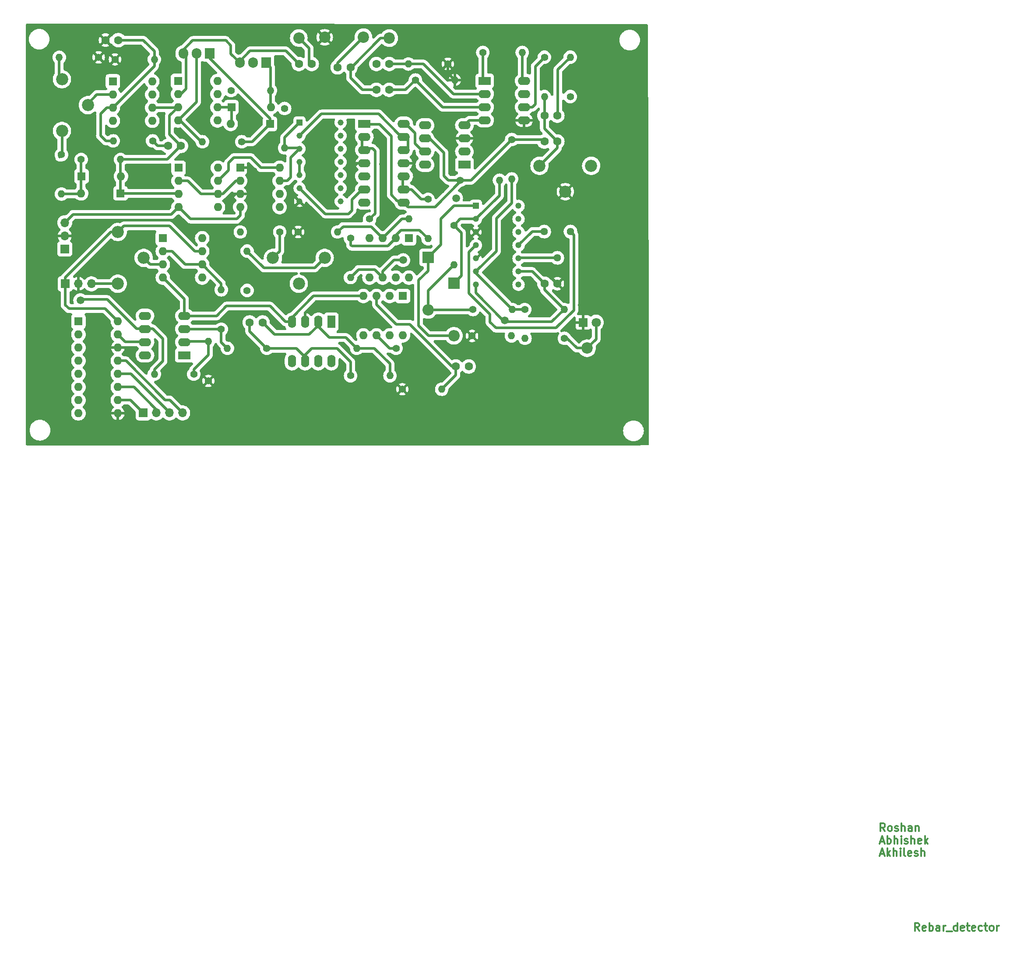
<source format=gbr>
%TF.GenerationSoftware,KiCad,Pcbnew,7.0.10*%
%TF.CreationDate,2024-04-02T15:07:52+05:30*%
%TF.ProjectId,Metal_detector,4d657461-6c5f-4646-9574-6563746f722e,rev?*%
%TF.SameCoordinates,Original*%
%TF.FileFunction,Copper,L1,Top*%
%TF.FilePolarity,Positive*%
%FSLAX46Y46*%
G04 Gerber Fmt 4.6, Leading zero omitted, Abs format (unit mm)*
G04 Created by KiCad (PCBNEW 7.0.10) date 2024-04-02 15:07:52*
%MOMM*%
%LPD*%
G01*
G04 APERTURE LIST*
%ADD10C,0.300000*%
%TA.AperFunction,NonConductor*%
%ADD11C,0.300000*%
%TD*%
%TA.AperFunction,ComponentPad*%
%ADD12C,1.400000*%
%TD*%
%TA.AperFunction,ComponentPad*%
%ADD13O,1.400000X1.400000*%
%TD*%
%TA.AperFunction,ComponentPad*%
%ADD14R,1.905000X2.000000*%
%TD*%
%TA.AperFunction,ComponentPad*%
%ADD15O,1.905000X2.000000*%
%TD*%
%TA.AperFunction,ComponentPad*%
%ADD16R,1.600000X1.600000*%
%TD*%
%TA.AperFunction,ComponentPad*%
%ADD17O,1.600000X1.600000*%
%TD*%
%TA.AperFunction,ComponentPad*%
%ADD18R,1.700000X1.700000*%
%TD*%
%TA.AperFunction,ComponentPad*%
%ADD19O,1.700000X1.700000*%
%TD*%
%TA.AperFunction,ComponentPad*%
%ADD20R,2.200000X2.200000*%
%TD*%
%TA.AperFunction,ComponentPad*%
%ADD21O,2.200000X2.200000*%
%TD*%
%TA.AperFunction,ComponentPad*%
%ADD22C,1.600000*%
%TD*%
%TA.AperFunction,ComponentPad*%
%ADD23C,2.200000*%
%TD*%
%TA.AperFunction,ComponentPad*%
%ADD24R,2.400000X1.600000*%
%TD*%
%TA.AperFunction,ComponentPad*%
%ADD25O,2.400000X1.600000*%
%TD*%
%TA.AperFunction,ComponentPad*%
%ADD26R,1.800000X1.800000*%
%TD*%
%TA.AperFunction,ComponentPad*%
%ADD27C,1.800000*%
%TD*%
%TA.AperFunction,ComponentPad*%
%ADD28R,1.180000X1.180000*%
%TD*%
%TA.AperFunction,ComponentPad*%
%ADD29C,1.180000*%
%TD*%
%TA.AperFunction,ComponentPad*%
%ADD30C,2.340000*%
%TD*%
%TA.AperFunction,ComponentPad*%
%ADD31R,1.600000X2.400000*%
%TD*%
%TA.AperFunction,ComponentPad*%
%ADD32O,1.600000X2.400000*%
%TD*%
%TA.AperFunction,ComponentPad*%
%ADD33R,1.170000X1.170000*%
%TD*%
%TA.AperFunction,ComponentPad*%
%ADD34C,1.170000*%
%TD*%
%TA.AperFunction,ComponentPad*%
%ADD35C,1.440000*%
%TD*%
%TA.AperFunction,ViaPad*%
%ADD36C,1.500000*%
%TD*%
%TA.AperFunction,Conductor*%
%ADD37C,0.500000*%
%TD*%
G04 APERTURE END LIST*
D10*
D11*
X190011653Y-190175828D02*
X189511653Y-189461542D01*
X189154510Y-190175828D02*
X189154510Y-188675828D01*
X189154510Y-188675828D02*
X189725939Y-188675828D01*
X189725939Y-188675828D02*
X189868796Y-188747257D01*
X189868796Y-188747257D02*
X189940225Y-188818685D01*
X189940225Y-188818685D02*
X190011653Y-188961542D01*
X190011653Y-188961542D02*
X190011653Y-189175828D01*
X190011653Y-189175828D02*
X189940225Y-189318685D01*
X189940225Y-189318685D02*
X189868796Y-189390114D01*
X189868796Y-189390114D02*
X189725939Y-189461542D01*
X189725939Y-189461542D02*
X189154510Y-189461542D01*
X191225939Y-190104400D02*
X191083082Y-190175828D01*
X191083082Y-190175828D02*
X190797368Y-190175828D01*
X190797368Y-190175828D02*
X190654510Y-190104400D01*
X190654510Y-190104400D02*
X190583082Y-189961542D01*
X190583082Y-189961542D02*
X190583082Y-189390114D01*
X190583082Y-189390114D02*
X190654510Y-189247257D01*
X190654510Y-189247257D02*
X190797368Y-189175828D01*
X190797368Y-189175828D02*
X191083082Y-189175828D01*
X191083082Y-189175828D02*
X191225939Y-189247257D01*
X191225939Y-189247257D02*
X191297368Y-189390114D01*
X191297368Y-189390114D02*
X191297368Y-189532971D01*
X191297368Y-189532971D02*
X190583082Y-189675828D01*
X191940224Y-190175828D02*
X191940224Y-188675828D01*
X191940224Y-189247257D02*
X192083082Y-189175828D01*
X192083082Y-189175828D02*
X192368796Y-189175828D01*
X192368796Y-189175828D02*
X192511653Y-189247257D01*
X192511653Y-189247257D02*
X192583082Y-189318685D01*
X192583082Y-189318685D02*
X192654510Y-189461542D01*
X192654510Y-189461542D02*
X192654510Y-189890114D01*
X192654510Y-189890114D02*
X192583082Y-190032971D01*
X192583082Y-190032971D02*
X192511653Y-190104400D01*
X192511653Y-190104400D02*
X192368796Y-190175828D01*
X192368796Y-190175828D02*
X192083082Y-190175828D01*
X192083082Y-190175828D02*
X191940224Y-190104400D01*
X193940225Y-190175828D02*
X193940225Y-189390114D01*
X193940225Y-189390114D02*
X193868796Y-189247257D01*
X193868796Y-189247257D02*
X193725939Y-189175828D01*
X193725939Y-189175828D02*
X193440225Y-189175828D01*
X193440225Y-189175828D02*
X193297367Y-189247257D01*
X193940225Y-190104400D02*
X193797367Y-190175828D01*
X193797367Y-190175828D02*
X193440225Y-190175828D01*
X193440225Y-190175828D02*
X193297367Y-190104400D01*
X193297367Y-190104400D02*
X193225939Y-189961542D01*
X193225939Y-189961542D02*
X193225939Y-189818685D01*
X193225939Y-189818685D02*
X193297367Y-189675828D01*
X193297367Y-189675828D02*
X193440225Y-189604400D01*
X193440225Y-189604400D02*
X193797367Y-189604400D01*
X193797367Y-189604400D02*
X193940225Y-189532971D01*
X194654510Y-190175828D02*
X194654510Y-189175828D01*
X194654510Y-189461542D02*
X194725939Y-189318685D01*
X194725939Y-189318685D02*
X194797368Y-189247257D01*
X194797368Y-189247257D02*
X194940225Y-189175828D01*
X194940225Y-189175828D02*
X195083082Y-189175828D01*
X195225939Y-190318685D02*
X196368796Y-190318685D01*
X197368796Y-190175828D02*
X197368796Y-188675828D01*
X197368796Y-190104400D02*
X197225938Y-190175828D01*
X197225938Y-190175828D02*
X196940224Y-190175828D01*
X196940224Y-190175828D02*
X196797367Y-190104400D01*
X196797367Y-190104400D02*
X196725938Y-190032971D01*
X196725938Y-190032971D02*
X196654510Y-189890114D01*
X196654510Y-189890114D02*
X196654510Y-189461542D01*
X196654510Y-189461542D02*
X196725938Y-189318685D01*
X196725938Y-189318685D02*
X196797367Y-189247257D01*
X196797367Y-189247257D02*
X196940224Y-189175828D01*
X196940224Y-189175828D02*
X197225938Y-189175828D01*
X197225938Y-189175828D02*
X197368796Y-189247257D01*
X198654510Y-190104400D02*
X198511653Y-190175828D01*
X198511653Y-190175828D02*
X198225939Y-190175828D01*
X198225939Y-190175828D02*
X198083081Y-190104400D01*
X198083081Y-190104400D02*
X198011653Y-189961542D01*
X198011653Y-189961542D02*
X198011653Y-189390114D01*
X198011653Y-189390114D02*
X198083081Y-189247257D01*
X198083081Y-189247257D02*
X198225939Y-189175828D01*
X198225939Y-189175828D02*
X198511653Y-189175828D01*
X198511653Y-189175828D02*
X198654510Y-189247257D01*
X198654510Y-189247257D02*
X198725939Y-189390114D01*
X198725939Y-189390114D02*
X198725939Y-189532971D01*
X198725939Y-189532971D02*
X198011653Y-189675828D01*
X199154510Y-189175828D02*
X199725938Y-189175828D01*
X199368795Y-188675828D02*
X199368795Y-189961542D01*
X199368795Y-189961542D02*
X199440224Y-190104400D01*
X199440224Y-190104400D02*
X199583081Y-190175828D01*
X199583081Y-190175828D02*
X199725938Y-190175828D01*
X200797367Y-190104400D02*
X200654510Y-190175828D01*
X200654510Y-190175828D02*
X200368796Y-190175828D01*
X200368796Y-190175828D02*
X200225938Y-190104400D01*
X200225938Y-190104400D02*
X200154510Y-189961542D01*
X200154510Y-189961542D02*
X200154510Y-189390114D01*
X200154510Y-189390114D02*
X200225938Y-189247257D01*
X200225938Y-189247257D02*
X200368796Y-189175828D01*
X200368796Y-189175828D02*
X200654510Y-189175828D01*
X200654510Y-189175828D02*
X200797367Y-189247257D01*
X200797367Y-189247257D02*
X200868796Y-189390114D01*
X200868796Y-189390114D02*
X200868796Y-189532971D01*
X200868796Y-189532971D02*
X200154510Y-189675828D01*
X202154510Y-190104400D02*
X202011652Y-190175828D01*
X202011652Y-190175828D02*
X201725938Y-190175828D01*
X201725938Y-190175828D02*
X201583081Y-190104400D01*
X201583081Y-190104400D02*
X201511652Y-190032971D01*
X201511652Y-190032971D02*
X201440224Y-189890114D01*
X201440224Y-189890114D02*
X201440224Y-189461542D01*
X201440224Y-189461542D02*
X201511652Y-189318685D01*
X201511652Y-189318685D02*
X201583081Y-189247257D01*
X201583081Y-189247257D02*
X201725938Y-189175828D01*
X201725938Y-189175828D02*
X202011652Y-189175828D01*
X202011652Y-189175828D02*
X202154510Y-189247257D01*
X202583081Y-189175828D02*
X203154509Y-189175828D01*
X202797366Y-188675828D02*
X202797366Y-189961542D01*
X202797366Y-189961542D02*
X202868795Y-190104400D01*
X202868795Y-190104400D02*
X203011652Y-190175828D01*
X203011652Y-190175828D02*
X203154509Y-190175828D01*
X203868795Y-190175828D02*
X203725938Y-190104400D01*
X203725938Y-190104400D02*
X203654509Y-190032971D01*
X203654509Y-190032971D02*
X203583081Y-189890114D01*
X203583081Y-189890114D02*
X203583081Y-189461542D01*
X203583081Y-189461542D02*
X203654509Y-189318685D01*
X203654509Y-189318685D02*
X203725938Y-189247257D01*
X203725938Y-189247257D02*
X203868795Y-189175828D01*
X203868795Y-189175828D02*
X204083081Y-189175828D01*
X204083081Y-189175828D02*
X204225938Y-189247257D01*
X204225938Y-189247257D02*
X204297367Y-189318685D01*
X204297367Y-189318685D02*
X204368795Y-189461542D01*
X204368795Y-189461542D02*
X204368795Y-189890114D01*
X204368795Y-189890114D02*
X204297367Y-190032971D01*
X204297367Y-190032971D02*
X204225938Y-190104400D01*
X204225938Y-190104400D02*
X204083081Y-190175828D01*
X204083081Y-190175828D02*
X203868795Y-190175828D01*
X205011652Y-190175828D02*
X205011652Y-189175828D01*
X205011652Y-189461542D02*
X205083081Y-189318685D01*
X205083081Y-189318685D02*
X205154510Y-189247257D01*
X205154510Y-189247257D02*
X205297367Y-189175828D01*
X205297367Y-189175828D02*
X205440224Y-189175828D01*
D10*
D11*
X183361653Y-170920828D02*
X182861653Y-170206542D01*
X182504510Y-170920828D02*
X182504510Y-169420828D01*
X182504510Y-169420828D02*
X183075939Y-169420828D01*
X183075939Y-169420828D02*
X183218796Y-169492257D01*
X183218796Y-169492257D02*
X183290225Y-169563685D01*
X183290225Y-169563685D02*
X183361653Y-169706542D01*
X183361653Y-169706542D02*
X183361653Y-169920828D01*
X183361653Y-169920828D02*
X183290225Y-170063685D01*
X183290225Y-170063685D02*
X183218796Y-170135114D01*
X183218796Y-170135114D02*
X183075939Y-170206542D01*
X183075939Y-170206542D02*
X182504510Y-170206542D01*
X184218796Y-170920828D02*
X184075939Y-170849400D01*
X184075939Y-170849400D02*
X184004510Y-170777971D01*
X184004510Y-170777971D02*
X183933082Y-170635114D01*
X183933082Y-170635114D02*
X183933082Y-170206542D01*
X183933082Y-170206542D02*
X184004510Y-170063685D01*
X184004510Y-170063685D02*
X184075939Y-169992257D01*
X184075939Y-169992257D02*
X184218796Y-169920828D01*
X184218796Y-169920828D02*
X184433082Y-169920828D01*
X184433082Y-169920828D02*
X184575939Y-169992257D01*
X184575939Y-169992257D02*
X184647368Y-170063685D01*
X184647368Y-170063685D02*
X184718796Y-170206542D01*
X184718796Y-170206542D02*
X184718796Y-170635114D01*
X184718796Y-170635114D02*
X184647368Y-170777971D01*
X184647368Y-170777971D02*
X184575939Y-170849400D01*
X184575939Y-170849400D02*
X184433082Y-170920828D01*
X184433082Y-170920828D02*
X184218796Y-170920828D01*
X185290225Y-170849400D02*
X185433082Y-170920828D01*
X185433082Y-170920828D02*
X185718796Y-170920828D01*
X185718796Y-170920828D02*
X185861653Y-170849400D01*
X185861653Y-170849400D02*
X185933082Y-170706542D01*
X185933082Y-170706542D02*
X185933082Y-170635114D01*
X185933082Y-170635114D02*
X185861653Y-170492257D01*
X185861653Y-170492257D02*
X185718796Y-170420828D01*
X185718796Y-170420828D02*
X185504511Y-170420828D01*
X185504511Y-170420828D02*
X185361653Y-170349400D01*
X185361653Y-170349400D02*
X185290225Y-170206542D01*
X185290225Y-170206542D02*
X185290225Y-170135114D01*
X185290225Y-170135114D02*
X185361653Y-169992257D01*
X185361653Y-169992257D02*
X185504511Y-169920828D01*
X185504511Y-169920828D02*
X185718796Y-169920828D01*
X185718796Y-169920828D02*
X185861653Y-169992257D01*
X186575939Y-170920828D02*
X186575939Y-169420828D01*
X187218797Y-170920828D02*
X187218797Y-170135114D01*
X187218797Y-170135114D02*
X187147368Y-169992257D01*
X187147368Y-169992257D02*
X187004511Y-169920828D01*
X187004511Y-169920828D02*
X186790225Y-169920828D01*
X186790225Y-169920828D02*
X186647368Y-169992257D01*
X186647368Y-169992257D02*
X186575939Y-170063685D01*
X188575940Y-170920828D02*
X188575940Y-170135114D01*
X188575940Y-170135114D02*
X188504511Y-169992257D01*
X188504511Y-169992257D02*
X188361654Y-169920828D01*
X188361654Y-169920828D02*
X188075940Y-169920828D01*
X188075940Y-169920828D02*
X187933082Y-169992257D01*
X188575940Y-170849400D02*
X188433082Y-170920828D01*
X188433082Y-170920828D02*
X188075940Y-170920828D01*
X188075940Y-170920828D02*
X187933082Y-170849400D01*
X187933082Y-170849400D02*
X187861654Y-170706542D01*
X187861654Y-170706542D02*
X187861654Y-170563685D01*
X187861654Y-170563685D02*
X187933082Y-170420828D01*
X187933082Y-170420828D02*
X188075940Y-170349400D01*
X188075940Y-170349400D02*
X188433082Y-170349400D01*
X188433082Y-170349400D02*
X188575940Y-170277971D01*
X189290225Y-169920828D02*
X189290225Y-170920828D01*
X189290225Y-170063685D02*
X189361654Y-169992257D01*
X189361654Y-169992257D02*
X189504511Y-169920828D01*
X189504511Y-169920828D02*
X189718797Y-169920828D01*
X189718797Y-169920828D02*
X189861654Y-169992257D01*
X189861654Y-169992257D02*
X189933083Y-170135114D01*
X189933083Y-170135114D02*
X189933083Y-170920828D01*
X182433082Y-172907257D02*
X183147368Y-172907257D01*
X182290225Y-173335828D02*
X182790225Y-171835828D01*
X182790225Y-171835828D02*
X183290225Y-173335828D01*
X183790224Y-173335828D02*
X183790224Y-171835828D01*
X183790224Y-172407257D02*
X183933082Y-172335828D01*
X183933082Y-172335828D02*
X184218796Y-172335828D01*
X184218796Y-172335828D02*
X184361653Y-172407257D01*
X184361653Y-172407257D02*
X184433082Y-172478685D01*
X184433082Y-172478685D02*
X184504510Y-172621542D01*
X184504510Y-172621542D02*
X184504510Y-173050114D01*
X184504510Y-173050114D02*
X184433082Y-173192971D01*
X184433082Y-173192971D02*
X184361653Y-173264400D01*
X184361653Y-173264400D02*
X184218796Y-173335828D01*
X184218796Y-173335828D02*
X183933082Y-173335828D01*
X183933082Y-173335828D02*
X183790224Y-173264400D01*
X185147367Y-173335828D02*
X185147367Y-171835828D01*
X185790225Y-173335828D02*
X185790225Y-172550114D01*
X185790225Y-172550114D02*
X185718796Y-172407257D01*
X185718796Y-172407257D02*
X185575939Y-172335828D01*
X185575939Y-172335828D02*
X185361653Y-172335828D01*
X185361653Y-172335828D02*
X185218796Y-172407257D01*
X185218796Y-172407257D02*
X185147367Y-172478685D01*
X186504510Y-173335828D02*
X186504510Y-172335828D01*
X186504510Y-171835828D02*
X186433082Y-171907257D01*
X186433082Y-171907257D02*
X186504510Y-171978685D01*
X186504510Y-171978685D02*
X186575939Y-171907257D01*
X186575939Y-171907257D02*
X186504510Y-171835828D01*
X186504510Y-171835828D02*
X186504510Y-171978685D01*
X187147368Y-173264400D02*
X187290225Y-173335828D01*
X187290225Y-173335828D02*
X187575939Y-173335828D01*
X187575939Y-173335828D02*
X187718796Y-173264400D01*
X187718796Y-173264400D02*
X187790225Y-173121542D01*
X187790225Y-173121542D02*
X187790225Y-173050114D01*
X187790225Y-173050114D02*
X187718796Y-172907257D01*
X187718796Y-172907257D02*
X187575939Y-172835828D01*
X187575939Y-172835828D02*
X187361654Y-172835828D01*
X187361654Y-172835828D02*
X187218796Y-172764400D01*
X187218796Y-172764400D02*
X187147368Y-172621542D01*
X187147368Y-172621542D02*
X187147368Y-172550114D01*
X187147368Y-172550114D02*
X187218796Y-172407257D01*
X187218796Y-172407257D02*
X187361654Y-172335828D01*
X187361654Y-172335828D02*
X187575939Y-172335828D01*
X187575939Y-172335828D02*
X187718796Y-172407257D01*
X188433082Y-173335828D02*
X188433082Y-171835828D01*
X189075940Y-173335828D02*
X189075940Y-172550114D01*
X189075940Y-172550114D02*
X189004511Y-172407257D01*
X189004511Y-172407257D02*
X188861654Y-172335828D01*
X188861654Y-172335828D02*
X188647368Y-172335828D01*
X188647368Y-172335828D02*
X188504511Y-172407257D01*
X188504511Y-172407257D02*
X188433082Y-172478685D01*
X190361654Y-173264400D02*
X190218797Y-173335828D01*
X190218797Y-173335828D02*
X189933083Y-173335828D01*
X189933083Y-173335828D02*
X189790225Y-173264400D01*
X189790225Y-173264400D02*
X189718797Y-173121542D01*
X189718797Y-173121542D02*
X189718797Y-172550114D01*
X189718797Y-172550114D02*
X189790225Y-172407257D01*
X189790225Y-172407257D02*
X189933083Y-172335828D01*
X189933083Y-172335828D02*
X190218797Y-172335828D01*
X190218797Y-172335828D02*
X190361654Y-172407257D01*
X190361654Y-172407257D02*
X190433083Y-172550114D01*
X190433083Y-172550114D02*
X190433083Y-172692971D01*
X190433083Y-172692971D02*
X189718797Y-172835828D01*
X191075939Y-173335828D02*
X191075939Y-171835828D01*
X191218797Y-172764400D02*
X191647368Y-173335828D01*
X191647368Y-172335828D02*
X191075939Y-172907257D01*
X182433082Y-175322257D02*
X183147368Y-175322257D01*
X182290225Y-175750828D02*
X182790225Y-174250828D01*
X182790225Y-174250828D02*
X183290225Y-175750828D01*
X183790224Y-175750828D02*
X183790224Y-174250828D01*
X183933082Y-175179400D02*
X184361653Y-175750828D01*
X184361653Y-174750828D02*
X183790224Y-175322257D01*
X185004510Y-175750828D02*
X185004510Y-174250828D01*
X185647368Y-175750828D02*
X185647368Y-174965114D01*
X185647368Y-174965114D02*
X185575939Y-174822257D01*
X185575939Y-174822257D02*
X185433082Y-174750828D01*
X185433082Y-174750828D02*
X185218796Y-174750828D01*
X185218796Y-174750828D02*
X185075939Y-174822257D01*
X185075939Y-174822257D02*
X185004510Y-174893685D01*
X186361653Y-175750828D02*
X186361653Y-174750828D01*
X186361653Y-174250828D02*
X186290225Y-174322257D01*
X186290225Y-174322257D02*
X186361653Y-174393685D01*
X186361653Y-174393685D02*
X186433082Y-174322257D01*
X186433082Y-174322257D02*
X186361653Y-174250828D01*
X186361653Y-174250828D02*
X186361653Y-174393685D01*
X187290225Y-175750828D02*
X187147368Y-175679400D01*
X187147368Y-175679400D02*
X187075939Y-175536542D01*
X187075939Y-175536542D02*
X187075939Y-174250828D01*
X188433082Y-175679400D02*
X188290225Y-175750828D01*
X188290225Y-175750828D02*
X188004511Y-175750828D01*
X188004511Y-175750828D02*
X187861653Y-175679400D01*
X187861653Y-175679400D02*
X187790225Y-175536542D01*
X187790225Y-175536542D02*
X187790225Y-174965114D01*
X187790225Y-174965114D02*
X187861653Y-174822257D01*
X187861653Y-174822257D02*
X188004511Y-174750828D01*
X188004511Y-174750828D02*
X188290225Y-174750828D01*
X188290225Y-174750828D02*
X188433082Y-174822257D01*
X188433082Y-174822257D02*
X188504511Y-174965114D01*
X188504511Y-174965114D02*
X188504511Y-175107971D01*
X188504511Y-175107971D02*
X187790225Y-175250828D01*
X189075939Y-175679400D02*
X189218796Y-175750828D01*
X189218796Y-175750828D02*
X189504510Y-175750828D01*
X189504510Y-175750828D02*
X189647367Y-175679400D01*
X189647367Y-175679400D02*
X189718796Y-175536542D01*
X189718796Y-175536542D02*
X189718796Y-175465114D01*
X189718796Y-175465114D02*
X189647367Y-175322257D01*
X189647367Y-175322257D02*
X189504510Y-175250828D01*
X189504510Y-175250828D02*
X189290225Y-175250828D01*
X189290225Y-175250828D02*
X189147367Y-175179400D01*
X189147367Y-175179400D02*
X189075939Y-175036542D01*
X189075939Y-175036542D02*
X189075939Y-174965114D01*
X189075939Y-174965114D02*
X189147367Y-174822257D01*
X189147367Y-174822257D02*
X189290225Y-174750828D01*
X189290225Y-174750828D02*
X189504510Y-174750828D01*
X189504510Y-174750828D02*
X189647367Y-174822257D01*
X190361653Y-175750828D02*
X190361653Y-174250828D01*
X191004511Y-175750828D02*
X191004511Y-174965114D01*
X191004511Y-174965114D02*
X190933082Y-174822257D01*
X190933082Y-174822257D02*
X190790225Y-174750828D01*
X190790225Y-174750828D02*
X190575939Y-174750828D01*
X190575939Y-174750828D02*
X190433082Y-174822257D01*
X190433082Y-174822257D02*
X190361653Y-174893685D01*
D12*
%TO.P,R14,1*%
%TO.N,GND*%
X90017600Y-85420200D03*
D13*
%TO.P,R14,2*%
%TO.N,Net-(U8-+)*%
X97637600Y-85420200D03*
%TD*%
D12*
%TO.P,R13,1*%
%TO.N,GND*%
X103505000Y-75107800D03*
D13*
%TO.P,R13,2*%
%TO.N,Net-(C4-Pad2)*%
X111125000Y-75107800D03*
%TD*%
D14*
%TO.P,Q1,1,G*%
%TO.N,Net-(D1-A)*%
X63652400Y-22270600D03*
D15*
%TO.P,Q1,2,D*%
%TO.N,+12V*%
X61112400Y-22270600D03*
%TO.P,Q1,3,S*%
%TO.N,Net-(Q1-S)*%
X58572400Y-22270600D03*
%TD*%
D12*
%TO.P,R10,1*%
%TO.N,Net-(D7-A)*%
X103690000Y-70000000D03*
D13*
%TO.P,R10,2*%
%TO.N,Net-(R10-Pad2)*%
X111310000Y-70000000D03*
%TD*%
D12*
%TO.P,R7,1*%
%TO.N,Net-(IC1-Pad6)*%
X117500000Y-21190000D03*
D13*
%TO.P,R7,2*%
%TO.N,Net-(C2-Pad1)*%
X117500000Y-28810000D03*
%TD*%
D12*
%TO.P,R31,1*%
%TO.N,GND*%
X31292800Y-21209000D03*
D13*
%TO.P,R31,2*%
%TO.N,Net-(R31-Pad2)*%
X23672800Y-21209000D03*
%TD*%
D16*
%TO.P,U1,1,NULL*%
%TO.N,unconnected-(U1-NULL-Pad1)*%
X46644400Y-25791000D03*
D17*
%TO.P,U1,2,-*%
%TO.N,Net-(Q1-S)*%
X46644400Y-28331000D03*
%TO.P,U1,3,+*%
%TO.N,Vin*%
X46644400Y-30871000D03*
%TO.P,U1,4,V-*%
%TO.N,-12V*%
X46644400Y-33411000D03*
%TO.P,U1,5,NULL*%
%TO.N,unconnected-(U1-NULL-Pad5)*%
X54264400Y-33411000D03*
%TO.P,U1,6*%
%TO.N,Net-(D1-K)*%
X54264400Y-30871000D03*
%TO.P,U1,7,V+*%
%TO.N,+12V*%
X54264400Y-28331000D03*
%TO.P,U1,8,NC*%
%TO.N,unconnected-(U1-NC-Pad8)*%
X54264400Y-25791000D03*
%TD*%
D18*
%TO.P,J6,1,Pin_1*%
%TO.N,+12V*%
X24725000Y-58280000D03*
D19*
%TO.P,J6,2,Pin_2*%
%TO.N,GND*%
X24725000Y-55740000D03*
%TO.P,J6,3,Pin_3*%
%TO.N,-12V*%
X24725000Y-53200000D03*
%TD*%
D20*
%TO.P,D5,1,K*%
%TO.N,Net-(D5-K)*%
X100000000Y-64920000D03*
D21*
%TO.P,D5,2,A*%
%TO.N,Net-(D5-A)*%
X100000000Y-75080000D03*
%TD*%
D12*
%TO.P,R11,1*%
%TO.N,Net-(IC5B-A)*%
X111175000Y-37115000D03*
D13*
%TO.P,R11,2*%
%TO.N,Net-(R10-Pad2)*%
X111175000Y-44735000D03*
%TD*%
D12*
%TO.P,R35,1*%
%TO.N,Net-(C10-Pad2)*%
X92550000Y-25600000D03*
D13*
%TO.P,R35,2*%
%TO.N,GND*%
X100170000Y-25600000D03*
%TD*%
D12*
%TO.P,R30,1*%
%TO.N,Net-(C6-Pad1)*%
X41732200Y-37363400D03*
D13*
%TO.P,R30,2*%
%TO.N,Net-(U2-+)*%
X34112200Y-37363400D03*
%TD*%
D12*
%TO.P,R33,1*%
%TO.N,Net-(D3-A)*%
X27915000Y-40975000D03*
D13*
%TO.P,R33,2*%
%TO.N,Vin*%
X35535000Y-40975000D03*
%TD*%
D12*
%TO.P,R17,1*%
%TO.N,Net-(IC2-Pad3)*%
X55000000Y-73810000D03*
D13*
%TO.P,R17,2*%
%TO.N,Net-(U7--)*%
X55000000Y-66190000D03*
%TD*%
D22*
%TO.P,C2,1*%
%TO.N,Net-(C2-Pad1)*%
X117500000Y-32500000D03*
%TO.P,C2,2*%
%TO.N,Net-(C2-Pad2)*%
X120000000Y-32500000D03*
%TD*%
D16*
%TO.P,D1,1,K*%
%TO.N,Net-(D1-K)*%
X56972200Y-30861000D03*
D17*
%TO.P,D1,2,A*%
%TO.N,Net-(D1-A)*%
X64592200Y-30861000D03*
%TD*%
D23*
%TO.P,J4,1,Pin_1*%
%TO.N,Net-(J4-Pin_1)*%
X82500000Y-17297400D03*
%TD*%
D24*
%TO.P,IC1,1*%
%TO.N,Net-(IC1-Pad1)*%
X105950000Y-25775000D03*
D25*
%TO.P,IC1,2*%
%TO.N,Net-(C9-Pad2)*%
X105950000Y-28315000D03*
%TO.P,IC1,3*%
%TO.N,Net-(C10-Pad2)*%
X105950000Y-30855000D03*
%TO.P,IC1,4,V-*%
%TO.N,-5V*%
X105950000Y-33395000D03*
%TO.P,IC1,5*%
%TO.N,GND*%
X113570000Y-33395000D03*
%TO.P,IC1,6*%
%TO.N,Net-(IC1-Pad6)*%
X113570000Y-30855000D03*
%TO.P,IC1,7,V+*%
%TO.N,+5V*%
X113570000Y-28315000D03*
%TO.P,IC1,8*%
%TO.N,Net-(IC1-Pad8)*%
X113570000Y-25775000D03*
%TD*%
D22*
%TO.P,C11,1*%
%TO.N,Net-(U8-+)*%
X100370000Y-81026000D03*
%TO.P,C11,2*%
%TO.N,Net-(C11-Pad2)*%
X102870000Y-81026000D03*
%TD*%
D23*
%TO.P,J8,1,Pin_1*%
%TO.N,Net-(D6-A)*%
X125750000Y-77475000D03*
%TD*%
D26*
%TO.P,D6,1,K*%
%TO.N,GND*%
X124960000Y-72500000D03*
D27*
%TO.P,D6,2,A*%
%TO.N,Net-(D6-A)*%
X127500000Y-72500000D03*
%TD*%
D22*
%TO.P,C1,1*%
%TO.N,Net-(J4-Pin_1)*%
X77500000Y-23139400D03*
%TO.P,C1,2*%
%TO.N,Net-(J7-Pin_1)*%
X80000000Y-23139400D03*
%TD*%
D12*
%TO.P,R2,1*%
%TO.N,Net-(D2-K)*%
X58978800Y-37541200D03*
D13*
%TO.P,R2,2*%
%TO.N,-12V*%
X51358800Y-37541200D03*
%TD*%
D12*
%TO.P,R28,1*%
%TO.N,+5V*%
X67259200Y-31115000D03*
D13*
%TO.P,R28,2*%
%TO.N,Net-(U60-1A)*%
X67259200Y-38735000D03*
%TD*%
D23*
%TO.P,J2,1,Pin_1*%
%TO.N,GND*%
X75000000Y-17348200D03*
%TD*%
D20*
%TO.P,D7,1,K*%
%TO.N,Net-(D5-A)*%
X95000000Y-59920000D03*
D21*
%TO.P,D7,2,A*%
%TO.N,Net-(D7-A)*%
X95000000Y-70080000D03*
%TD*%
D24*
%TO.P,IC4,1*%
%TO.N,unconnected-(IC4-Pad1)*%
X102025000Y-41975000D03*
D25*
%TO.P,IC4,2*%
%TO.N,Net-(C2-Pad2)*%
X102025000Y-39435000D03*
%TO.P,IC4,3*%
%TO.N,GND*%
X102025000Y-36895000D03*
%TO.P,IC4,4*%
%TO.N,-5V*%
X102025000Y-34355000D03*
%TO.P,IC4,5*%
%TO.N,unconnected-(IC4-Pad5)*%
X94405000Y-34355000D03*
%TO.P,IC4,6*%
%TO.N,Net-(IC5B-A)*%
X94405000Y-36895000D03*
%TO.P,IC4,7*%
%TO.N,+5V*%
X94405000Y-39435000D03*
%TO.P,IC4,8*%
%TO.N,unconnected-(IC4-Pad8)*%
X94405000Y-41975000D03*
%TD*%
D23*
%TO.P,J3,1,Pin_1*%
%TO.N,Net-(J3-Pin_1)*%
X70000000Y-17475200D03*
%TD*%
D12*
%TO.P,R24,1*%
%TO.N,GND*%
X69880000Y-55000000D03*
D13*
%TO.P,R24,2*%
%TO.N,Net-(U9-+)*%
X77500000Y-55000000D03*
%TD*%
D16*
%TO.P,U11,1,CH0*%
%TO.N,Net-(U11-CH0)*%
X27380000Y-72300000D03*
D17*
%TO.P,U11,2,CH1*%
%TO.N,unconnected-(U11-CH1-Pad2)*%
X27380000Y-74840000D03*
%TO.P,U11,3,CH2*%
%TO.N,unconnected-(U11-CH2-Pad3)*%
X27380000Y-77380000D03*
%TO.P,U11,4,CH3*%
%TO.N,unconnected-(U11-CH3-Pad4)*%
X27380000Y-79920000D03*
%TO.P,U11,5,CH4*%
%TO.N,unconnected-(U11-CH4-Pad5)*%
X27380000Y-82460000D03*
%TO.P,U11,6,CH5*%
%TO.N,unconnected-(U11-CH5-Pad6)*%
X27380000Y-85000000D03*
%TO.P,U11,7,CH6*%
%TO.N,unconnected-(U11-CH6-Pad7)*%
X27380000Y-87540000D03*
%TO.P,U11,8,CH7*%
%TO.N,unconnected-(U11-CH7-Pad8)*%
X27380000Y-90080000D03*
%TO.P,U11,9,DGND*%
%TO.N,GND*%
X35000000Y-90080000D03*
%TO.P,U11,10,~{CS}/SHDN*%
%TO.N,Net-(J1-Pin_1)*%
X35000000Y-87540000D03*
%TO.P,U11,11,Din*%
%TO.N,Net-(J1-Pin_2)*%
X35000000Y-85000000D03*
%TO.P,U11,12,Dout*%
%TO.N,Net-(J1-Pin_3)*%
X35000000Y-82460000D03*
%TO.P,U11,13,CLK*%
%TO.N,Net-(J1-Pin_4)*%
X35000000Y-79920000D03*
%TO.P,U11,14,AGND*%
%TO.N,GND*%
X35000000Y-77380000D03*
%TO.P,U11,15,Vref*%
%TO.N,+5V*%
X35000000Y-74840000D03*
%TO.P,U11,16,Vdd*%
X35000000Y-72300000D03*
%TD*%
D14*
%TO.P,Q2,1,G*%
%TO.N,Net-(D2-K)*%
X52755800Y-20472400D03*
D15*
%TO.P,Q2,2,D*%
%TO.N,-12V*%
X50215800Y-20472400D03*
%TO.P,Q2,3,S*%
%TO.N,Net-(Q1-S)*%
X47675800Y-20472400D03*
%TD*%
D23*
%TO.P,J7,1,Pin_1*%
%TO.N,Net-(J7-Pin_1)*%
X87500000Y-17500000D03*
%TD*%
D12*
%TO.P,R12,1*%
%TO.N,Net-(R10-Pad2)*%
X113690000Y-70000000D03*
D13*
%TO.P,R12,2*%
%TO.N,Net-(C4-Pad2)*%
X121310000Y-70000000D03*
%TD*%
D12*
%TO.P,R3,1*%
%TO.N,GND*%
X98810000Y-22500000D03*
D13*
%TO.P,R3,2*%
%TO.N,Net-(C9-Pad2)*%
X91190000Y-22500000D03*
%TD*%
D22*
%TO.P,C6,1*%
%TO.N,Net-(C6-Pad1)*%
X44698600Y-38354000D03*
%TO.P,C6,2*%
%TO.N,Vin*%
X47198600Y-38354000D03*
%TD*%
D13*
%TO.P,R9,2*%
%TO.N,Net-(R9-Pad2)*%
X113741200Y-75565000D03*
D12*
%TO.P,R9,1*%
%TO.N,Net-(D6-A)*%
X121361200Y-75565000D03*
%TD*%
D16*
%TO.P,U2,1,NULL*%
%TO.N,unconnected-(U2-NULL-Pad1)*%
X34046000Y-25867200D03*
D17*
%TO.P,U2,2,-*%
%TO.N,Net-(U2--)*%
X34046000Y-28407200D03*
%TO.P,U2,3,+*%
%TO.N,Net-(U2-+)*%
X34046000Y-30947200D03*
%TO.P,U2,4,V-*%
%TO.N,-12V*%
X34046000Y-33487200D03*
%TO.P,U2,5,NULL*%
%TO.N,unconnected-(U2-NULL-Pad5)*%
X41666000Y-33487200D03*
%TO.P,U2,6*%
%TO.N,Vin*%
X41666000Y-30947200D03*
%TO.P,U2,7,V+*%
%TO.N,+12V*%
X41666000Y-28407200D03*
%TO.P,U2,8,NC*%
%TO.N,unconnected-(U2-NC-Pad8)*%
X41666000Y-25867200D03*
%TD*%
D24*
%TO.P,IC2,1*%
%TO.N,unconnected-(IC2-Pad1)*%
X47875000Y-78850000D03*
D25*
%TO.P,IC2,2*%
%TO.N,Net-(IC2-Pad2)*%
X47875000Y-76310000D03*
%TO.P,IC2,3*%
%TO.N,Net-(IC2-Pad3)*%
X47875000Y-73770000D03*
%TO.P,IC2,4*%
%TO.N,-5V*%
X47875000Y-71230000D03*
%TO.P,IC2,5*%
%TO.N,unconnected-(IC2-Pad5)*%
X40255000Y-71230000D03*
%TO.P,IC2,6*%
%TO.N,Net-(U11-CH0)*%
X40255000Y-73770000D03*
%TO.P,IC2,7*%
%TO.N,+5V*%
X40255000Y-76310000D03*
%TO.P,IC2,8*%
%TO.N,unconnected-(IC2-Pad8)*%
X40255000Y-78850000D03*
%TD*%
D18*
%TO.P,J1,1,Pin_1*%
%TO.N,Net-(J1-Pin_1)*%
X39920000Y-90000000D03*
D19*
%TO.P,J1,2,Pin_2*%
%TO.N,Net-(J1-Pin_2)*%
X42460000Y-90000000D03*
%TO.P,J1,3,Pin_3*%
%TO.N,Net-(J1-Pin_3)*%
X45000000Y-90000000D03*
%TO.P,J1,4,Pin_4*%
%TO.N,Net-(J1-Pin_4)*%
X47540000Y-90000000D03*
%TD*%
D16*
%TO.P,U7,1,NULL*%
%TO.N,unconnected-(U7-NULL-Pad1)*%
X43700000Y-56200000D03*
D17*
%TO.P,U7,2,-*%
%TO.N,Net-(U7--)*%
X43700000Y-58740000D03*
%TO.P,U7,3,+*%
%TO.N,Net-(U7-+)*%
X43700000Y-61280000D03*
%TO.P,U7,4,V-*%
%TO.N,-5V*%
X43700000Y-63820000D03*
%TO.P,U7,5,NULL*%
%TO.N,unconnected-(U7-NULL-Pad5)*%
X51320000Y-63820000D03*
%TO.P,U7,6*%
%TO.N,Net-(U7--)*%
X51320000Y-61280000D03*
%TO.P,U7,7,V+*%
%TO.N,+5V*%
X51320000Y-58740000D03*
%TO.P,U7,8,NC*%
%TO.N,unconnected-(U7-NC-Pad8)*%
X51320000Y-56200000D03*
%TD*%
D12*
%TO.P,R50,1*%
%TO.N,GND*%
X52500000Y-83810000D03*
D13*
%TO.P,R50,2*%
%TO.N,Net-(IC2-Pad2)*%
X52500000Y-76190000D03*
%TD*%
D22*
%TO.P,C4,1*%
%TO.N,GND*%
X120000000Y-65000000D03*
%TO.P,C4,2*%
%TO.N,Net-(C4-Pad2)*%
X117500000Y-65000000D03*
%TD*%
D16*
%TO.P,U10,1,NULL*%
%TO.N,unconnected-(U10-NULL-Pad1)*%
X46746000Y-42580400D03*
D17*
%TO.P,U10,2,-*%
%TO.N,Net-(U10--)*%
X46746000Y-45120400D03*
%TO.P,U10,3,+*%
%TO.N,Vin*%
X46746000Y-47660400D03*
%TO.P,U10,4,V-*%
%TO.N,-12V*%
X46746000Y-50200400D03*
%TO.P,U10,5,NULL*%
%TO.N,unconnected-(U10-NULL-Pad5)*%
X54366000Y-50200400D03*
%TO.P,U10,6*%
%TO.N,Net-(U10--)*%
X54366000Y-47660400D03*
%TO.P,U10,7,V+*%
%TO.N,+12V*%
X54366000Y-45120400D03*
%TO.P,U10,8,NC*%
%TO.N,unconnected-(U10-NC-Pad8)*%
X54366000Y-42580400D03*
%TD*%
D12*
%TO.P,R26,1*%
%TO.N,Net-(IC5B-B)*%
X83690000Y-52500000D03*
D13*
%TO.P,R26,2*%
%TO.N,Net-(U9-+)*%
X91310000Y-52500000D03*
%TD*%
D12*
%TO.P,R20,1*%
%TO.N,Net-(C5-Pad1)*%
X80010000Y-82804000D03*
D13*
%TO.P,R20,2*%
%TO.N,Net-(C5-Pad2)*%
X87630000Y-82804000D03*
%TD*%
D22*
%TO.P,C3,1*%
%TO.N,Net-(C2-Pad1)*%
X120000000Y-37500000D03*
%TO.P,C3,2*%
%TO.N,Net-(IC5B-A)*%
X117500000Y-37500000D03*
%TD*%
D16*
%TO.P,D4,1,K*%
%TO.N,Net-(D3-A)*%
X27990000Y-44225000D03*
D17*
%TO.P,D4,2,A*%
%TO.N,Vin*%
X35610000Y-44225000D03*
%TD*%
D22*
%TO.P,C8,1*%
%TO.N,Net-(Q1-S)*%
X70000000Y-22500000D03*
%TO.P,C8,2*%
%TO.N,Net-(J3-Pin_1)*%
X72500000Y-22500000D03*
%TD*%
D28*
%TO.P,U3,1*%
%TO.N,Net-(D5-A)*%
X104245000Y-49960000D03*
D29*
%TO.P,U3,2*%
%TO.N,Net-(D5-K)*%
X104245000Y-52500000D03*
%TO.P,U3,3*%
%TO.N,GND*%
X104245000Y-55040000D03*
%TO.P,U3,4*%
%TO.N,+5V*%
X104245000Y-57580000D03*
%TO.P,U3,5*%
%TO.N,GND*%
X104245000Y-60120000D03*
%TO.P,U3,6*%
%TO.N,Net-(R10-Pad2)*%
X104245000Y-62660000D03*
%TO.P,U3,7*%
%TO.N,Net-(C4-Pad2)*%
X104245000Y-65200000D03*
%TO.P,U3,8*%
%TO.N,Net-(R9-Pad2)*%
X112500000Y-65200000D03*
%TO.P,U3,9*%
%TO.N,Net-(C4-Pad2)*%
X112500000Y-62660000D03*
%TO.P,U3,10*%
%TO.N,Net-(RV2-Pad2)*%
X112500000Y-60120000D03*
%TO.P,U3,11*%
%TO.N,-5V*%
X112500000Y-57580000D03*
%TO.P,U3,12*%
%TO.N,N/C*%
X112500000Y-55040000D03*
%TO.P,U3,13*%
X112500000Y-52500000D03*
%TO.P,U3,14*%
X112500000Y-49960000D03*
%TD*%
D30*
%TO.P,RV3,1,1*%
%TO.N,+5V*%
X35000000Y-55000000D03*
%TO.P,RV3,2,2*%
%TO.N,Net-(U7-+)*%
X40000000Y-60000000D03*
%TO.P,RV3,3,3*%
%TO.N,-5V*%
X35000000Y-65000000D03*
%TD*%
D12*
%TO.P,R6,1*%
%TO.N,Net-(D5-K)*%
X100000000Y-53690000D03*
D13*
%TO.P,R6,2*%
%TO.N,Net-(D7-A)*%
X100000000Y-61310000D03*
%TD*%
D12*
%TO.P,R27,1*%
%TO.N,Net-(IC5D-B)*%
X95000000Y-48690000D03*
D13*
%TO.P,R27,2*%
%TO.N,Net-(U9--)*%
X95000000Y-56310000D03*
%TD*%
D12*
%TO.P,R5,1*%
%TO.N,Net-(IC5B-A)*%
X101190000Y-45000000D03*
D13*
%TO.P,R5,2*%
%TO.N,Net-(D5-K)*%
X108810000Y-45000000D03*
%TD*%
D12*
%TO.P,R21,1*%
%TO.N,Net-(R21-Pad1)*%
X88810000Y-77500000D03*
D13*
%TO.P,R21,2*%
%TO.N,Net-(C5-Pad2)*%
X81190000Y-77500000D03*
%TD*%
D12*
%TO.P,R29,1*%
%TO.N,GND*%
X34442400Y-21615400D03*
D13*
%TO.P,R29,2*%
%TO.N,Net-(U2-+)*%
X42062400Y-21615400D03*
%TD*%
D30*
%TO.P,RV5,1,1*%
%TO.N,Net-(R31-Pad2)*%
X24195400Y-25454600D03*
%TO.P,RV5,2,2*%
%TO.N,Net-(U2--)*%
X29195400Y-30454600D03*
%TO.P,RV5,3,3*%
%TO.N,Net-(R32-Pad1)*%
X24195400Y-35454600D03*
%TD*%
D12*
%TO.P,R23,1*%
%TO.N,Net-(R23-Pad1)*%
X66310000Y-55000000D03*
D13*
%TO.P,R23,2*%
%TO.N,-5V*%
X58690000Y-55000000D03*
%TD*%
D31*
%TO.P,IC3,1*%
%TO.N,unconnected-(IC3-Pad1)*%
X76300000Y-72375000D03*
D32*
%TO.P,IC3,2*%
%TO.N,Net-(C5-Pad2)*%
X73760000Y-72375000D03*
%TO.P,IC3,3*%
%TO.N,GND*%
X71220000Y-72375000D03*
%TO.P,IC3,4*%
%TO.N,-5V*%
X68680000Y-72375000D03*
%TO.P,IC3,5*%
%TO.N,unconnected-(IC3-Pad5)*%
X68680000Y-79995000D03*
%TO.P,IC3,6*%
%TO.N,Net-(C5-Pad1)*%
X71220000Y-79995000D03*
%TO.P,IC3,7*%
%TO.N,+5V*%
X73760000Y-79995000D03*
%TO.P,IC3,8*%
%TO.N,unconnected-(IC3-Pad8)*%
X76300000Y-79995000D03*
%TD*%
D22*
%TO.P,C10,1*%
%TO.N,Net-(J7-Pin_1)*%
X85000000Y-27500000D03*
%TO.P,C10,2*%
%TO.N,Net-(C10-Pad2)*%
X87500000Y-27500000D03*
%TD*%
D30*
%TO.P,RV4,1,1*%
%TO.N,Net-(R22-Pad2)*%
X75000000Y-60000000D03*
%TO.P,RV4,2,2*%
%TO.N,Net-(U8--)*%
X70000000Y-65000000D03*
%TO.P,RV4,3,3*%
%TO.N,Net-(R23-Pad1)*%
X65000000Y-60000000D03*
%TD*%
D12*
%TO.P,R22,1*%
%TO.N,+5V*%
X60000000Y-66310000D03*
D13*
%TO.P,R22,2*%
%TO.N,Net-(R22-Pad2)*%
X60000000Y-58690000D03*
%TD*%
D12*
%TO.P,R8,1*%
%TO.N,Net-(IC5B-A)*%
X122500000Y-28810000D03*
D13*
%TO.P,R8,2*%
%TO.N,Net-(C2-Pad2)*%
X122500000Y-21190000D03*
%TD*%
D33*
%TO.P,U60,1,1A*%
%TO.N,Net-(U60-1A)*%
X70156500Y-33832800D03*
D34*
%TO.P,U60,2,1Y*%
%TO.N,Net-(IC5B-C)*%
X70156500Y-36372800D03*
%TO.P,U60,3,2A*%
%TO.N,Net-(U60-1A)*%
X70156500Y-38912800D03*
%TO.P,U60,4,2Y*%
%TO.N,Net-(U60-2Y)*%
X70156500Y-41452800D03*
%TO.P,U60,5,3A*%
X70156500Y-43992800D03*
%TO.P,U60,6,3Y*%
%TO.N,Net-(IC5C-C)*%
X70156500Y-46532800D03*
%TO.P,U60,7,GND*%
%TO.N,GND*%
X70156500Y-49072800D03*
%TO.P,U60,8,4Y*%
%TO.N,unconnected-(U60-4Y-Pad8)*%
X78096500Y-49072800D03*
%TO.P,U60,9,4A*%
%TO.N,unconnected-(U60-4A-Pad9)*%
X78096500Y-46532800D03*
%TO.P,U60,10,5Y*%
%TO.N,unconnected-(U60-5Y-Pad10)*%
X78096500Y-43992800D03*
%TO.P,U60,11,5A*%
%TO.N,unconnected-(U60-5A-Pad11)*%
X78096500Y-41452800D03*
%TO.P,U60,12,6Y*%
%TO.N,unconnected-(U60-6Y-Pad12)*%
X78096500Y-38912800D03*
%TO.P,U60,13,6A*%
%TO.N,unconnected-(U60-6A-Pad13)*%
X78096500Y-36372800D03*
%TO.P,U60,14,VCC*%
%TO.N,Net-(U60-VCC)*%
X78096500Y-33832800D03*
%TD*%
D12*
%TO.P,R19,1*%
%TO.N,Net-(IC2-Pad2)*%
X49682400Y-82500000D03*
D13*
%TO.P,R19,2*%
%TO.N,Net-(U11-CH0)*%
X42062400Y-82500000D03*
%TD*%
D12*
%TO.P,R32,1*%
%TO.N,Net-(R32-Pad1)*%
X24100000Y-40040000D03*
D13*
%TO.P,R32,2*%
%TO.N,Net-(D3-A)*%
X24100000Y-47660000D03*
%TD*%
D12*
%TO.P,R4,1*%
%TO.N,Net-(IC1-Pad1)*%
X105590000Y-20275000D03*
D13*
%TO.P,R4,2*%
%TO.N,Net-(IC1-Pad8)*%
X113210000Y-20275000D03*
%TD*%
D12*
%TO.P,R1,1*%
%TO.N,+12V*%
X56896000Y-27635200D03*
D13*
%TO.P,R1,2*%
%TO.N,Net-(D1-A)*%
X64516000Y-27635200D03*
%TD*%
D12*
%TO.P,R25,1*%
%TO.N,Net-(U9--)*%
X80000000Y-56190000D03*
D13*
%TO.P,R25,2*%
%TO.N,Net-(C11-Pad2)*%
X80000000Y-63810000D03*
%TD*%
D16*
%TO.P,D2,1,K*%
%TO.N,Net-(D2-K)*%
X64439800Y-34086800D03*
D17*
%TO.P,D2,2,A*%
%TO.N,Net-(D1-K)*%
X56819800Y-34086800D03*
%TD*%
D22*
%TO.P,C9,1*%
%TO.N,Net-(J4-Pin_1)*%
X85000000Y-22500000D03*
%TO.P,C9,2*%
%TO.N,Net-(C9-Pad2)*%
X87500000Y-22500000D03*
%TD*%
D24*
%TO.P,IC5,1,A*%
%TO.N,Net-(IC5B-A)*%
X82675000Y-34075000D03*
D25*
%TO.P,IC5,2,B*%
%TO.N,Net-(IC5B-B)*%
X82675000Y-36615000D03*
%TO.P,IC5,3,B*%
X82675000Y-39155000D03*
%TO.P,IC5,4,A*%
%TO.N,GND*%
X82675000Y-41695000D03*
%TO.P,IC5,5,C*%
%TO.N,Net-(IC5C-C)*%
X82675000Y-44235000D03*
%TO.P,IC5,6,C*%
X82675000Y-46775000D03*
%TO.P,IC5,7*%
%TO.N,-5V*%
X82675000Y-49315000D03*
%TO.P,IC5,8,A*%
%TO.N,Net-(IC5B-A)*%
X90295000Y-49315000D03*
%TO.P,IC5,9,B*%
%TO.N,Net-(IC5D-B)*%
X90295000Y-46775000D03*
%TO.P,IC5,10,B*%
X90295000Y-44235000D03*
%TO.P,IC5,11,A*%
%TO.N,GND*%
X90295000Y-41695000D03*
%TO.P,IC5,12,C*%
%TO.N,Net-(IC5B-C)*%
X90295000Y-39155000D03*
%TO.P,IC5,13,C*%
X90295000Y-36615000D03*
%TO.P,IC5,14*%
%TO.N,+5V*%
X90295000Y-34075000D03*
%TD*%
D16*
%TO.P,U8,1,BAL1*%
%TO.N,unconnected-(U8-BAL1-Pad1)*%
X90120000Y-67380000D03*
D17*
%TO.P,U8,2,-*%
%TO.N,Net-(U8--)*%
X87580000Y-67380000D03*
%TO.P,U8,3,+*%
%TO.N,Net-(U8-+)*%
X85040000Y-67380000D03*
%TO.P,U8,4,V-*%
%TO.N,-5V*%
X82500000Y-67380000D03*
%TO.P,U8,5,BAL3*%
%TO.N,unconnected-(U8-BAL3-Pad5)*%
X82500000Y-75000000D03*
%TO.P,U8,6*%
%TO.N,Net-(R21-Pad1)*%
X85040000Y-75000000D03*
%TO.P,U8,7,V+*%
%TO.N,+5V*%
X87580000Y-75000000D03*
%TO.P,U8,8,BAL2*%
%TO.N,unconnected-(U8-BAL2-Pad8)*%
X90120000Y-75000000D03*
%TD*%
D18*
%TO.P,J5,1,Pin_1*%
%TO.N,+5V*%
X24820000Y-65025000D03*
D19*
%TO.P,J5,2,Pin_2*%
%TO.N,GND*%
X27360000Y-65025000D03*
%TO.P,J5,3,Pin_3*%
%TO.N,-5V*%
X29900000Y-65025000D03*
%TD*%
D35*
%TO.P,RV2,1,1*%
%TO.N,-5V*%
X117460000Y-54920000D03*
%TO.P,RV2,2,2*%
%TO.N,Net-(RV2-Pad2)*%
X120000000Y-60000000D03*
%TO.P,RV2,3,3*%
%TO.N,+5V*%
X122540000Y-54920000D03*
%TD*%
D16*
%TO.P,U9,1,NULL*%
%TO.N,unconnected-(U9-NULL-Pad1)*%
X91300000Y-56200000D03*
D17*
%TO.P,U9,2,-*%
%TO.N,Net-(U9--)*%
X88760000Y-56200000D03*
%TO.P,U9,3,+*%
%TO.N,Net-(U9-+)*%
X86220000Y-56200000D03*
%TO.P,U9,4,V-*%
%TO.N,-5V*%
X83680000Y-56200000D03*
%TO.P,U9,5,NULL*%
%TO.N,unconnected-(U9-NULL-Pad5)*%
X83680000Y-63820000D03*
%TO.P,U9,6*%
%TO.N,Net-(C11-Pad2)*%
X86220000Y-63820000D03*
%TO.P,U9,7,V+*%
%TO.N,+5V*%
X88760000Y-63820000D03*
%TO.P,U9,8,NC*%
%TO.N,unconnected-(U9-NC-Pad8)*%
X91300000Y-63820000D03*
%TD*%
D16*
%TO.P,D3,1,K*%
%TO.N,Vin*%
X35515000Y-47525000D03*
D17*
%TO.P,D3,2,A*%
%TO.N,Net-(D3-A)*%
X27895000Y-47525000D03*
%TD*%
D30*
%TO.P,RV1,1,1*%
%TO.N,unconnected-(RV1-Pad1)*%
X126550000Y-42200000D03*
%TO.P,RV1,2,2*%
%TO.N,GND*%
X121550000Y-47200000D03*
%TO.P,RV1,3,3*%
%TO.N,Net-(C2-Pad1)*%
X116550000Y-42200000D03*
%TD*%
D22*
%TO.P,C7,1*%
%TO.N,Net-(U2-+)*%
X35108200Y-17881600D03*
%TO.P,C7,2*%
%TO.N,GND*%
X32608200Y-17881600D03*
%TD*%
D16*
%TO.P,U50,1,GND*%
%TO.N,GND*%
X58674000Y-42570400D03*
D17*
%TO.P,U50,2,+*%
%TO.N,Net-(U10--)*%
X58674000Y-45110400D03*
%TO.P,U50,3,-*%
%TO.N,GND*%
X58674000Y-47650400D03*
%TO.P,U50,4,V-*%
%TO.N,-12V*%
X58674000Y-50190400D03*
%TO.P,U50,5,BAL*%
%TO.N,unconnected-(U50-BAL-Pad5)*%
X66294000Y-50190400D03*
%TO.P,U50,6,STRB*%
%TO.N,unconnected-(U50-STRB-Pad6)*%
X66294000Y-47650400D03*
%TO.P,U50,7*%
%TO.N,Net-(U60-1A)*%
X66294000Y-45110400D03*
%TO.P,U50,8,V+*%
%TO.N,+12V*%
X66294000Y-42570400D03*
%TD*%
D12*
%TO.P,R18,1*%
%TO.N,Net-(C5-Pad1)*%
X63810000Y-77500000D03*
D13*
%TO.P,R18,2*%
%TO.N,Net-(IC2-Pad3)*%
X56190000Y-77500000D03*
%TD*%
D22*
%TO.P,C5,1*%
%TO.N,Net-(C5-Pad1)*%
X60500000Y-72500000D03*
%TO.P,C5,2*%
%TO.N,Net-(C5-Pad2)*%
X63000000Y-72500000D03*
%TD*%
D36*
%TO.N,Net-(C4-Pad2)*%
X109874049Y-72081281D03*
%TO.N,GND*%
X61204813Y-43209334D03*
X63423800Y-46380400D03*
X73888600Y-37134800D03*
X26289000Y-17576800D03*
X134493000Y-72288400D03*
X36830000Y-68681600D03*
X56083200Y-59334400D03*
X19456400Y-56489600D03*
X22860000Y-74168000D03*
X31191200Y-88874600D03*
X51765200Y-67005200D03*
X118999000Y-16916400D03*
X74320400Y-57200800D03*
X19481800Y-24104600D03*
X106700000Y-62625000D03*
X19786600Y-82346800D03*
X86275000Y-41875000D03*
X134594600Y-65938400D03*
X119735600Y-82550000D03*
X18643600Y-42621200D03*
X46482000Y-16230600D03*
X56692800Y-93599000D03*
X109950000Y-30400000D03*
X42037000Y-16662400D03*
X97485200Y-46863000D03*
X134605479Y-39927493D03*
X125247400Y-88138000D03*
X41198800Y-94919800D03*
X118287800Y-50622200D03*
X105375000Y-37025000D03*
X70789800Y-57531000D03*
X116459000Y-88188800D03*
X95961200Y-89484200D03*
X22758400Y-86868000D03*
X106400600Y-53644800D03*
X127558800Y-65836800D03*
X78314532Y-90343103D03*
X30937200Y-85902800D03*
X56500000Y-48950000D03*
X84632800Y-90347800D03*
X129641600Y-21894800D03*
X77368400Y-27609800D03*
X132867400Y-83388200D03*
X134264400Y-59461400D03*
X114274600Y-16357600D03*
X56235600Y-87198200D03*
X31180000Y-81175000D03*
X75107800Y-47167800D03*
X19710400Y-69900800D03*
X110216358Y-89341355D03*
X105003600Y-72491600D03*
X108839000Y-16230600D03*
X18643600Y-49555400D03*
X134950200Y-51612800D03*
X61950600Y-84582000D03*
X126517400Y-17729200D03*
X110312200Y-54533800D03*
X65836800Y-89738200D03*
X124917200Y-36906200D03*
X126441200Y-25425400D03*
X74498200Y-85674200D03*
X19431000Y-77724000D03*
X50622200Y-32486600D03*
X31496000Y-60502800D03*
X133248400Y-45643800D03*
X63601600Y-50444400D03*
X24841200Y-93268800D03*
X101320600Y-17145000D03*
X40081200Y-43256200D03*
X32525000Y-77450000D03*
X92862400Y-78130400D03*
X38252400Y-31496000D03*
X134594600Y-36118800D03*
X93649800Y-30530800D03*
X124775000Y-69150000D03*
X37490400Y-15951200D03*
X131953000Y-25247600D03*
X34696400Y-94411800D03*
X126949200Y-51104800D03*
X64211200Y-17780000D03*
X93980000Y-45262800D03*
X107137200Y-78613000D03*
X128701800Y-55499000D03*
X80060800Y-42900600D03*
X19456400Y-63830200D03*
X134848600Y-80848200D03*
X28150000Y-55950000D03*
X51993800Y-93903800D03*
X40259000Y-49707800D03*
X19729974Y-28244363D03*
X43891200Y-67792600D03*
X93573600Y-16687800D03*
X106426000Y-56438800D03*
X102819200Y-88874600D03*
X30099000Y-53416200D03*
X71841698Y-90343103D03*
X59563000Y-17094200D03*
X29718000Y-16052800D03*
X52552600Y-16332200D03*
X73812400Y-43611800D03*
X111404400Y-80340200D03*
X42494200Y-45440600D03*
X93294200Y-82575400D03*
X67335400Y-27432000D03*
X91337258Y-90343103D03*
X84709000Y-60147200D03*
X29438600Y-95377000D03*
X72745600Y-27533600D03*
X60477400Y-91287600D03*
X19100800Y-35179000D03*
X47218600Y-94767400D03*
X126517400Y-31800800D03*
X134035800Y-29743400D03*
X109397800Y-60782200D03*
%TO.N,-5V*%
X100400000Y-48460000D03*
%TO.N,Net-(U11-CH0)*%
X27750000Y-68225000D03*
%TO.N,Net-(C11-Pad2)*%
X90170000Y-60452000D03*
%TD*%
D37*
%TO.N,+5V*%
X92455000Y-37895800D02*
X93994200Y-39435000D01*
X92455000Y-35835000D02*
X92455000Y-37895800D01*
X90695000Y-34075000D02*
X92455000Y-35835000D01*
X93994200Y-39435000D02*
X94405000Y-39435000D01*
X90295000Y-34075000D02*
X90695000Y-34075000D01*
%TO.N,-12V*%
X58674000Y-51816000D02*
X58674000Y-50190400D01*
X57990000Y-52500000D02*
X58674000Y-51816000D01*
X49045600Y-52500000D02*
X57990000Y-52500000D01*
X46746000Y-50200400D02*
X49045600Y-52500000D01*
%TO.N,Net-(U8-+)*%
X100370000Y-82687800D02*
X97637600Y-85420200D01*
X100370000Y-81026000D02*
X100370000Y-82687800D01*
%TO.N,+5V*%
X123200000Y-55580000D02*
X122540000Y-54920000D01*
X119779329Y-73581281D02*
X123200000Y-70160610D01*
X106959400Y-70934400D02*
X106959400Y-72440800D01*
X102905000Y-66880000D02*
X106959400Y-70934400D01*
X123200000Y-70160610D02*
X123200000Y-55580000D01*
X102905000Y-58920000D02*
X102905000Y-66880000D01*
X106959400Y-72440800D02*
X108099881Y-73581281D01*
X104245000Y-57580000D02*
X102905000Y-58920000D01*
X108099881Y-73581281D02*
X119779329Y-73581281D01*
%TO.N,Net-(D6-A)*%
X121875000Y-75565000D02*
X121361200Y-75565000D01*
X123785000Y-77475000D02*
X121875000Y-75565000D01*
X125750000Y-77475000D02*
X123785000Y-77475000D01*
%TO.N,Net-(C4-Pad2)*%
X109520495Y-72081281D02*
X109874049Y-72081281D01*
X104245000Y-66805786D02*
X109520495Y-72081281D01*
X104245000Y-65200000D02*
X104245000Y-66805786D01*
X110182768Y-72390000D02*
X118920000Y-72390000D01*
X109874049Y-72081281D02*
X110182768Y-72390000D01*
X118920000Y-72390000D02*
X121310000Y-70000000D01*
%TO.N,GND*%
X60565879Y-42570400D02*
X61204813Y-43209334D01*
X58674000Y-42570400D02*
X60565879Y-42570400D01*
%TO.N,Net-(IC5B-A)*%
X96329521Y-50140000D02*
X91120000Y-50140000D01*
X91120000Y-50140000D02*
X90295000Y-49315000D01*
X101190000Y-45279521D02*
X96329521Y-50140000D01*
X101190000Y-45000000D02*
X101190000Y-45279521D01*
X87884000Y-47820800D02*
X87884000Y-36423600D01*
X87884000Y-36423600D02*
X85598000Y-34137600D01*
X85598000Y-34137600D02*
X82600800Y-34137600D01*
X89034400Y-48971200D02*
X87884000Y-47820800D01*
X91084400Y-48971200D02*
X89034400Y-48971200D01*
%TO.N,Net-(C2-Pad1)*%
X120000000Y-38750000D02*
X116550000Y-42200000D01*
X117500000Y-35000000D02*
X120000000Y-37500000D01*
X117500000Y-32500000D02*
X117500000Y-28810000D01*
X117500000Y-32500000D02*
X117500000Y-35000000D01*
X120000000Y-37500000D02*
X120000000Y-38750000D01*
%TO.N,Net-(C2-Pad2)*%
X120091200Y-23598800D02*
X122500000Y-21190000D01*
X120091200Y-32408800D02*
X120091200Y-23598800D01*
X120000000Y-32500000D02*
X120091200Y-32408800D01*
%TO.N,GND*%
X81266400Y-41695000D02*
X82675000Y-41695000D01*
X24725000Y-55740000D02*
X27940000Y-55740000D01*
X109950000Y-32353000D02*
X110992000Y-33395000D01*
X57799600Y-47650400D02*
X56500000Y-48950000D01*
X124960000Y-72500000D02*
X124960000Y-69335000D01*
X58674000Y-47650400D02*
X57799600Y-47650400D01*
X124960000Y-69335000D02*
X124775000Y-69150000D01*
X105245000Y-36895000D02*
X105375000Y-37025000D01*
X27940000Y-55740000D02*
X28150000Y-55950000D01*
X102025000Y-36895000D02*
X105245000Y-36895000D01*
X98810000Y-22500000D02*
X98810000Y-24240000D01*
X82194400Y-41351200D02*
X83226200Y-41351200D01*
X80060800Y-42900600D02*
X81266400Y-41695000D01*
X98810000Y-24240000D02*
X100170000Y-25600000D01*
X110992000Y-33395000D02*
X113570000Y-33395000D01*
X109950000Y-30400000D02*
X109950000Y-32353000D01*
X32595000Y-77380000D02*
X32525000Y-77450000D01*
X35000000Y-77380000D02*
X32595000Y-77380000D01*
%TO.N,Net-(C5-Pad1)*%
X80010000Y-80130000D02*
X77380000Y-77500000D01*
X69549800Y-77500000D02*
X63810000Y-77500000D01*
X72500000Y-77500000D02*
X71230000Y-78770000D01*
X70819800Y-78770000D02*
X69549800Y-77500000D01*
X60500000Y-74190000D02*
X60500000Y-72500000D01*
X77380000Y-77500000D02*
X72500000Y-77500000D01*
X80010000Y-82804000D02*
X80010000Y-80130000D01*
X71230000Y-78770000D02*
X70819800Y-78770000D01*
X63810000Y-77500000D02*
X60500000Y-74190000D01*
%TO.N,Net-(C5-Pad2)*%
X73760000Y-73277400D02*
X75895200Y-75412600D01*
X75895200Y-75412600D02*
X79102600Y-75412600D01*
X84612000Y-77500000D02*
X81190000Y-77500000D01*
X87630000Y-80518000D02*
X84612000Y-77500000D01*
X65328400Y-74828400D02*
X72009000Y-74828400D01*
X73760000Y-73077400D02*
X73760000Y-72375000D01*
X72009000Y-74828400D02*
X73760000Y-73077400D01*
X79102600Y-75412600D02*
X81190000Y-77500000D01*
X73760000Y-72375000D02*
X73760000Y-73277400D01*
X87630000Y-82804000D02*
X87630000Y-80518000D01*
X63000000Y-72500000D02*
X65328400Y-74828400D01*
%TO.N,Net-(C6-Pad1)*%
X44698600Y-38354000D02*
X42722800Y-38354000D01*
X42722800Y-38354000D02*
X41732200Y-37363400D01*
%TO.N,Vin*%
X46568200Y-30947200D02*
X46644400Y-30871000D01*
X41666000Y-30947200D02*
X46568200Y-30947200D01*
X46610600Y-47525000D02*
X46746000Y-47660400D01*
X45000000Y-36155400D02*
X47198600Y-38354000D01*
X45000000Y-32500000D02*
X45000000Y-36155400D01*
X35515000Y-47525000D02*
X46610600Y-47525000D01*
X44577600Y-40975000D02*
X35535000Y-40975000D01*
X45015400Y-32500000D02*
X45000000Y-32500000D01*
X35515000Y-40995000D02*
X35535000Y-40975000D01*
X35515000Y-47525000D02*
X35515000Y-40995000D01*
X47198600Y-38354000D02*
X44577600Y-40975000D01*
X46644400Y-30871000D02*
X45015400Y-32500000D01*
%TO.N,Net-(U2-+)*%
X31648400Y-36347400D02*
X32664400Y-37363400D01*
X42062400Y-21615400D02*
X42062400Y-22930800D01*
X39881600Y-17881600D02*
X35108200Y-17881600D01*
X32664400Y-37363400D02*
X34112200Y-37363400D01*
X31648400Y-32181800D02*
X31648400Y-36347400D01*
X34046000Y-30947200D02*
X32883000Y-30947200D01*
X32883000Y-30947200D02*
X31648400Y-32181800D01*
X42062400Y-21615400D02*
X42062400Y-20062400D01*
X42062400Y-20062400D02*
X39881600Y-17881600D01*
X42062400Y-22930800D02*
X34046000Y-30947200D01*
%TO.N,Net-(Q1-S)*%
X60553600Y-19964400D02*
X67464400Y-19964400D01*
X49479200Y-17957800D02*
X47675800Y-19761200D01*
X56845200Y-20543400D02*
X56845200Y-18923000D01*
X47675800Y-19761200D02*
X47675800Y-20472400D01*
X67464400Y-19964400D02*
X70000000Y-22500000D01*
X55880000Y-17957800D02*
X49479200Y-17957800D01*
X58572400Y-22270600D02*
X58572400Y-21945600D01*
X58572400Y-21945600D02*
X60553600Y-19964400D01*
X48194400Y-27341000D02*
X47204400Y-28331000D01*
X47675800Y-20472400D02*
X48194400Y-20991000D01*
X48194400Y-20991000D02*
X48194400Y-27341000D01*
X56845200Y-18923000D02*
X55880000Y-17957800D01*
X58572400Y-22270600D02*
X56845200Y-20543400D01*
X47204400Y-28331000D02*
X46644400Y-28331000D01*
%TO.N,Net-(C9-Pad2)*%
X94090000Y-22500000D02*
X99905000Y-28315000D01*
X87500000Y-22500000D02*
X91190000Y-22500000D01*
X99905000Y-28315000D02*
X105950000Y-28315000D01*
X91190000Y-22500000D02*
X94090000Y-22500000D01*
%TO.N,Net-(C10-Pad2)*%
X92550000Y-25600000D02*
X92550000Y-25875000D01*
X90650000Y-27500000D02*
X92550000Y-25600000D01*
X92550000Y-25600000D02*
X97805000Y-30855000D01*
X92550000Y-25875000D02*
X92375000Y-26050000D01*
X97805000Y-30855000D02*
X105950000Y-30855000D01*
X87500000Y-27500000D02*
X90650000Y-27500000D01*
%TO.N,Net-(D1-K)*%
X56972200Y-30861000D02*
X56972200Y-33934400D01*
X56962200Y-30871000D02*
X56972200Y-30861000D01*
X56972200Y-33934400D02*
X56819800Y-34086800D01*
X54264400Y-30871000D02*
X56962200Y-30871000D01*
%TO.N,Net-(D1-A)*%
X64516000Y-23134200D02*
X63652400Y-22270600D01*
X64516000Y-30784800D02*
X64592200Y-30861000D01*
X64516000Y-27635200D02*
X64516000Y-30784800D01*
X64516000Y-27635200D02*
X64516000Y-23134200D01*
%TO.N,Net-(D2-K)*%
X64439800Y-34086800D02*
X64439800Y-33086800D01*
X60985400Y-37541200D02*
X64439800Y-34086800D01*
X58978800Y-37541200D02*
X60985400Y-37541200D01*
X52755800Y-21402800D02*
X52755800Y-20472400D01*
X64439800Y-33086800D02*
X52755800Y-21402800D01*
%TO.N,Net-(D3-A)*%
X24100000Y-47660000D02*
X27760000Y-47660000D01*
X27895000Y-47525000D02*
X27895000Y-40995000D01*
X27895000Y-40995000D02*
X27915000Y-40975000D01*
X27760000Y-47660000D02*
X27895000Y-47525000D01*
%TO.N,Net-(D5-A)*%
X95000000Y-62500000D02*
X93150000Y-64350000D01*
X95080000Y-75080000D02*
X100000000Y-75080000D01*
X93150000Y-64350000D02*
X93150000Y-73150000D01*
X97500000Y-52500000D02*
X97500000Y-57420000D01*
X100040000Y-49960000D02*
X97500000Y-52500000D01*
X95000000Y-59920000D02*
X95000000Y-62500000D01*
X104245000Y-49960000D02*
X100040000Y-49960000D01*
X93150000Y-73150000D02*
X95080000Y-75080000D01*
X97500000Y-57420000D02*
X95000000Y-59920000D01*
%TO.N,Net-(D6-A)*%
X127500000Y-75725000D02*
X125750000Y-77475000D01*
X127500000Y-72500000D02*
X127500000Y-75725000D01*
%TO.N,Net-(IC1-Pad1)*%
X105590000Y-20275000D02*
X105590000Y-25415000D01*
X105590000Y-25415000D02*
X105950000Y-25775000D01*
%TO.N,-5V*%
X47875000Y-71230000D02*
X47875000Y-67995000D01*
X68680000Y-71553400D02*
X72853400Y-67380000D01*
X117460000Y-54920000D02*
X115160000Y-54920000D01*
X68680000Y-72375000D02*
X67447400Y-72375000D01*
X102985000Y-33395000D02*
X102025000Y-34355000D01*
X47875000Y-67995000D02*
X43700000Y-63820000D01*
X72853400Y-67380000D02*
X82500000Y-67380000D01*
X55981600Y-69342000D02*
X54093600Y-71230000D01*
X64414400Y-69342000D02*
X55981600Y-69342000D01*
X68680000Y-72375000D02*
X68680000Y-71553400D01*
X115160000Y-54920000D02*
X112500000Y-57580000D01*
X34975000Y-65025000D02*
X35000000Y-65000000D01*
X105950000Y-33395000D02*
X102985000Y-33395000D01*
X29900000Y-65025000D02*
X34975000Y-65025000D01*
X54093600Y-71230000D02*
X47875000Y-71230000D01*
X67447400Y-72375000D02*
X64414400Y-69342000D01*
%TO.N,Net-(IC1-Pad6)*%
X115722400Y-22967600D02*
X115722400Y-30302200D01*
X115169600Y-30855000D02*
X113570000Y-30855000D01*
X117500000Y-21190000D02*
X115722400Y-22967600D01*
X115722400Y-30302200D02*
X115169600Y-30855000D01*
%TO.N,+5V*%
X24820000Y-65025000D02*
X24820000Y-63826000D01*
X44940001Y-53830001D02*
X49850000Y-58740000D01*
X49850000Y-58740000D02*
X51320000Y-58740000D01*
X32550000Y-69850000D02*
X35000000Y-72300000D01*
X35000000Y-55000000D02*
X36169999Y-53830001D01*
X40235000Y-76270000D02*
X36430000Y-76270000D01*
X24820000Y-63826000D02*
X33646000Y-55000000D01*
X33646000Y-55000000D02*
X35000000Y-55000000D01*
X36430000Y-76270000D02*
X35000000Y-74840000D01*
X36169999Y-53830001D02*
X44940001Y-53830001D01*
X25552400Y-69850000D02*
X32550000Y-69850000D01*
X24820000Y-65025000D02*
X24820000Y-69117600D01*
X24820000Y-69117600D02*
X25552400Y-69850000D01*
%TO.N,Net-(IC1-Pad8)*%
X113210000Y-25415000D02*
X113570000Y-25775000D01*
X113210000Y-20275000D02*
X113210000Y-25415000D01*
%TO.N,Net-(IC2-Pad2)*%
X52500000Y-76190000D02*
X52500000Y-78810000D01*
X52500000Y-78810000D02*
X49682400Y-81627600D01*
X52500000Y-76190000D02*
X47995000Y-76190000D01*
X47995000Y-76190000D02*
X47875000Y-76310000D01*
X49682400Y-81627600D02*
X49682400Y-82500000D01*
%TO.N,Net-(IC2-Pad3)*%
X55000000Y-76310000D02*
X55000000Y-73810000D01*
X56190000Y-77500000D02*
X55000000Y-76310000D01*
X47875000Y-73770000D02*
X54960000Y-73770000D01*
X54960000Y-73770000D02*
X55000000Y-73810000D01*
%TO.N,Net-(IC5B-B)*%
X84775000Y-39341800D02*
X84244400Y-38811200D01*
X82194400Y-38811200D02*
X82194400Y-36271200D01*
X83690000Y-52500000D02*
X84775000Y-51415000D01*
X84775000Y-51415000D02*
X84775000Y-39341800D01*
X84244400Y-38811200D02*
X82194400Y-38811200D01*
%TO.N,Net-(IC5C-C)*%
X82257000Y-46775000D02*
X82675000Y-46775000D01*
X80264000Y-50821786D02*
X80264000Y-48768000D01*
X79585786Y-51500000D02*
X80264000Y-50821786D01*
X80264000Y-48768000D02*
X82257000Y-46775000D01*
X75123700Y-51500000D02*
X79585786Y-51500000D01*
X70156500Y-46532800D02*
X75123700Y-51500000D01*
%TO.N,-12V*%
X45346400Y-51600000D02*
X46746000Y-50200400D01*
X46644400Y-33411000D02*
X47000000Y-33411000D01*
X47000000Y-33411000D02*
X51130200Y-37541200D01*
X26325000Y-51600000D02*
X45346400Y-51600000D01*
X51130200Y-37541200D02*
X51358800Y-37541200D01*
X24725000Y-53200000D02*
X26325000Y-51600000D01*
X50215800Y-29839600D02*
X50215800Y-20472400D01*
X46644400Y-33411000D02*
X50215800Y-29839600D01*
%TO.N,Net-(IC5D-B)*%
X91758400Y-46775000D02*
X90144600Y-46775000D01*
X93673400Y-48690000D02*
X91758400Y-46775000D01*
X90144600Y-46775000D02*
X90144600Y-44831000D01*
X95000000Y-48690000D02*
X93673400Y-48690000D01*
X90144600Y-44831000D02*
X91084400Y-43891200D01*
%TO.N,Net-(IC5B-C)*%
X91084400Y-36271200D02*
X91084400Y-38811200D01*
X89552800Y-36271200D02*
X91084400Y-36271200D01*
X85462800Y-32181200D02*
X89552800Y-36271200D01*
X74348100Y-32181200D02*
X85462800Y-32181200D01*
X70156500Y-36372800D02*
X74348100Y-32181200D01*
%TO.N,+12V*%
X60756800Y-40640000D02*
X62687200Y-42570400D01*
X66294000Y-42217000D02*
X66294000Y-42570400D01*
X56388000Y-41656000D02*
X57404000Y-40640000D01*
X56388000Y-43098400D02*
X56388000Y-41656000D01*
X62687200Y-42570400D02*
X66294000Y-42570400D01*
X57404000Y-40640000D02*
X60756800Y-40640000D01*
X54366000Y-45120400D02*
X56388000Y-43098400D01*
%TO.N,Net-(J1-Pin_1)*%
X35000000Y-87540000D02*
X37460000Y-87540000D01*
X37460000Y-87540000D02*
X39920000Y-90000000D01*
%TO.N,Net-(J1-Pin_2)*%
X38120000Y-85000000D02*
X42460000Y-89340000D01*
X35000000Y-85000000D02*
X38120000Y-85000000D01*
X42460000Y-89340000D02*
X42460000Y-90000000D01*
%TO.N,Net-(J1-Pin_3)*%
X45000000Y-89900000D02*
X45000000Y-90000000D01*
X37560000Y-82460000D02*
X45000000Y-89900000D01*
X35000000Y-82460000D02*
X37560000Y-82460000D01*
%TO.N,Net-(J1-Pin_4)*%
X35000000Y-79920000D02*
X36559390Y-79920000D01*
X45040000Y-87500000D02*
X47540000Y-90000000D01*
X47275786Y-90000000D02*
X47540000Y-90000000D01*
X44139390Y-87500000D02*
X45040000Y-87500000D01*
X36559390Y-79920000D02*
X44139390Y-87500000D01*
%TO.N,Net-(U7--)*%
X43700000Y-58740000D02*
X45455800Y-58740000D01*
X47995800Y-61280000D02*
X51320000Y-61280000D01*
X55000000Y-64960000D02*
X51320000Y-61280000D01*
X55000000Y-66190000D02*
X55000000Y-64960000D01*
X45455800Y-58740000D02*
X47995800Y-61280000D01*
%TO.N,Net-(R21-Pad1)*%
X87540000Y-77500000D02*
X88810000Y-77500000D01*
X85040000Y-75000000D02*
X87540000Y-77500000D01*
%TO.N,Net-(R22-Pad2)*%
X63230000Y-61920000D02*
X60000000Y-58690000D01*
X73080000Y-61920000D02*
X63230000Y-61920000D01*
X75000000Y-60000000D02*
X73080000Y-61920000D01*
%TO.N,Net-(R23-Pad1)*%
X66310000Y-58690000D02*
X65000000Y-60000000D01*
X66310000Y-55000000D02*
X66310000Y-58690000D01*
%TO.N,Net-(U9-+)*%
X89920000Y-52500000D02*
X91310000Y-52500000D01*
X83970000Y-53950000D02*
X86220000Y-56200000D01*
X86220000Y-56200000D02*
X89920000Y-52500000D01*
X78550000Y-53950000D02*
X83970000Y-53950000D01*
X77500000Y-55000000D02*
X78550000Y-53950000D01*
%TO.N,Net-(U9--)*%
X88760000Y-55640000D02*
X89750000Y-54650000D01*
X87210000Y-57750000D02*
X88760000Y-56200000D01*
X80000000Y-57500000D02*
X80250000Y-57750000D01*
X80000000Y-56190000D02*
X80000000Y-57500000D01*
X93340000Y-54650000D02*
X95000000Y-56310000D01*
X88760000Y-56200000D02*
X88760000Y-55640000D01*
X80250000Y-57750000D02*
X87210000Y-57750000D01*
X89750000Y-54650000D02*
X93340000Y-54650000D01*
%TO.N,Net-(U8-+)*%
X85040000Y-69038000D02*
X88856214Y-72854214D01*
X99611786Y-81026000D02*
X100370000Y-81026000D01*
X91440000Y-72854214D02*
X99611786Y-81026000D01*
X88856214Y-72854214D02*
X91440000Y-72854214D01*
X85040000Y-67380000D02*
X85040000Y-69038000D01*
%TO.N,Net-(U60-1A)*%
X69978700Y-38735000D02*
X70156500Y-38912800D01*
X68453000Y-44399200D02*
X67741800Y-45110400D01*
X68453000Y-40616300D02*
X68453000Y-44399200D01*
X67741800Y-45110400D02*
X66294000Y-45110400D01*
X67259200Y-36730100D02*
X67259200Y-38735000D01*
X67259200Y-38735000D02*
X69978700Y-38735000D01*
X70156500Y-38912800D02*
X68453000Y-40616300D01*
X70156500Y-33832800D02*
X67259200Y-36730100D01*
%TO.N,Net-(R31-Pad2)*%
X23672800Y-21209000D02*
X23672800Y-24932000D01*
X23672800Y-24932000D02*
X24195400Y-25454600D01*
%TO.N,Net-(R32-Pad1)*%
X24195400Y-35454600D02*
X24195400Y-40066600D01*
X24195400Y-40066600D02*
X23749000Y-40513000D01*
%TO.N,Net-(U7-+)*%
X43700000Y-61280000D02*
X41280000Y-61280000D01*
X41280000Y-61280000D02*
X40000000Y-60000000D01*
%TO.N,Net-(U2--)*%
X29195400Y-30164400D02*
X30952600Y-28407200D01*
X30952600Y-28407200D02*
X34046000Y-28407200D01*
X29195400Y-30454600D02*
X29195400Y-30164400D01*
%TO.N,Net-(U10--)*%
X55339600Y-47660400D02*
X57889600Y-45110400D01*
X57889600Y-45110400D02*
X58674000Y-45110400D01*
X46746000Y-45120400D02*
X48524000Y-45120400D01*
X54366000Y-47660400D02*
X55339600Y-47660400D01*
X51064000Y-47660400D02*
X54366000Y-47660400D01*
X48524000Y-45120400D02*
X51064000Y-47660400D01*
%TO.N,Net-(J4-Pin_1)*%
X77500000Y-22297400D02*
X77500000Y-23139400D01*
X82500000Y-17297400D02*
X77500000Y-22297400D01*
%TO.N,Net-(J7-Pin_1)*%
X82338600Y-27500000D02*
X85000000Y-27500000D01*
X87500000Y-17500000D02*
X85827200Y-17500000D01*
X80000000Y-25161400D02*
X82338600Y-27500000D01*
X80000000Y-23327200D02*
X80000000Y-25161400D01*
X85827200Y-17500000D02*
X80000000Y-23327200D01*
%TO.N,Net-(J3-Pin_1)*%
X70000000Y-17475200D02*
X72000000Y-19475200D01*
X72000000Y-19475200D02*
X72000000Y-22500000D01*
%TO.N,Net-(U60-2Y)*%
X70156500Y-43992800D02*
X70156500Y-41452800D01*
%TO.N,Net-(C4-Pad2)*%
X117500000Y-65000000D02*
X117500000Y-66190000D01*
X117500000Y-66190000D02*
X121310000Y-70000000D01*
X115160000Y-62660000D02*
X117500000Y-65000000D01*
X112500000Y-62660000D02*
X115160000Y-62660000D01*
X112500000Y-62797500D02*
X112500000Y-62500000D01*
%TO.N,Net-(D5-K)*%
X104245000Y-52500000D02*
X101190000Y-52500000D01*
X101190000Y-52500000D02*
X100000000Y-53690000D01*
X101450000Y-55140000D02*
X101450000Y-63470000D01*
X104245000Y-52500000D02*
X108810000Y-47935000D01*
X108810000Y-47935000D02*
X108810000Y-45000000D01*
X100000000Y-53690000D02*
X101450000Y-55140000D01*
X101450000Y-63470000D02*
X100000000Y-64920000D01*
%TO.N,Net-(D7-A)*%
X103610000Y-70080000D02*
X103690000Y-70000000D01*
X95000000Y-70080000D02*
X103610000Y-70080000D01*
X100000000Y-61310000D02*
X95000000Y-66310000D01*
X95000000Y-66310000D02*
X95000000Y-70080000D01*
%TO.N,Net-(R10-Pad2)*%
X108207107Y-58697893D02*
X104245000Y-62660000D01*
X111190000Y-49374953D02*
X108207107Y-52357846D01*
X111310000Y-70000000D02*
X113690000Y-70000000D01*
X111175000Y-44735000D02*
X111190000Y-44750000D01*
X111190000Y-44750000D02*
X111190000Y-49374953D01*
X111310000Y-70000000D02*
X104245000Y-62935000D01*
X104245000Y-62935000D02*
X104245000Y-62660000D01*
X108207107Y-52357846D02*
X108207107Y-58697893D01*
%TO.N,Net-(RV2-Pad2)*%
X120000000Y-60000000D02*
X112620000Y-60000000D01*
X112620000Y-60000000D02*
X112500000Y-60120000D01*
%TO.N,Net-(U11-CH0)*%
X27750000Y-68225000D02*
X27900000Y-68075000D01*
X42062400Y-81627600D02*
X42062400Y-82500000D01*
X27900000Y-68075000D02*
X32967032Y-68075000D01*
X43688000Y-80002000D02*
X42062400Y-81627600D01*
X41735000Y-73730000D02*
X43688000Y-75683000D01*
X32967032Y-68075000D02*
X38622032Y-73730000D01*
X43688000Y-75683000D02*
X43688000Y-80002000D01*
X38622032Y-73730000D02*
X41735000Y-73730000D01*
%TO.N,Net-(IC5B-A)*%
X94405000Y-36895000D02*
X95305000Y-36895000D01*
X98044000Y-39634000D02*
X98044000Y-44145200D01*
X117115000Y-37115000D02*
X117500000Y-37500000D01*
X111175000Y-37115000D02*
X117115000Y-37115000D01*
X95305000Y-36895000D02*
X98044000Y-39634000D01*
X103290000Y-45000000D02*
X101190000Y-45000000D01*
X98898800Y-45000000D02*
X101190000Y-45000000D01*
X111175000Y-37115000D02*
X103290000Y-45000000D01*
X98044000Y-44145200D02*
X98898800Y-45000000D01*
%TO.N,Net-(C11-Pad2)*%
X88392000Y-60452000D02*
X86220000Y-62624000D01*
X80000000Y-63810000D02*
X81540000Y-62270000D01*
X81540000Y-62270000D02*
X84670000Y-62270000D01*
X90170000Y-60452000D02*
X88392000Y-60452000D01*
X86220000Y-62624000D02*
X86220000Y-63820000D01*
X84670000Y-62270000D02*
X86220000Y-63820000D01*
%TD*%
%TA.AperFunction,Conductor*%
%TO.N,GND*%
G36*
X42310488Y-75533672D02*
G01*
X42388836Y-75586625D01*
X42764570Y-75962359D01*
X42818546Y-76043141D01*
X42837500Y-76138429D01*
X42837500Y-79546570D01*
X42818546Y-79641858D01*
X42764570Y-79722640D01*
X41492590Y-80994619D01*
X41477722Y-81008325D01*
X41441300Y-81039262D01*
X41394354Y-81101017D01*
X41390207Y-81106321D01*
X41341563Y-81166838D01*
X41335336Y-81176580D01*
X41329343Y-81186541D01*
X41296753Y-81256981D01*
X41293844Y-81263051D01*
X41259361Y-81332584D01*
X41255360Y-81343472D01*
X41251669Y-81354429D01*
X41234981Y-81430240D01*
X41233439Y-81436817D01*
X41232591Y-81440226D01*
X41191195Y-81528121D01*
X41167025Y-81556187D01*
X41062354Y-81660858D01*
X40931836Y-81847258D01*
X40931828Y-81847272D01*
X40835662Y-82053500D01*
X40835661Y-82053503D01*
X40776765Y-82273305D01*
X40776763Y-82273320D01*
X40770104Y-82349435D01*
X40742917Y-82442709D01*
X40682106Y-82518479D01*
X40596927Y-82565209D01*
X40500350Y-82575785D01*
X40407076Y-82548598D01*
X40345982Y-82503803D01*
X37192378Y-79350199D01*
X37178670Y-79335329D01*
X37147724Y-79298897D01*
X37085958Y-79251943D01*
X37080649Y-79247793D01*
X37067520Y-79237240D01*
X37020144Y-79199158D01*
X37020140Y-79199156D01*
X37010405Y-79192933D01*
X37000450Y-79186943D01*
X36929994Y-79154347D01*
X36923954Y-79151453D01*
X36854411Y-79116964D01*
X36854409Y-79116963D01*
X36854408Y-79116963D01*
X36843492Y-79112952D01*
X36832557Y-79109268D01*
X36756758Y-79092583D01*
X36750192Y-79091044D01*
X36674884Y-79072315D01*
X36663477Y-79070760D01*
X36651890Y-79069500D01*
X36651887Y-79069500D01*
X36651883Y-79069500D01*
X36574303Y-79069500D01*
X36567562Y-79069409D01*
X36549338Y-79068915D01*
X36489958Y-79067307D01*
X36489957Y-79067307D01*
X36489956Y-79067307D01*
X36476500Y-79068403D01*
X36476422Y-79067449D01*
X36454856Y-79069500D01*
X36229849Y-79069500D01*
X36134561Y-79050546D01*
X36053779Y-78996570D01*
X36046654Y-78989143D01*
X35951785Y-78886088D01*
X35951779Y-78886083D01*
X35821827Y-78784937D01*
X35758273Y-78711453D01*
X35727678Y-78619241D01*
X35734700Y-78522340D01*
X35778270Y-78435502D01*
X35831950Y-78384469D01*
X35838814Y-78379662D01*
X35999664Y-78218812D01*
X36130133Y-78032483D01*
X36226267Y-77826323D01*
X36278872Y-77630000D01*
X35315686Y-77630000D01*
X35327641Y-77618045D01*
X35385165Y-77505148D01*
X35404986Y-77380000D01*
X35385165Y-77254852D01*
X35327641Y-77141955D01*
X35315686Y-77130000D01*
X36354744Y-77130000D01*
X36376460Y-77122629D01*
X36408955Y-77120500D01*
X36415087Y-77120500D01*
X36421828Y-77120591D01*
X36423064Y-77120624D01*
X36499432Y-77122693D01*
X36499440Y-77122691D01*
X36512890Y-77121597D01*
X36512967Y-77122550D01*
X36534534Y-77120500D01*
X38590114Y-77120500D01*
X38685402Y-77139454D01*
X38766184Y-77193430D01*
X38777031Y-77204992D01*
X38882115Y-77324391D01*
X38882436Y-77324755D01*
X38932672Y-77365318D01*
X38955374Y-77383648D01*
X39017604Y-77458257D01*
X39046546Y-77551001D01*
X39037793Y-77647761D01*
X38992678Y-77733806D01*
X38971240Y-77757146D01*
X38799880Y-77921381D01*
X38658121Y-78113053D01*
X38550792Y-78325926D01*
X38480983Y-78553876D01*
X38450702Y-78790340D01*
X38450702Y-78790346D01*
X38460820Y-79028535D01*
X38511043Y-79261571D01*
X38511047Y-79261584D01*
X38599936Y-79482790D01*
X38724931Y-79685795D01*
X38877748Y-79859429D01*
X38882436Y-79864755D01*
X39027653Y-79982010D01*
X39067924Y-80014526D01*
X39067925Y-80014527D01*
X39233154Y-80106829D01*
X39276046Y-80130790D01*
X39500829Y-80210211D01*
X39735800Y-80250500D01*
X39735803Y-80250500D01*
X40714494Y-80250500D01*
X40714497Y-80250500D01*
X40892541Y-80235346D01*
X41123249Y-80175275D01*
X41340486Y-80077077D01*
X41538003Y-79943579D01*
X41710118Y-79778621D01*
X41851879Y-79586947D01*
X41959207Y-79374074D01*
X42029016Y-79146123D01*
X42059298Y-78909654D01*
X42049180Y-78671468D01*
X41998954Y-78438419D01*
X41910064Y-78217210D01*
X41785069Y-78014205D01*
X41725477Y-77946496D01*
X41627567Y-77835248D01*
X41627557Y-77835239D01*
X41554625Y-77776350D01*
X41492395Y-77701741D01*
X41463453Y-77608997D01*
X41472206Y-77512237D01*
X41517322Y-77426193D01*
X41538748Y-77402864D01*
X41710118Y-77238621D01*
X41851879Y-77046947D01*
X41959207Y-76834074D01*
X42029016Y-76606123D01*
X42059298Y-76369654D01*
X42049180Y-76131468D01*
X41998954Y-75898419D01*
X41981722Y-75855537D01*
X41963780Y-75760055D01*
X41983743Y-75664973D01*
X42038573Y-75584768D01*
X42119922Y-75531652D01*
X42215406Y-75513709D01*
X42310488Y-75533672D01*
G37*
%TD.AperFunction*%
%TA.AperFunction,Conductor*%
G36*
X123406288Y-71374492D02*
G01*
X123487070Y-71428468D01*
X123541046Y-71509250D01*
X123560000Y-71604538D01*
X123560000Y-72249999D01*
X123560001Y-72250000D01*
X124584722Y-72250000D01*
X124536375Y-72333740D01*
X124506190Y-72465992D01*
X124516327Y-72601265D01*
X124565887Y-72727541D01*
X124583797Y-72750000D01*
X123560001Y-72750000D01*
X123560000Y-72750001D01*
X123560000Y-73447832D01*
X123566401Y-73507371D01*
X123566403Y-73507378D01*
X123616646Y-73642087D01*
X123702810Y-73757187D01*
X123702812Y-73757189D01*
X123817912Y-73843353D01*
X123952621Y-73893596D01*
X123952628Y-73893598D01*
X124012167Y-73899999D01*
X124012175Y-73900000D01*
X124709999Y-73900000D01*
X124710000Y-73899999D01*
X124710000Y-72874189D01*
X124762547Y-72910016D01*
X124892173Y-72950000D01*
X124993724Y-72950000D01*
X125094138Y-72934865D01*
X125210000Y-72879068D01*
X125210000Y-73899999D01*
X125210001Y-73900000D01*
X125907825Y-73900000D01*
X125907832Y-73899999D01*
X125967371Y-73893598D01*
X125967378Y-73893596D01*
X126102087Y-73843353D01*
X126217187Y-73757189D01*
X126224430Y-73749947D01*
X126305212Y-73695971D01*
X126400500Y-73677017D01*
X126495788Y-73695971D01*
X126576570Y-73749947D01*
X126630546Y-73830729D01*
X126649500Y-73926017D01*
X126649500Y-75269571D01*
X126630546Y-75364859D01*
X126576570Y-75445641D01*
X126576569Y-75445641D01*
X126288093Y-75734116D01*
X126207312Y-75788092D01*
X126112024Y-75807046D01*
X126074913Y-75804265D01*
X125953240Y-75785926D01*
X125877435Y-75774500D01*
X125622565Y-75774500D01*
X125496553Y-75793493D01*
X125370538Y-75812487D01*
X125370535Y-75812488D01*
X125126994Y-75887611D01*
X125126989Y-75887613D01*
X124897367Y-75998194D01*
X124897362Y-75998196D01*
X124686785Y-76141765D01*
X124499944Y-76315128D01*
X124375513Y-76471159D01*
X124301283Y-76533840D01*
X124208716Y-76563344D01*
X124111904Y-76555177D01*
X124025588Y-76510584D01*
X124004768Y-76491979D01*
X122581103Y-75068314D01*
X122531503Y-74997477D01*
X122491770Y-74912270D01*
X122491767Y-74912265D01*
X122491763Y-74912260D01*
X122361247Y-74725861D01*
X122200339Y-74564953D01*
X122200335Y-74564950D01*
X122200334Y-74564949D01*
X122013941Y-74434436D01*
X122013927Y-74434428D01*
X121807699Y-74338262D01*
X121807696Y-74338261D01*
X121587894Y-74279365D01*
X121587879Y-74279363D01*
X121361206Y-74259532D01*
X121361194Y-74259532D01*
X121134520Y-74279363D01*
X121134505Y-74279365D01*
X120914703Y-74338261D01*
X120902473Y-74343964D01*
X120808102Y-74367054D01*
X120712078Y-74352273D01*
X120629020Y-74301869D01*
X120571573Y-74223518D01*
X120548483Y-74129147D01*
X120563264Y-74033123D01*
X120613668Y-73950065D01*
X120621153Y-73942244D01*
X123134930Y-71428468D01*
X123215712Y-71374492D01*
X123311000Y-71355538D01*
X123406288Y-71374492D01*
G37*
%TD.AperFunction*%
%TA.AperFunction,Conductor*%
G36*
X83855700Y-68202097D02*
G01*
X83938643Y-68252689D01*
X83953195Y-68267241D01*
X84088214Y-68413911D01*
X84088220Y-68413916D01*
X84093432Y-68417973D01*
X84156989Y-68491455D01*
X84187587Y-68583666D01*
X84189500Y-68614474D01*
X84189500Y-68993309D01*
X84188679Y-69013515D01*
X84184799Y-69061165D01*
X84184799Y-69061172D01*
X84195276Y-69138075D01*
X84196095Y-69144764D01*
X84204484Y-69221904D01*
X84206969Y-69233192D01*
X84209775Y-69244475D01*
X84236536Y-69317320D01*
X84238773Y-69323673D01*
X84263557Y-69397227D01*
X84268417Y-69407732D01*
X84273567Y-69418114D01*
X84273568Y-69418116D01*
X84311095Y-69476827D01*
X84315364Y-69483505D01*
X84318906Y-69489216D01*
X84357586Y-69553503D01*
X84358931Y-69555737D01*
X84365935Y-69564951D01*
X84373197Y-69573986D01*
X84428092Y-69628881D01*
X84432794Y-69633713D01*
X84486150Y-69690040D01*
X84496441Y-69698781D01*
X84495821Y-69699510D01*
X84512520Y-69713309D01*
X86356016Y-71556805D01*
X87989843Y-73190631D01*
X88043819Y-73271413D01*
X88062773Y-73366701D01*
X88043819Y-73461989D01*
X87989843Y-73542771D01*
X87909061Y-73596747D01*
X87813773Y-73615701D01*
X87772791Y-73612305D01*
X87696051Y-73599500D01*
X87696049Y-73599500D01*
X87463951Y-73599500D01*
X87235025Y-73637700D01*
X87235019Y-73637701D01*
X87235019Y-73637702D01*
X87015497Y-73713064D01*
X87015494Y-73713065D01*
X87015487Y-73713068D01*
X86811371Y-73823531D01*
X86628220Y-73966083D01*
X86628217Y-73966086D01*
X86628216Y-73966087D01*
X86593981Y-74003276D01*
X86493195Y-74112759D01*
X86414713Y-74170027D01*
X86320289Y-74192902D01*
X86224299Y-74177902D01*
X86141356Y-74127310D01*
X86126805Y-74112759D01*
X86056768Y-74036679D01*
X85991784Y-73966087D01*
X85940302Y-73926017D01*
X85808628Y-73823531D01*
X85604512Y-73713068D01*
X85604507Y-73713066D01*
X85604503Y-73713064D01*
X85384981Y-73637702D01*
X85384978Y-73637701D01*
X85384974Y-73637700D01*
X85156049Y-73599500D01*
X84923951Y-73599500D01*
X84695025Y-73637700D01*
X84695019Y-73637701D01*
X84695019Y-73637702D01*
X84475497Y-73713064D01*
X84475494Y-73713065D01*
X84475487Y-73713068D01*
X84271371Y-73823531D01*
X84088220Y-73966083D01*
X84088217Y-73966086D01*
X84088216Y-73966087D01*
X84053981Y-74003276D01*
X83953195Y-74112759D01*
X83874713Y-74170027D01*
X83780289Y-74192902D01*
X83684299Y-74177902D01*
X83601356Y-74127310D01*
X83586805Y-74112759D01*
X83516768Y-74036679D01*
X83451784Y-73966087D01*
X83400302Y-73926017D01*
X83268628Y-73823531D01*
X83064512Y-73713068D01*
X83064507Y-73713066D01*
X83064503Y-73713064D01*
X82844981Y-73637702D01*
X82844978Y-73637701D01*
X82844974Y-73637700D01*
X82616049Y-73599500D01*
X82383951Y-73599500D01*
X82155025Y-73637700D01*
X82155019Y-73637701D01*
X82155019Y-73637702D01*
X81935497Y-73713064D01*
X81935494Y-73713065D01*
X81935487Y-73713068D01*
X81731371Y-73823531D01*
X81548220Y-73966083D01*
X81548214Y-73966088D01*
X81391022Y-74136844D01*
X81391019Y-74136848D01*
X81264074Y-74331153D01*
X81170842Y-74543702D01*
X81170841Y-74543706D01*
X81113868Y-74768684D01*
X81113866Y-74768691D01*
X81094700Y-75000000D01*
X81113866Y-75231308D01*
X81113868Y-75231315D01*
X81166799Y-75440332D01*
X81170843Y-75456300D01*
X81193892Y-75508846D01*
X81262375Y-75664973D01*
X81264076Y-75668849D01*
X81274735Y-75685165D01*
X81310983Y-75775303D01*
X81309978Y-75872452D01*
X81271871Y-75961822D01*
X81202465Y-76029807D01*
X81112325Y-76066055D01*
X81015176Y-76065050D01*
X80925806Y-76026943D01*
X80890208Y-75997420D01*
X80406497Y-75513709D01*
X79735588Y-74842799D01*
X79721880Y-74827929D01*
X79718204Y-74823601D01*
X79690937Y-74791500D01*
X79690935Y-74791499D01*
X79690934Y-74791497D01*
X79629168Y-74744543D01*
X79623859Y-74740393D01*
X79594695Y-74716951D01*
X79563354Y-74691758D01*
X79563350Y-74691756D01*
X79553615Y-74685533D01*
X79543660Y-74679543D01*
X79473204Y-74646947D01*
X79467164Y-74644053D01*
X79397621Y-74609564D01*
X79397619Y-74609563D01*
X79397618Y-74609563D01*
X79386702Y-74605552D01*
X79375767Y-74601868D01*
X79299968Y-74585183D01*
X79293402Y-74583644D01*
X79218094Y-74564915D01*
X79206687Y-74563360D01*
X79195100Y-74562100D01*
X79195097Y-74562100D01*
X79195093Y-74562100D01*
X79117513Y-74562100D01*
X79110772Y-74562009D01*
X79092548Y-74561515D01*
X79033168Y-74559907D01*
X79033167Y-74559907D01*
X79033166Y-74559907D01*
X79019710Y-74561003D01*
X79019632Y-74560049D01*
X78998066Y-74562100D01*
X77530937Y-74562100D01*
X77435649Y-74543146D01*
X77354867Y-74489170D01*
X77300891Y-74408388D01*
X77281937Y-74313100D01*
X77300891Y-74217812D01*
X77354867Y-74137030D01*
X77390223Y-74109900D01*
X77389894Y-74109471D01*
X77448585Y-74064434D01*
X77528282Y-74003282D01*
X77624536Y-73877841D01*
X77685044Y-73731762D01*
X77700500Y-73614361D01*
X77700499Y-71135640D01*
X77685044Y-71018238D01*
X77624536Y-70872159D01*
X77583297Y-70818415D01*
X77528286Y-70746723D01*
X77528285Y-70746722D01*
X77528282Y-70746718D01*
X77528277Y-70746714D01*
X77528276Y-70746713D01*
X77402844Y-70650466D01*
X77402843Y-70650465D01*
X77402841Y-70650464D01*
X77256762Y-70589956D01*
X77256760Y-70589955D01*
X77139362Y-70574500D01*
X75460639Y-70574500D01*
X75460637Y-70574501D01*
X75343238Y-70589955D01*
X75234475Y-70635006D01*
X75197159Y-70650464D01*
X75197158Y-70650464D01*
X75197155Y-70650466D01*
X75071723Y-70746713D01*
X75071716Y-70746720D01*
X74997176Y-70843863D01*
X74924130Y-70907922D01*
X74832131Y-70939151D01*
X74735184Y-70932796D01*
X74651569Y-70892477D01*
X74496950Y-70778122D01*
X74284073Y-70670792D01*
X74056123Y-70600983D01*
X73819659Y-70570702D01*
X73819652Y-70570702D01*
X73581464Y-70580820D01*
X73348428Y-70631043D01*
X73348415Y-70631047D01*
X73127209Y-70719936D01*
X72924204Y-70844931D01*
X72745248Y-71002432D01*
X72745244Y-71002437D01*
X72621495Y-71155696D01*
X72546886Y-71217926D01*
X72454142Y-71246867D01*
X72357382Y-71238114D01*
X72271337Y-71192998D01*
X72223796Y-71142088D01*
X72219664Y-71136187D01*
X72058812Y-70975335D01*
X71872483Y-70844866D01*
X71666318Y-70748730D01*
X71470000Y-70696126D01*
X71470000Y-72059314D01*
X71458045Y-72047359D01*
X71345148Y-71989835D01*
X71251481Y-71975000D01*
X71188519Y-71975000D01*
X71094852Y-71989835D01*
X70981955Y-72047359D01*
X70970000Y-72059314D01*
X70970000Y-70604477D01*
X70969859Y-70604062D01*
X70970000Y-70601915D01*
X70970000Y-70573333D01*
X70971877Y-70573333D01*
X70976226Y-70507116D01*
X71019208Y-70419986D01*
X71040648Y-70395539D01*
X73132758Y-68303430D01*
X73213540Y-68249454D01*
X73308828Y-68230500D01*
X81270151Y-68230500D01*
X81365439Y-68249454D01*
X81446221Y-68303430D01*
X81453346Y-68310857D01*
X81544500Y-68409876D01*
X81548216Y-68413913D01*
X81552153Y-68416977D01*
X81711211Y-68540777D01*
X81731374Y-68556470D01*
X81781628Y-68583666D01*
X81935487Y-68666931D01*
X81935489Y-68666931D01*
X81935497Y-68666936D01*
X82155019Y-68742298D01*
X82383951Y-68780500D01*
X82616049Y-68780500D01*
X82844981Y-68742298D01*
X83064503Y-68666936D01*
X83268626Y-68556470D01*
X83451784Y-68413913D01*
X83586805Y-68267241D01*
X83665286Y-68209972D01*
X83759710Y-68187097D01*
X83855700Y-68202097D01*
G37*
%TD.AperFunction*%
%TA.AperFunction,Conductor*%
G36*
X111421214Y-50563907D02*
G01*
X111501996Y-50617883D01*
X111524632Y-50643897D01*
X111616436Y-50765465D01*
X111616436Y-50765466D01*
X111616439Y-50765469D01*
X111616441Y-50765471D01*
X111779490Y-50914109D01*
X111947759Y-51018297D01*
X112018795Y-51084574D01*
X112059062Y-51172991D01*
X112062428Y-51270088D01*
X112028380Y-51361082D01*
X111962102Y-51432119D01*
X111947765Y-51441698D01*
X111940162Y-51446407D01*
X111779492Y-51545889D01*
X111616439Y-51694530D01*
X111483479Y-51870599D01*
X111483476Y-51870604D01*
X111385138Y-52068093D01*
X111385137Y-52068093D01*
X111324756Y-52280311D01*
X111304400Y-52500000D01*
X111324756Y-52719688D01*
X111385137Y-52931906D01*
X111483476Y-53129395D01*
X111483479Y-53129400D01*
X111483480Y-53129402D01*
X111522498Y-53181070D01*
X111614602Y-53303037D01*
X111616441Y-53305471D01*
X111779490Y-53454109D01*
X111947759Y-53558297D01*
X112018795Y-53624574D01*
X112059062Y-53712991D01*
X112062428Y-53810088D01*
X112028380Y-53901082D01*
X111962102Y-53972119D01*
X111947765Y-53981698D01*
X111911795Y-54003971D01*
X111779492Y-54085889D01*
X111616439Y-54234530D01*
X111483479Y-54410599D01*
X111483476Y-54410604D01*
X111385138Y-54608093D01*
X111385137Y-54608093D01*
X111324756Y-54820311D01*
X111304400Y-55040000D01*
X111324756Y-55259688D01*
X111385137Y-55471906D01*
X111483476Y-55669395D01*
X111483479Y-55669400D01*
X111483480Y-55669402D01*
X111539439Y-55743504D01*
X111614899Y-55843430D01*
X111616441Y-55845471D01*
X111779490Y-55994109D01*
X111947759Y-56098297D01*
X112018795Y-56164574D01*
X112059062Y-56252991D01*
X112062428Y-56350088D01*
X112028380Y-56441082D01*
X111962102Y-56512119D01*
X111947765Y-56521698D01*
X111923572Y-56536679D01*
X111779492Y-56625889D01*
X111616439Y-56774530D01*
X111483479Y-56950599D01*
X111483476Y-56950604D01*
X111385138Y-57148093D01*
X111385137Y-57148093D01*
X111324756Y-57360311D01*
X111304400Y-57580000D01*
X111324756Y-57799688D01*
X111385137Y-58011906D01*
X111483476Y-58209395D01*
X111483479Y-58209400D01*
X111483480Y-58209402D01*
X111509230Y-58243500D01*
X111605588Y-58371100D01*
X111616441Y-58385471D01*
X111779490Y-58534109D01*
X111947759Y-58638297D01*
X112018795Y-58704574D01*
X112059062Y-58792991D01*
X112062428Y-58890088D01*
X112028380Y-58981082D01*
X111962102Y-59052119D01*
X111947765Y-59061698D01*
X111923748Y-59076570D01*
X111779492Y-59165889D01*
X111616439Y-59314530D01*
X111483479Y-59490599D01*
X111483476Y-59490604D01*
X111385138Y-59688093D01*
X111385137Y-59688093D01*
X111324756Y-59900311D01*
X111304400Y-60119999D01*
X111324756Y-60339688D01*
X111385137Y-60551906D01*
X111483476Y-60749395D01*
X111483479Y-60749400D01*
X111483480Y-60749402D01*
X111537171Y-60820500D01*
X111614899Y-60923430D01*
X111616441Y-60925471D01*
X111779490Y-61074109D01*
X111947759Y-61178297D01*
X112018795Y-61244574D01*
X112059062Y-61332991D01*
X112062428Y-61430088D01*
X112028380Y-61521082D01*
X111962102Y-61592119D01*
X111947765Y-61601698D01*
X111917401Y-61620500D01*
X111779492Y-61705889D01*
X111616439Y-61854530D01*
X111483479Y-62030599D01*
X111483476Y-62030604D01*
X111385138Y-62228093D01*
X111385137Y-62228093D01*
X111324756Y-62440311D01*
X111304400Y-62660000D01*
X111324756Y-62879688D01*
X111385137Y-63091906D01*
X111483476Y-63289395D01*
X111483479Y-63289400D01*
X111483480Y-63289402D01*
X111539439Y-63363504D01*
X111614122Y-63462401D01*
X111616441Y-63465471D01*
X111779490Y-63614109D01*
X111947759Y-63718297D01*
X112018795Y-63784574D01*
X112059062Y-63872991D01*
X112062428Y-63970088D01*
X112028380Y-64061082D01*
X111962102Y-64132119D01*
X111947765Y-64141698D01*
X111908494Y-64166015D01*
X111779492Y-64245889D01*
X111616439Y-64394530D01*
X111483479Y-64570599D01*
X111483476Y-64570604D01*
X111385138Y-64768093D01*
X111385137Y-64768093D01*
X111324756Y-64980311D01*
X111304400Y-65200000D01*
X111324756Y-65419688D01*
X111385137Y-65631906D01*
X111483476Y-65829395D01*
X111483479Y-65829400D01*
X111483480Y-65829402D01*
X111532605Y-65894454D01*
X111612426Y-66000155D01*
X111616441Y-66005471D01*
X111779490Y-66154109D01*
X111967075Y-66270257D01*
X112162817Y-66346088D01*
X112172812Y-66349960D01*
X112389680Y-66390500D01*
X112389684Y-66390500D01*
X112610320Y-66390500D01*
X112827187Y-66349960D01*
X112827188Y-66349959D01*
X112827191Y-66349959D01*
X113032925Y-66270257D01*
X113220510Y-66154109D01*
X113383559Y-66005471D01*
X113516520Y-65829402D01*
X113614864Y-65631901D01*
X113675243Y-65419691D01*
X113695600Y-65200000D01*
X113675243Y-64980309D01*
X113614864Y-64768099D01*
X113614863Y-64768097D01*
X113614862Y-64768093D01*
X113516523Y-64570604D01*
X113516520Y-64570599D01*
X113516520Y-64570598D01*
X113404522Y-64422288D01*
X113383560Y-64394530D01*
X113353087Y-64366750D01*
X113220510Y-64245891D01*
X113220508Y-64245889D01*
X113220505Y-64245887D01*
X113091506Y-64166015D01*
X113052240Y-64141702D01*
X112981204Y-64075427D01*
X112940937Y-63987009D01*
X112937571Y-63889913D01*
X112971619Y-63798919D01*
X113037896Y-63727881D01*
X113052234Y-63718301D01*
X113220510Y-63614109D01*
X113262877Y-63575486D01*
X113346064Y-63525299D01*
X113430627Y-63510500D01*
X114704571Y-63510500D01*
X114799859Y-63529454D01*
X114880641Y-63583430D01*
X115456481Y-64159270D01*
X116028585Y-64731373D01*
X116082561Y-64812155D01*
X116101515Y-64907443D01*
X116100665Y-64928002D01*
X116094992Y-64996470D01*
X116094700Y-65000000D01*
X116100535Y-65070415D01*
X116113866Y-65231308D01*
X116113868Y-65231315D01*
X116170841Y-65456293D01*
X116170842Y-65456297D01*
X116264074Y-65668846D01*
X116391019Y-65863151D01*
X116391022Y-65863155D01*
X116548214Y-66033911D01*
X116548221Y-66033917D01*
X116549130Y-66034625D01*
X116549678Y-66035259D01*
X116555798Y-66040893D01*
X116555155Y-66041591D01*
X116612685Y-66108108D01*
X116643281Y-66200320D01*
X116643571Y-66204160D01*
X116655276Y-66290075D01*
X116656095Y-66296764D01*
X116664484Y-66373904D01*
X116666969Y-66385192D01*
X116669775Y-66396475D01*
X116696536Y-66469320D01*
X116698773Y-66475673D01*
X116723557Y-66549227D01*
X116728417Y-66559732D01*
X116733567Y-66570114D01*
X116733568Y-66570116D01*
X116765771Y-66620498D01*
X116775364Y-66635505D01*
X116778906Y-66641216D01*
X116817855Y-66705950D01*
X116818931Y-66707737D01*
X116825935Y-66716951D01*
X116833197Y-66725986D01*
X116888092Y-66780881D01*
X116892794Y-66785713D01*
X116946150Y-66842040D01*
X116956441Y-66850781D01*
X116955821Y-66851510D01*
X116972520Y-66865309D01*
X118462351Y-68355140D01*
X119931141Y-69823929D01*
X119985117Y-69904711D01*
X120004071Y-69999999D01*
X119985117Y-70095287D01*
X119931141Y-70176069D01*
X118640641Y-71466570D01*
X118559859Y-71520546D01*
X118464571Y-71539500D01*
X114548447Y-71539500D01*
X114453159Y-71520546D01*
X114372377Y-71466570D01*
X114318401Y-71385788D01*
X114299447Y-71290500D01*
X114318401Y-71195212D01*
X114372377Y-71114430D01*
X114405627Y-71086531D01*
X114490546Y-71027070D01*
X114529139Y-71000047D01*
X114690047Y-70839139D01*
X114820568Y-70652734D01*
X114916739Y-70446496D01*
X114975635Y-70226692D01*
X114981319Y-70161721D01*
X114995468Y-70000005D01*
X114995468Y-69999994D01*
X114975636Y-69773320D01*
X114975635Y-69773308D01*
X114916739Y-69553504D01*
X114820568Y-69347266D01*
X114820565Y-69347262D01*
X114820563Y-69347258D01*
X114690050Y-69160865D01*
X114690049Y-69160864D01*
X114690047Y-69160861D01*
X114529139Y-68999953D01*
X114529135Y-68999950D01*
X114529134Y-68999949D01*
X114342741Y-68869436D01*
X114342727Y-68869428D01*
X114136499Y-68773262D01*
X114136496Y-68773261D01*
X113916694Y-68714365D01*
X113916679Y-68714363D01*
X113690006Y-68694532D01*
X113689994Y-68694532D01*
X113463320Y-68714363D01*
X113463305Y-68714365D01*
X113243503Y-68773261D01*
X113243500Y-68773262D01*
X113037272Y-68869428D01*
X113037258Y-68869436D01*
X112850865Y-68999949D01*
X112774243Y-69076571D01*
X112693461Y-69130547D01*
X112598174Y-69149500D01*
X112401826Y-69149500D01*
X112306538Y-69130546D01*
X112225757Y-69076571D01*
X112210351Y-69061165D01*
X112149139Y-68999953D01*
X112149135Y-68999950D01*
X112149134Y-68999949D01*
X111962741Y-68869436D01*
X111962727Y-68869428D01*
X111756499Y-68773262D01*
X111756496Y-68773261D01*
X111536694Y-68714365D01*
X111536679Y-68714363D01*
X111299170Y-68693584D01*
X111299281Y-68692308D01*
X111215173Y-68675578D01*
X111134391Y-68621602D01*
X105500541Y-62987752D01*
X105446565Y-62906970D01*
X105427611Y-62811682D01*
X105428673Y-62788707D01*
X105428917Y-62786083D01*
X105431570Y-62757443D01*
X105459236Y-62664311D01*
X105503435Y-62604352D01*
X108776920Y-59330867D01*
X108791766Y-59317182D01*
X108828207Y-59286230D01*
X108875193Y-59224418D01*
X108879325Y-59219135D01*
X108883556Y-59213872D01*
X108927948Y-59158647D01*
X108927951Y-59158639D01*
X108934172Y-59148908D01*
X108940156Y-59138963D01*
X108940161Y-59138957D01*
X108972786Y-59068436D01*
X108975625Y-59062510D01*
X109010143Y-58992915D01*
X109010145Y-58992904D01*
X109014151Y-58982001D01*
X109017835Y-58971067D01*
X109017839Y-58971060D01*
X109034536Y-58895195D01*
X109036042Y-58888769D01*
X109054791Y-58813388D01*
X109054791Y-58813384D01*
X109056349Y-58801949D01*
X109057607Y-58790388D01*
X109057607Y-58712805D01*
X109057698Y-58706064D01*
X109058133Y-58689994D01*
X109059800Y-58628461D01*
X109059798Y-58628453D01*
X109058704Y-58615003D01*
X109059656Y-58614925D01*
X109057607Y-58593358D01*
X109057607Y-52813273D01*
X109076561Y-52717985D01*
X109130535Y-52637205D01*
X111149859Y-50617880D01*
X111230638Y-50563907D01*
X111325926Y-50544953D01*
X111421214Y-50563907D01*
G37*
%TD.AperFunction*%
%TA.AperFunction,Conductor*%
G36*
X110144392Y-45629630D02*
G01*
X110233320Y-45668759D01*
X110300504Y-45738940D01*
X110335717Y-45829489D01*
X110339500Y-45872728D01*
X110339500Y-48919523D01*
X110320546Y-49014811D01*
X110266570Y-49095593D01*
X107637297Y-51724865D01*
X107622429Y-51738571D01*
X107586007Y-51769508D01*
X107539061Y-51831263D01*
X107534914Y-51836567D01*
X107486270Y-51897084D01*
X107480043Y-51906826D01*
X107474050Y-51916787D01*
X107441460Y-51987227D01*
X107438551Y-51993297D01*
X107404068Y-52062830D01*
X107400067Y-52073718D01*
X107396375Y-52084676D01*
X107379694Y-52160459D01*
X107378156Y-52167021D01*
X107359422Y-52242352D01*
X107357865Y-52253772D01*
X107356607Y-52265352D01*
X107356607Y-52342932D01*
X107356516Y-52349672D01*
X107354414Y-52427282D01*
X107355510Y-52440741D01*
X107354556Y-52440818D01*
X107356607Y-52462383D01*
X107356607Y-58242463D01*
X107337653Y-58337751D01*
X107283677Y-58418533D01*
X105723046Y-59979163D01*
X105642264Y-60033139D01*
X105546976Y-60052093D01*
X105451688Y-60033139D01*
X105370906Y-59979163D01*
X105316930Y-59898381D01*
X105307481Y-59871235D01*
X105265748Y-59724559D01*
X105175705Y-59543730D01*
X105175325Y-59543227D01*
X104656063Y-60062488D01*
X104644608Y-59990159D01*
X104584927Y-59873029D01*
X104491971Y-59780073D01*
X104374841Y-59720392D01*
X104302509Y-59708935D01*
X104818423Y-59193022D01*
X104732934Y-59140091D01*
X104732925Y-59140087D01*
X104722557Y-59136070D01*
X104640553Y-59083971D01*
X104584728Y-59004456D01*
X104563581Y-58909630D01*
X104580333Y-58813930D01*
X104632432Y-58731926D01*
X104711947Y-58676101D01*
X104722528Y-58671717D01*
X104777925Y-58650257D01*
X104965510Y-58534109D01*
X105128559Y-58385471D01*
X105261520Y-58209402D01*
X105359864Y-58011901D01*
X105420243Y-57799691D01*
X105440600Y-57580000D01*
X105420243Y-57360309D01*
X105359864Y-57148099D01*
X105359863Y-57148097D01*
X105359862Y-57148093D01*
X105261523Y-56950604D01*
X105261520Y-56950599D01*
X105261520Y-56950598D01*
X105161113Y-56817638D01*
X105128560Y-56774530D01*
X105108781Y-56756499D01*
X104965510Y-56625891D01*
X104777925Y-56509743D01*
X104722564Y-56488296D01*
X104640559Y-56436200D01*
X104584731Y-56356687D01*
X104563581Y-56261862D01*
X104580329Y-56166162D01*
X104632426Y-56084155D01*
X104711939Y-56028327D01*
X104722567Y-56023925D01*
X104732930Y-56019910D01*
X104732941Y-56019904D01*
X104818422Y-55966977D01*
X104818422Y-55966976D01*
X104302510Y-55451064D01*
X104374841Y-55439608D01*
X104491971Y-55379927D01*
X104584927Y-55286971D01*
X104644608Y-55169841D01*
X104656064Y-55097510D01*
X105175325Y-55616771D01*
X105175706Y-55616268D01*
X105175707Y-55616266D01*
X105265750Y-55435437D01*
X105321029Y-55241150D01*
X105321031Y-55241142D01*
X105339669Y-55040000D01*
X105321031Y-54838857D01*
X105321029Y-54838849D01*
X105265750Y-54644562D01*
X105175705Y-54463730D01*
X105175325Y-54463227D01*
X104656064Y-54982488D01*
X104644608Y-54910159D01*
X104584927Y-54793029D01*
X104491971Y-54700073D01*
X104374841Y-54640392D01*
X104302509Y-54628935D01*
X104818423Y-54113022D01*
X104732934Y-54060091D01*
X104732925Y-54060087D01*
X104722557Y-54056070D01*
X104640553Y-54003971D01*
X104584728Y-53924456D01*
X104563581Y-53829630D01*
X104580333Y-53733930D01*
X104632432Y-53651926D01*
X104711947Y-53596101D01*
X104722528Y-53591717D01*
X104777925Y-53570257D01*
X104965510Y-53454109D01*
X105128559Y-53305471D01*
X105261520Y-53129402D01*
X105359864Y-52931901D01*
X105420243Y-52719691D01*
X105431570Y-52597445D01*
X105459233Y-52504315D01*
X105503434Y-52444353D01*
X109379806Y-48567980D01*
X109394652Y-48554294D01*
X109431100Y-48523337D01*
X109478064Y-48461555D01*
X109482201Y-48456263D01*
X109530842Y-48395754D01*
X109530843Y-48395752D01*
X109537057Y-48386029D01*
X109543050Y-48376069D01*
X109543054Y-48376064D01*
X109575645Y-48305619D01*
X109578560Y-48299535D01*
X109613036Y-48230021D01*
X109613038Y-48230010D01*
X109617052Y-48219086D01*
X109620732Y-48208166D01*
X109622328Y-48200914D01*
X109637428Y-48132309D01*
X109638943Y-48125847D01*
X109657684Y-48050495D01*
X109657684Y-48050493D01*
X109659242Y-48039056D01*
X109660500Y-48027495D01*
X109660500Y-47949912D01*
X109660591Y-47943171D01*
X109661195Y-47920875D01*
X109662693Y-47865568D01*
X109662691Y-47865560D01*
X109661597Y-47852110D01*
X109662549Y-47852032D01*
X109660500Y-47830465D01*
X109660500Y-46091825D01*
X109679454Y-45996537D01*
X109733427Y-45915758D01*
X109810047Y-45839139D01*
X109865726Y-45759620D01*
X109886531Y-45729908D01*
X109956712Y-45662724D01*
X110047261Y-45627511D01*
X110144392Y-45629630D01*
G37*
%TD.AperFunction*%
%TA.AperFunction,Conductor*%
G36*
X103409661Y-53369454D02*
G01*
X103482122Y-53415486D01*
X103524490Y-53454109D01*
X103712075Y-53570257D01*
X103712083Y-53570260D01*
X103767431Y-53591702D01*
X103849438Y-53643797D01*
X103905267Y-53723310D01*
X103926418Y-53818135D01*
X103909670Y-53913835D01*
X103857575Y-53995842D01*
X103778062Y-54051671D01*
X103767445Y-54056069D01*
X103757068Y-54060089D01*
X103757063Y-54060092D01*
X103671576Y-54113021D01*
X104187490Y-54628935D01*
X104115159Y-54640392D01*
X103998029Y-54700073D01*
X103905073Y-54793029D01*
X103845392Y-54910159D01*
X103833935Y-54982490D01*
X103314672Y-54463227D01*
X103314294Y-54463729D01*
X103224249Y-54644562D01*
X103168970Y-54838849D01*
X103168968Y-54838857D01*
X103150330Y-55040000D01*
X103168968Y-55241142D01*
X103168970Y-55241150D01*
X103224249Y-55435437D01*
X103314294Y-55616271D01*
X103314672Y-55616772D01*
X103314673Y-55616772D01*
X103833935Y-55097509D01*
X103845392Y-55169841D01*
X103905073Y-55286971D01*
X103998029Y-55379927D01*
X104115159Y-55439608D01*
X104187488Y-55451064D01*
X103671576Y-55966977D01*
X103757061Y-56019906D01*
X103767436Y-56023926D01*
X103849442Y-56076023D01*
X103905269Y-56155537D01*
X103926418Y-56250362D01*
X103909669Y-56346063D01*
X103857572Y-56428069D01*
X103778058Y-56483896D01*
X103767435Y-56488296D01*
X103712079Y-56509741D01*
X103712074Y-56509743D01*
X103524492Y-56625889D01*
X103361439Y-56774530D01*
X103228479Y-56950599D01*
X103228476Y-56950604D01*
X103130138Y-57148093D01*
X103130137Y-57148093D01*
X103069756Y-57360311D01*
X103058429Y-57482555D01*
X103030764Y-57575688D01*
X102986561Y-57635650D01*
X102725570Y-57896641D01*
X102644788Y-57950617D01*
X102549500Y-57969571D01*
X102454212Y-57950617D01*
X102373430Y-57896641D01*
X102319454Y-57815859D01*
X102300500Y-57720571D01*
X102300500Y-55184690D01*
X102301321Y-55164484D01*
X102301750Y-55159206D01*
X102305201Y-55116833D01*
X102294725Y-55039946D01*
X102293908Y-55033280D01*
X102285514Y-54956090D01*
X102285513Y-54956087D01*
X102283025Y-54944784D01*
X102280228Y-54933537D01*
X102280227Y-54933535D01*
X102280227Y-54933532D01*
X102253443Y-54860627D01*
X102251225Y-54854326D01*
X102226444Y-54780779D01*
X102221555Y-54770212D01*
X102216433Y-54759883D01*
X102174613Y-54694458D01*
X102171091Y-54688782D01*
X102131070Y-54622264D01*
X102131067Y-54622261D01*
X102124063Y-54613047D01*
X102116799Y-54604010D01*
X102061924Y-54549134D01*
X102057224Y-54544305D01*
X102003852Y-54487962D01*
X102003851Y-54487961D01*
X102003849Y-54487959D01*
X102003846Y-54487957D01*
X101993560Y-54479220D01*
X101994178Y-54478491D01*
X101977480Y-54464691D01*
X101378858Y-53866069D01*
X101324882Y-53785287D01*
X101305928Y-53689999D01*
X101324882Y-53594711D01*
X101378855Y-53513933D01*
X101469361Y-53423427D01*
X101550141Y-53369453D01*
X101645428Y-53350500D01*
X103314373Y-53350500D01*
X103409661Y-53369454D01*
G37*
%TD.AperFunction*%
%TA.AperFunction,Conductor*%
G36*
X85237859Y-35007054D02*
G01*
X85318641Y-35061030D01*
X86960570Y-36702959D01*
X87014546Y-36783741D01*
X87033500Y-36879029D01*
X87033500Y-47776109D01*
X87032679Y-47796315D01*
X87028799Y-47843965D01*
X87028799Y-47843972D01*
X87039276Y-47920875D01*
X87040095Y-47927564D01*
X87048484Y-48004704D01*
X87050969Y-48015992D01*
X87053775Y-48027275D01*
X87080536Y-48100120D01*
X87082773Y-48106473D01*
X87107557Y-48180027D01*
X87112417Y-48190532D01*
X87117567Y-48200914D01*
X87117568Y-48200916D01*
X87145794Y-48245076D01*
X87159364Y-48266305D01*
X87162906Y-48272016D01*
X87200466Y-48334441D01*
X87202931Y-48338537D01*
X87209935Y-48347751D01*
X87217197Y-48356786D01*
X87272092Y-48411681D01*
X87276794Y-48416513D01*
X87330150Y-48472840D01*
X87340441Y-48481581D01*
X87339821Y-48482310D01*
X87356520Y-48496109D01*
X88401416Y-49541005D01*
X88415113Y-49555864D01*
X88446063Y-49592300D01*
X88446066Y-49592303D01*
X88465405Y-49607004D01*
X88529793Y-49679759D01*
X88546160Y-49717144D01*
X88547102Y-49716766D01*
X88551045Y-49726580D01*
X88551046Y-49726581D01*
X88582114Y-49803897D01*
X88639937Y-49947792D01*
X88764931Y-50150795D01*
X88871953Y-50272396D01*
X88922436Y-50329755D01*
X89094917Y-50469024D01*
X89107924Y-50479526D01*
X89107925Y-50479527D01*
X89281641Y-50576570D01*
X89316046Y-50595790D01*
X89540829Y-50675211D01*
X89775800Y-50715500D01*
X90387779Y-50715500D01*
X90483067Y-50734454D01*
X90538466Y-50766272D01*
X90593447Y-50808067D01*
X90598747Y-50812210D01*
X90659246Y-50860841D01*
X90659248Y-50860842D01*
X90669004Y-50867077D01*
X90678931Y-50873051D01*
X90678933Y-50873052D01*
X90678936Y-50873054D01*
X90715859Y-50890136D01*
X90794379Y-50947346D01*
X90845031Y-51030253D01*
X90860101Y-51126232D01*
X90837294Y-51220672D01*
X90780082Y-51299195D01*
X90716539Y-51341792D01*
X90657268Y-51369430D01*
X90657258Y-51369436D01*
X90470865Y-51499949D01*
X90394243Y-51576571D01*
X90313461Y-51630547D01*
X90218174Y-51649500D01*
X89964690Y-51649500D01*
X89944484Y-51648679D01*
X89896834Y-51644799D01*
X89896828Y-51644799D01*
X89819927Y-51655276D01*
X89813238Y-51656095D01*
X89736090Y-51664485D01*
X89724800Y-51666970D01*
X89713530Y-51669773D01*
X89640669Y-51696540D01*
X89634315Y-51698777D01*
X89560781Y-51723554D01*
X89550264Y-51728419D01*
X89539883Y-51733568D01*
X89474493Y-51775365D01*
X89468783Y-51778906D01*
X89402264Y-51818930D01*
X89393042Y-51825940D01*
X89384010Y-51833200D01*
X89329151Y-51888059D01*
X89324324Y-51892757D01*
X89267962Y-51946146D01*
X89259224Y-51956435D01*
X89258498Y-51955819D01*
X89244694Y-51972516D01*
X86490640Y-54726570D01*
X86409858Y-54780546D01*
X86314570Y-54799500D01*
X86125429Y-54799500D01*
X86030141Y-54780546D01*
X85949359Y-54726570D01*
X84785022Y-53562233D01*
X84731046Y-53481451D01*
X84712092Y-53386163D01*
X84731046Y-53290875D01*
X84757124Y-53243342D01*
X84768443Y-53227177D01*
X84820568Y-53152734D01*
X84916739Y-52946496D01*
X84975635Y-52726692D01*
X84983464Y-52637203D01*
X84996416Y-52489169D01*
X84997691Y-52489280D01*
X85014422Y-52405171D01*
X85068398Y-52324390D01*
X85344790Y-52047997D01*
X85359664Y-52034285D01*
X85367683Y-52027474D01*
X85396100Y-52003337D01*
X85443090Y-51941520D01*
X85447186Y-51936281D01*
X85495842Y-51875753D01*
X85495845Y-51875746D01*
X85502063Y-51866018D01*
X85508047Y-51856072D01*
X85508054Y-51856064D01*
X85540672Y-51785558D01*
X85543511Y-51779632D01*
X85578037Y-51710021D01*
X85578037Y-51710017D01*
X85582037Y-51699129D01*
X85585728Y-51688174D01*
X85585732Y-51688167D01*
X85602433Y-51612289D01*
X85603933Y-51605890D01*
X85622684Y-51530494D01*
X85622684Y-51530486D01*
X85624244Y-51519041D01*
X85625500Y-51507495D01*
X85625500Y-51429911D01*
X85625591Y-51423170D01*
X85626205Y-51400500D01*
X85627693Y-51345568D01*
X85627691Y-51345560D01*
X85626597Y-51332110D01*
X85627549Y-51332032D01*
X85625500Y-51310465D01*
X85625500Y-39386490D01*
X85626321Y-39366284D01*
X85627450Y-39352418D01*
X85630201Y-39318633D01*
X85619725Y-39241746D01*
X85618908Y-39235080D01*
X85616959Y-39217155D01*
X85610514Y-39157890D01*
X85610513Y-39157887D01*
X85608025Y-39146584D01*
X85605228Y-39135337D01*
X85605227Y-39135335D01*
X85605227Y-39135332D01*
X85578443Y-39062427D01*
X85576225Y-39056126D01*
X85551444Y-38982579D01*
X85546555Y-38972012D01*
X85541433Y-38961683D01*
X85499613Y-38896258D01*
X85496091Y-38890582D01*
X85456070Y-38824064D01*
X85456067Y-38824061D01*
X85449063Y-38814847D01*
X85441799Y-38805810D01*
X85386924Y-38750934D01*
X85382224Y-38746105D01*
X85328852Y-38689762D01*
X85328851Y-38689761D01*
X85328849Y-38689759D01*
X85328846Y-38689757D01*
X85318560Y-38681020D01*
X85319178Y-38680291D01*
X85302480Y-38666491D01*
X84877388Y-38241399D01*
X84863680Y-38226529D01*
X84859736Y-38221886D01*
X84832737Y-38190100D01*
X84832735Y-38190099D01*
X84832734Y-38190097D01*
X84770968Y-38143143D01*
X84765659Y-38138993D01*
X84735868Y-38115047D01*
X84705154Y-38090358D01*
X84705150Y-38090356D01*
X84695415Y-38084133D01*
X84685460Y-38078143D01*
X84615004Y-38045547D01*
X84608964Y-38042653D01*
X84539421Y-38008164D01*
X84539419Y-38008163D01*
X84539418Y-38008163D01*
X84528502Y-38004152D01*
X84517567Y-38000468D01*
X84441768Y-37983783D01*
X84435202Y-37982244D01*
X84359894Y-37963515D01*
X84348487Y-37961960D01*
X84336900Y-37960700D01*
X84336897Y-37960700D01*
X84336893Y-37960700D01*
X84313892Y-37960700D01*
X84218604Y-37941746D01*
X84137822Y-37887770D01*
X84083846Y-37806988D01*
X84064892Y-37711700D01*
X84083846Y-37616412D01*
X84123878Y-37552163D01*
X84123828Y-37552126D01*
X84124300Y-37551487D01*
X84126983Y-37547182D01*
X84130109Y-37543628D01*
X84130118Y-37543621D01*
X84271879Y-37351947D01*
X84379207Y-37139074D01*
X84449016Y-36911123D01*
X84479298Y-36674654D01*
X84469180Y-36436468D01*
X84423593Y-36224945D01*
X84418956Y-36203428D01*
X84418955Y-36203427D01*
X84418954Y-36203419D01*
X84330064Y-35982210D01*
X84205069Y-35779205D01*
X84170595Y-35740035D01*
X84121868Y-35655982D01*
X84109017Y-35559681D01*
X84133996Y-35465792D01*
X84193004Y-35388610D01*
X84205931Y-35377982D01*
X84230381Y-35359221D01*
X84303282Y-35303282D01*
X84399536Y-35177841D01*
X84414461Y-35141809D01*
X84468439Y-35061028D01*
X84549221Y-35007053D01*
X84644506Y-34988100D01*
X85142571Y-34988100D01*
X85237859Y-35007054D01*
G37*
%TD.AperFunction*%
%TA.AperFunction,Conductor*%
G36*
X57226342Y-47193826D02*
G01*
X57307124Y-47247802D01*
X57361100Y-47328584D01*
X57368476Y-47365666D01*
X57395128Y-47400400D01*
X58358314Y-47400400D01*
X58346359Y-47412355D01*
X58288835Y-47525252D01*
X58269014Y-47650400D01*
X58288835Y-47775548D01*
X58346359Y-47888445D01*
X58358314Y-47900400D01*
X57395128Y-47900400D01*
X57447732Y-48096723D01*
X57543866Y-48302883D01*
X57674335Y-48489212D01*
X57835189Y-48650066D01*
X57842055Y-48654874D01*
X57909239Y-48725055D01*
X57944451Y-48815605D01*
X57942330Y-48912737D01*
X57903200Y-49001663D01*
X57852173Y-49055337D01*
X57722215Y-49156487D01*
X57722214Y-49156488D01*
X57565022Y-49327244D01*
X57565019Y-49327248D01*
X57438074Y-49521553D01*
X57344842Y-49734102D01*
X57344841Y-49734106D01*
X57287868Y-49959084D01*
X57287866Y-49959091D01*
X57268700Y-50190400D01*
X57287866Y-50421708D01*
X57287868Y-50421715D01*
X57333004Y-50599949D01*
X57344843Y-50646700D01*
X57356013Y-50672164D01*
X57438074Y-50859246D01*
X57565018Y-51053550D01*
X57723699Y-51225924D01*
X57774290Y-51308867D01*
X57789290Y-51404858D01*
X57766414Y-51499281D01*
X57716587Y-51570622D01*
X57710655Y-51576555D01*
X57629879Y-51630538D01*
X57534592Y-51649500D01*
X55503240Y-51649500D01*
X55407952Y-51630546D01*
X55327170Y-51576570D01*
X55273194Y-51495788D01*
X55254240Y-51400500D01*
X55273194Y-51305212D01*
X55320045Y-51231857D01*
X55417279Y-51126232D01*
X55474979Y-51063553D01*
X55601924Y-50869249D01*
X55695157Y-50656700D01*
X55752134Y-50431705D01*
X55771300Y-50200400D01*
X55752134Y-49969095D01*
X55752133Y-49969091D01*
X55752131Y-49969079D01*
X55713992Y-49818479D01*
X55695157Y-49744100D01*
X55601924Y-49531551D01*
X55526290Y-49415784D01*
X55474980Y-49337248D01*
X55474977Y-49337244D01*
X55317785Y-49166488D01*
X55317776Y-49166480D01*
X55266919Y-49126897D01*
X55203364Y-49053413D01*
X55172768Y-48961202D01*
X55179790Y-48864301D01*
X55223359Y-48777463D01*
X55266919Y-48733903D01*
X55305820Y-48703625D01*
X55317784Y-48694313D01*
X55443658Y-48557575D01*
X55522137Y-48500309D01*
X55540986Y-48492494D01*
X55618922Y-48463862D01*
X55625281Y-48461623D01*
X55671525Y-48446041D01*
X55698821Y-48436844D01*
X55698830Y-48436838D01*
X55709354Y-48431970D01*
X55719704Y-48426836D01*
X55719716Y-48426832D01*
X55785170Y-48384993D01*
X55790809Y-48381496D01*
X55857336Y-48341470D01*
X55857346Y-48341459D01*
X55866581Y-48334441D01*
X55875586Y-48327202D01*
X55875586Y-48327201D01*
X55875589Y-48327200D01*
X55930495Y-48272292D01*
X55935252Y-48267662D01*
X55991641Y-48214249D01*
X55991647Y-48214239D01*
X56000389Y-48203949D01*
X56001122Y-48204572D01*
X56014914Y-48187872D01*
X56954987Y-47247799D01*
X57035766Y-47193826D01*
X57131054Y-47174872D01*
X57226342Y-47193826D01*
G37*
%TD.AperFunction*%
%TA.AperFunction,Conductor*%
G36*
X76864200Y-33050654D02*
G01*
X76944982Y-33104630D01*
X76998958Y-33185412D01*
X77017912Y-33280700D01*
X76998958Y-33375988D01*
X76991806Y-33391692D01*
X76986319Y-33402709D01*
X76926192Y-33614035D01*
X76905921Y-33832800D01*
X76926192Y-34051564D01*
X76926192Y-34051567D01*
X76926193Y-34051568D01*
X76983850Y-34254214D01*
X76986320Y-34262893D01*
X77084247Y-34459556D01*
X77084250Y-34459561D01*
X77216651Y-34634887D01*
X77216652Y-34634888D01*
X77379016Y-34782903D01*
X77379018Y-34782904D01*
X77379020Y-34782906D01*
X77553753Y-34891096D01*
X77624791Y-34957373D01*
X77665058Y-35045791D01*
X77668424Y-35142887D01*
X77634376Y-35233881D01*
X77568099Y-35304919D01*
X77553753Y-35314504D01*
X77379020Y-35422693D01*
X77216653Y-35570710D01*
X77216651Y-35570712D01*
X77084250Y-35746038D01*
X77084247Y-35746043D01*
X76986320Y-35942706D01*
X76926192Y-36154035D01*
X76905921Y-36372800D01*
X76926192Y-36591564D01*
X76926192Y-36591567D01*
X76926193Y-36591568D01*
X76985363Y-36799532D01*
X76986320Y-36802893D01*
X77084247Y-36999556D01*
X77084250Y-36999561D01*
X77197240Y-37149183D01*
X77216652Y-37174888D01*
X77379016Y-37322903D01*
X77379018Y-37322904D01*
X77379020Y-37322906D01*
X77553753Y-37431096D01*
X77624791Y-37497373D01*
X77665058Y-37585791D01*
X77668424Y-37682887D01*
X77634376Y-37773881D01*
X77568099Y-37844919D01*
X77553753Y-37854504D01*
X77379020Y-37962693D01*
X77216653Y-38110710D01*
X77216651Y-38110712D01*
X77084250Y-38286038D01*
X77084247Y-38286043D01*
X76986320Y-38482706D01*
X76926192Y-38694035D01*
X76905921Y-38912800D01*
X76926192Y-39131564D01*
X76926192Y-39131567D01*
X76926193Y-39131568D01*
X76985023Y-39338337D01*
X76986320Y-39342893D01*
X77084247Y-39539556D01*
X77084250Y-39539561D01*
X77189606Y-39679074D01*
X77216652Y-39714888D01*
X77379016Y-39862903D01*
X77379018Y-39862904D01*
X77379020Y-39862906D01*
X77553753Y-39971096D01*
X77624791Y-40037373D01*
X77665058Y-40125791D01*
X77668424Y-40222887D01*
X77634376Y-40313881D01*
X77568099Y-40384919D01*
X77553753Y-40394504D01*
X77379020Y-40502693D01*
X77216653Y-40650710D01*
X77216651Y-40650712D01*
X77084250Y-40826038D01*
X77084247Y-40826043D01*
X76986320Y-41022706D01*
X76926192Y-41234035D01*
X76905921Y-41452800D01*
X76926192Y-41671564D01*
X76926192Y-41671567D01*
X76926193Y-41671568D01*
X76983240Y-41872070D01*
X76986320Y-41882893D01*
X77084247Y-42079556D01*
X77084250Y-42079561D01*
X77216651Y-42254887D01*
X77216652Y-42254888D01*
X77379016Y-42402903D01*
X77379018Y-42402904D01*
X77379020Y-42402906D01*
X77553753Y-42511096D01*
X77624791Y-42577373D01*
X77665058Y-42665791D01*
X77668424Y-42762887D01*
X77634376Y-42853881D01*
X77568099Y-42924919D01*
X77553753Y-42934504D01*
X77379020Y-43042693D01*
X77216653Y-43190710D01*
X77216651Y-43190712D01*
X77084250Y-43366038D01*
X77084247Y-43366043D01*
X76986320Y-43562706D01*
X76926192Y-43774035D01*
X76905921Y-43992800D01*
X76926192Y-44211564D01*
X76926192Y-44211567D01*
X76926193Y-44211568D01*
X76983656Y-44413532D01*
X76986320Y-44422893D01*
X77084247Y-44619556D01*
X77084250Y-44619561D01*
X77216651Y-44794887D01*
X77216652Y-44794888D01*
X77379016Y-44942903D01*
X77379018Y-44942904D01*
X77379020Y-44942906D01*
X77553753Y-45051096D01*
X77624791Y-45117373D01*
X77665058Y-45205791D01*
X77668424Y-45302887D01*
X77634376Y-45393881D01*
X77568099Y-45464919D01*
X77553753Y-45474504D01*
X77379020Y-45582693D01*
X77216653Y-45730710D01*
X77216651Y-45730712D01*
X77084250Y-45906038D01*
X77084247Y-45906043D01*
X76986320Y-46102706D01*
X76926192Y-46314035D01*
X76905921Y-46532800D01*
X76926192Y-46751564D01*
X76926192Y-46751567D01*
X76926193Y-46751568D01*
X76982764Y-46950397D01*
X76986320Y-46962893D01*
X77084247Y-47159556D01*
X77084250Y-47159561D01*
X77207498Y-47322766D01*
X77216652Y-47334888D01*
X77379016Y-47482903D01*
X77379018Y-47482904D01*
X77379020Y-47482906D01*
X77553753Y-47591096D01*
X77624791Y-47657373D01*
X77665058Y-47745791D01*
X77668424Y-47842887D01*
X77634376Y-47933881D01*
X77568099Y-48004919D01*
X77553753Y-48014504D01*
X77379020Y-48122693D01*
X77216653Y-48270710D01*
X77216651Y-48270712D01*
X77084250Y-48446038D01*
X77084247Y-48446043D01*
X76986320Y-48642706D01*
X76926192Y-48854035D01*
X76905921Y-49072800D01*
X76926192Y-49291564D01*
X76926192Y-49291567D01*
X76926193Y-49291568D01*
X76964542Y-49426353D01*
X76986320Y-49502893D01*
X77084247Y-49699556D01*
X77084250Y-49699561D01*
X77169688Y-49812698D01*
X77216652Y-49874888D01*
X77379016Y-50022903D01*
X77379018Y-50022904D01*
X77379020Y-50022906D01*
X77419893Y-50048213D01*
X77565813Y-50138563D01*
X77642612Y-50168314D01*
X77724618Y-50220410D01*
X77780446Y-50299923D01*
X77801597Y-50394747D01*
X77784849Y-50490448D01*
X77732753Y-50572455D01*
X77653240Y-50628283D01*
X77558416Y-50649434D01*
X77552663Y-50649500D01*
X75579129Y-50649500D01*
X75483841Y-50630546D01*
X75403059Y-50576570D01*
X71409404Y-46582915D01*
X71355428Y-46502133D01*
X71337536Y-46429819D01*
X71326807Y-46314032D01*
X71266682Y-46102713D01*
X71265082Y-46099500D01*
X71168752Y-45906043D01*
X71168749Y-45906038D01*
X71036348Y-45730712D01*
X71036346Y-45730710D01*
X70873983Y-45582696D01*
X70810774Y-45543559D01*
X70699241Y-45474500D01*
X70628208Y-45408227D01*
X70587941Y-45319810D01*
X70584575Y-45222713D01*
X70618622Y-45131719D01*
X70684900Y-45060681D01*
X70699218Y-45051113D01*
X70873984Y-44942903D01*
X71036348Y-44794888D01*
X71168751Y-44619559D01*
X71266682Y-44422887D01*
X71326807Y-44211568D01*
X71347079Y-43992800D01*
X71326807Y-43774032D01*
X71266682Y-43562713D01*
X71264909Y-43559153D01*
X71168752Y-43366043D01*
X71168749Y-43366038D01*
X71073002Y-43239249D01*
X71057293Y-43218448D01*
X71014996Y-43130985D01*
X71007000Y-43068392D01*
X71007000Y-42377207D01*
X71025954Y-42281919D01*
X71057295Y-42227150D01*
X71168745Y-42079568D01*
X71168749Y-42079561D01*
X71168751Y-42079559D01*
X71266682Y-41882887D01*
X71326807Y-41671568D01*
X71347079Y-41452800D01*
X71326807Y-41234032D01*
X71266682Y-41022713D01*
X71264454Y-41018239D01*
X71168752Y-40826043D01*
X71168749Y-40826038D01*
X71036348Y-40650712D01*
X71036346Y-40650710D01*
X70873983Y-40502696D01*
X70806410Y-40460857D01*
X70699241Y-40394500D01*
X70628208Y-40328227D01*
X70587941Y-40239810D01*
X70584575Y-40142713D01*
X70618622Y-40051719D01*
X70684900Y-39980681D01*
X70699218Y-39971113D01*
X70873984Y-39862903D01*
X71036348Y-39714888D01*
X71168751Y-39539559D01*
X71266682Y-39342887D01*
X71326807Y-39131568D01*
X71347079Y-38912800D01*
X71326807Y-38694032D01*
X71266682Y-38482713D01*
X71257677Y-38464629D01*
X71168752Y-38286043D01*
X71168749Y-38286038D01*
X71036348Y-38110712D01*
X71036346Y-38110710D01*
X70873983Y-37962696D01*
X70817822Y-37927923D01*
X70699241Y-37854500D01*
X70628208Y-37788227D01*
X70587941Y-37699810D01*
X70584575Y-37602713D01*
X70618622Y-37511719D01*
X70684900Y-37440681D01*
X70699218Y-37431113D01*
X70873984Y-37322903D01*
X71036348Y-37174888D01*
X71168751Y-36999559D01*
X71266682Y-36802887D01*
X71326807Y-36591568D01*
X71337536Y-36475778D01*
X71365201Y-36382647D01*
X71409401Y-36322686D01*
X74627458Y-33104630D01*
X74708240Y-33050654D01*
X74803528Y-33031700D01*
X76768912Y-33031700D01*
X76864200Y-33050654D01*
G37*
%TD.AperFunction*%
%TA.AperFunction,Conductor*%
G36*
X92459151Y-39115064D02*
G01*
X92511484Y-39155073D01*
X92529138Y-39172727D01*
X92583114Y-39253509D01*
X92602068Y-39348797D01*
X92601049Y-39364776D01*
X92601151Y-39364781D01*
X92600702Y-39375346D01*
X92610820Y-39613535D01*
X92661043Y-39846571D01*
X92661047Y-39846584D01*
X92749936Y-40067790D01*
X92874931Y-40270795D01*
X93017632Y-40432935D01*
X93032436Y-40449755D01*
X93098003Y-40502697D01*
X93105374Y-40508648D01*
X93167604Y-40583257D01*
X93196546Y-40676001D01*
X93187793Y-40772761D01*
X93142678Y-40858806D01*
X93121240Y-40882146D01*
X92949880Y-41046381D01*
X92808121Y-41238053D01*
X92700792Y-41450926D01*
X92630983Y-41678876D01*
X92600702Y-41915340D01*
X92600702Y-41915346D01*
X92610820Y-42153535D01*
X92661043Y-42386571D01*
X92661047Y-42386584D01*
X92749936Y-42607790D01*
X92874931Y-42810795D01*
X93003661Y-42957061D01*
X93032436Y-42989755D01*
X93194827Y-43120877D01*
X93217924Y-43139526D01*
X93217925Y-43139527D01*
X93396436Y-43239249D01*
X93426046Y-43255790D01*
X93650829Y-43335211D01*
X93885800Y-43375500D01*
X93885803Y-43375500D01*
X94864494Y-43375500D01*
X94864497Y-43375500D01*
X95042541Y-43360346D01*
X95273249Y-43300275D01*
X95490486Y-43202077D01*
X95688003Y-43068579D01*
X95860118Y-42903621D01*
X96001879Y-42711947D01*
X96109207Y-42499074D01*
X96179016Y-42271123D01*
X96209298Y-42034654D01*
X96199180Y-41796468D01*
X96148954Y-41563419D01*
X96060064Y-41342210D01*
X95935069Y-41139205D01*
X95872103Y-41067662D01*
X95777567Y-40960248D01*
X95777557Y-40960239D01*
X95704625Y-40901350D01*
X95642395Y-40826741D01*
X95613453Y-40733997D01*
X95622206Y-40637237D01*
X95667322Y-40551193D01*
X95688748Y-40527864D01*
X95860118Y-40363621D01*
X96001879Y-40171947D01*
X96109207Y-39959074D01*
X96179016Y-39731123D01*
X96200792Y-39561075D01*
X96231696Y-39468968D01*
X96295496Y-39395696D01*
X96382479Y-39352418D01*
X96479403Y-39345721D01*
X96571511Y-39376625D01*
X96623844Y-39416634D01*
X97120569Y-39913358D01*
X97174546Y-39994140D01*
X97193500Y-40089428D01*
X97193500Y-44100509D01*
X97192679Y-44120715D01*
X97188799Y-44168365D01*
X97188799Y-44168372D01*
X97199276Y-44245275D01*
X97200095Y-44251964D01*
X97208484Y-44329104D01*
X97210969Y-44340392D01*
X97213775Y-44351675D01*
X97240536Y-44424520D01*
X97242773Y-44430873D01*
X97267557Y-44504427D01*
X97272417Y-44514932D01*
X97277567Y-44525314D01*
X97277568Y-44525316D01*
X97304106Y-44566835D01*
X97319364Y-44590705D01*
X97322906Y-44596416D01*
X97357617Y-44654106D01*
X97362931Y-44662937D01*
X97369935Y-44672151D01*
X97377197Y-44681186D01*
X97432091Y-44736080D01*
X97436793Y-44740912D01*
X97490151Y-44797241D01*
X97490153Y-44797242D01*
X97500440Y-44805980D01*
X97499820Y-44806709D01*
X97516521Y-44820510D01*
X98265804Y-45569792D01*
X98279503Y-45584651D01*
X98300643Y-45609539D01*
X98310464Y-45621101D01*
X98372258Y-45668076D01*
X98377569Y-45672228D01*
X98385792Y-45678838D01*
X98438047Y-45720842D01*
X98438053Y-45720845D01*
X98447806Y-45727079D01*
X98457733Y-45733052D01*
X98457736Y-45733054D01*
X98528207Y-45765657D01*
X98534219Y-45768538D01*
X98603779Y-45803037D01*
X98603783Y-45803038D01*
X98614667Y-45807036D01*
X98625622Y-45810727D01*
X98625633Y-45810732D01*
X98701455Y-45827421D01*
X98707942Y-45828941D01*
X98783306Y-45847684D01*
X98783307Y-45847684D01*
X98794769Y-45849245D01*
X98806301Y-45850499D01*
X98806303Y-45850500D01*
X98815093Y-45850500D01*
X98910381Y-45869454D01*
X98991163Y-45923430D01*
X99045139Y-46004212D01*
X99064093Y-46099500D01*
X99045139Y-46194788D01*
X98991163Y-46275569D01*
X98417787Y-46848945D01*
X96700018Y-48566713D01*
X96619236Y-48620689D01*
X96523948Y-48639643D01*
X96428660Y-48620689D01*
X96347878Y-48566713D01*
X96293902Y-48485931D01*
X96283432Y-48455088D01*
X96226739Y-48243504D01*
X96162946Y-48106700D01*
X96130571Y-48037272D01*
X96130563Y-48037258D01*
X96000050Y-47850865D01*
X96000049Y-47850864D01*
X96000047Y-47850861D01*
X95839139Y-47689953D01*
X95839135Y-47689950D01*
X95839134Y-47689949D01*
X95652741Y-47559436D01*
X95652727Y-47559428D01*
X95446499Y-47463262D01*
X95446496Y-47463261D01*
X95226694Y-47404365D01*
X95226679Y-47404363D01*
X95000006Y-47384532D01*
X94999994Y-47384532D01*
X94773320Y-47404363D01*
X94773305Y-47404365D01*
X94553503Y-47463261D01*
X94553500Y-47463262D01*
X94347272Y-47559428D01*
X94347260Y-47559435D01*
X94164548Y-47687370D01*
X94075621Y-47726498D01*
X93978489Y-47728617D01*
X93887940Y-47693403D01*
X93845659Y-47659470D01*
X92391388Y-46205199D01*
X92377680Y-46190329D01*
X92376890Y-46189399D01*
X92346737Y-46153900D01*
X92346735Y-46153899D01*
X92346734Y-46153897D01*
X92284968Y-46106943D01*
X92279659Y-46102793D01*
X92266014Y-46091825D01*
X92219154Y-46054158D01*
X92219150Y-46054156D01*
X92209415Y-46047933D01*
X92199460Y-46041943D01*
X92129004Y-46009347D01*
X92122964Y-46006453D01*
X92053421Y-45971964D01*
X92053419Y-45971963D01*
X92053418Y-45971963D01*
X92042502Y-45967952D01*
X92031567Y-45964268D01*
X91955768Y-45947583D01*
X91949201Y-45946044D01*
X91873443Y-45927203D01*
X91785547Y-45885812D01*
X91746622Y-45850072D01*
X91667567Y-45760248D01*
X91667557Y-45760239D01*
X91594625Y-45701350D01*
X91532395Y-45626741D01*
X91503453Y-45533997D01*
X91512206Y-45437237D01*
X91557322Y-45351193D01*
X91578748Y-45327864D01*
X91750118Y-45163621D01*
X91891879Y-44971947D01*
X91999207Y-44759074D01*
X92069016Y-44531123D01*
X92099298Y-44294654D01*
X92089180Y-44056468D01*
X92038954Y-43823419D01*
X91950064Y-43602210D01*
X91825069Y-43399205D01*
X91740797Y-43303454D01*
X91667567Y-43220248D01*
X91667557Y-43220239D01*
X91514304Y-43096495D01*
X91452074Y-43021886D01*
X91423132Y-42929142D01*
X91431885Y-42832382D01*
X91477001Y-42746338D01*
X91527918Y-42698791D01*
X91533814Y-42694662D01*
X91694664Y-42533812D01*
X91825133Y-42347483D01*
X91921267Y-42141323D01*
X91973872Y-41945000D01*
X90610686Y-41945000D01*
X90622641Y-41933045D01*
X90680165Y-41820148D01*
X90699986Y-41695000D01*
X90680165Y-41569852D01*
X90622641Y-41456955D01*
X90610686Y-41445000D01*
X91973872Y-41445000D01*
X91973871Y-41444999D01*
X91921267Y-41248676D01*
X91825133Y-41042516D01*
X91694664Y-40856187D01*
X91533812Y-40695335D01*
X91527334Y-40690799D01*
X91460151Y-40620617D01*
X91424939Y-40530067D01*
X91427060Y-40432935D01*
X91466190Y-40344009D01*
X91530723Y-40280534D01*
X91578003Y-40248579D01*
X91750118Y-40083621D01*
X91891879Y-39891947D01*
X91999207Y-39679074D01*
X92069016Y-39451123D01*
X92077134Y-39387734D01*
X92088431Y-39299515D01*
X92119335Y-39207406D01*
X92183135Y-39134135D01*
X92270118Y-39090857D01*
X92367042Y-39084160D01*
X92459151Y-39115064D01*
G37*
%TD.AperFunction*%
%TA.AperFunction,Conductor*%
G36*
X80720788Y-33050654D02*
G01*
X80801570Y-33104630D01*
X80855546Y-33185412D01*
X80874500Y-33280700D01*
X80874500Y-34914360D01*
X80874501Y-34914362D01*
X80889955Y-35031761D01*
X80895767Y-35045791D01*
X80950464Y-35177841D01*
X80950465Y-35177842D01*
X80950466Y-35177844D01*
X81031631Y-35283621D01*
X81046718Y-35303282D01*
X81046722Y-35303285D01*
X81046723Y-35303286D01*
X81143862Y-35377823D01*
X81207921Y-35450867D01*
X81239151Y-35542866D01*
X81232797Y-35639813D01*
X81192478Y-35723430D01*
X81078120Y-35878053D01*
X80970792Y-36090926D01*
X80900983Y-36318876D01*
X80870702Y-36555340D01*
X80870702Y-36555346D01*
X80880820Y-36793535D01*
X80931043Y-37026569D01*
X80931047Y-37026584D01*
X80958419Y-37094700D01*
X81019936Y-37247790D01*
X81144931Y-37450795D01*
X81267530Y-37590094D01*
X81281818Y-37606328D01*
X81330544Y-37690381D01*
X81343900Y-37770836D01*
X81343900Y-38001268D01*
X81324946Y-38096556D01*
X81270970Y-38177338D01*
X81267194Y-38181034D01*
X81219880Y-38226380D01*
X81078121Y-38418053D01*
X80970792Y-38630926D01*
X80900983Y-38858876D01*
X80870702Y-39095340D01*
X80870702Y-39095346D01*
X80880820Y-39333535D01*
X80931043Y-39566571D01*
X80931047Y-39566584D01*
X81019936Y-39787790D01*
X81144931Y-39990795D01*
X81263742Y-40125791D01*
X81302436Y-40169755D01*
X81455695Y-40293503D01*
X81517925Y-40368112D01*
X81546867Y-40460857D01*
X81538114Y-40557616D01*
X81492999Y-40643661D01*
X81442097Y-40691197D01*
X81436188Y-40695334D01*
X81275335Y-40856187D01*
X81144866Y-41042516D01*
X81048732Y-41248676D01*
X80996128Y-41444999D01*
X80996128Y-41445000D01*
X82359314Y-41445000D01*
X82347359Y-41456955D01*
X82289835Y-41569852D01*
X82270014Y-41695000D01*
X82289835Y-41820148D01*
X82347359Y-41933045D01*
X82359314Y-41945000D01*
X80996128Y-41945000D01*
X81048732Y-42141323D01*
X81144866Y-42347483D01*
X81275335Y-42533812D01*
X81436185Y-42694662D01*
X81442663Y-42699198D01*
X81509847Y-42769379D01*
X81545059Y-42859929D01*
X81542940Y-42957061D01*
X81503811Y-43045988D01*
X81439276Y-43109466D01*
X81391995Y-43141422D01*
X81391993Y-43141423D01*
X81219883Y-43306377D01*
X81219881Y-43306378D01*
X81078121Y-43498053D01*
X80970792Y-43710926D01*
X80900983Y-43938876D01*
X80870702Y-44175340D01*
X80870702Y-44175346D01*
X80880820Y-44413535D01*
X80931043Y-44646571D01*
X80931047Y-44646584D01*
X81019936Y-44867790D01*
X81144931Y-45070795D01*
X81282139Y-45226694D01*
X81302436Y-45249755D01*
X81319835Y-45263804D01*
X81375374Y-45308648D01*
X81437604Y-45383257D01*
X81466546Y-45476001D01*
X81457793Y-45572761D01*
X81412678Y-45658806D01*
X81391240Y-45682146D01*
X81265104Y-45803037D01*
X81231726Y-45835028D01*
X81219880Y-45846381D01*
X81078121Y-46038053D01*
X80970792Y-46250926D01*
X80900983Y-46478876D01*
X80870702Y-46715339D01*
X80870702Y-46715345D01*
X80875967Y-46839312D01*
X80861073Y-46935318D01*
X80810573Y-47018318D01*
X80803261Y-47025948D01*
X79694190Y-48135019D01*
X79679322Y-48148725D01*
X79642900Y-48179662D01*
X79595954Y-48241417D01*
X79591807Y-48246721D01*
X79543163Y-48307238D01*
X79536936Y-48316980D01*
X79530942Y-48326942D01*
X79510776Y-48370529D01*
X79453561Y-48449050D01*
X79370653Y-48499699D01*
X79274674Y-48514765D01*
X79180234Y-48491955D01*
X79101713Y-48434740D01*
X79086086Y-48416027D01*
X78976352Y-48270717D01*
X78976346Y-48270710D01*
X78813983Y-48122696D01*
X78759358Y-48088874D01*
X78639241Y-48014500D01*
X78568208Y-47948227D01*
X78527941Y-47859810D01*
X78524575Y-47762713D01*
X78558622Y-47671719D01*
X78624900Y-47600681D01*
X78639218Y-47591113D01*
X78813984Y-47482903D01*
X78976348Y-47334888D01*
X79108751Y-47159559D01*
X79206682Y-46962887D01*
X79266807Y-46751568D01*
X79287079Y-46532800D01*
X79266807Y-46314032D01*
X79206682Y-46102713D01*
X79205082Y-46099500D01*
X79108752Y-45906043D01*
X79108749Y-45906038D01*
X78976348Y-45730712D01*
X78976346Y-45730710D01*
X78813983Y-45582696D01*
X78750774Y-45543559D01*
X78639241Y-45474500D01*
X78568208Y-45408227D01*
X78527941Y-45319810D01*
X78524575Y-45222713D01*
X78558622Y-45131719D01*
X78624900Y-45060681D01*
X78639218Y-45051113D01*
X78813984Y-44942903D01*
X78976348Y-44794888D01*
X79108751Y-44619559D01*
X79206682Y-44422887D01*
X79266807Y-44211568D01*
X79287079Y-43992800D01*
X79266807Y-43774032D01*
X79206682Y-43562713D01*
X79204909Y-43559153D01*
X79108752Y-43366043D01*
X79108749Y-43366038D01*
X78976348Y-43190712D01*
X78976346Y-43190710D01*
X78813983Y-43042696D01*
X78775992Y-43019173D01*
X78639241Y-42934500D01*
X78568208Y-42868227D01*
X78527941Y-42779810D01*
X78524575Y-42682713D01*
X78558622Y-42591719D01*
X78624900Y-42520681D01*
X78639218Y-42511113D01*
X78813984Y-42402903D01*
X78976348Y-42254888D01*
X79108751Y-42079559D01*
X79206682Y-41882887D01*
X79266807Y-41671568D01*
X79287079Y-41452800D01*
X79266807Y-41234032D01*
X79206682Y-41022713D01*
X79204454Y-41018239D01*
X79108752Y-40826043D01*
X79108749Y-40826038D01*
X78976348Y-40650712D01*
X78976346Y-40650710D01*
X78813983Y-40502696D01*
X78746410Y-40460857D01*
X78639241Y-40394500D01*
X78568208Y-40328227D01*
X78527941Y-40239810D01*
X78524575Y-40142713D01*
X78558622Y-40051719D01*
X78624900Y-39980681D01*
X78639218Y-39971113D01*
X78813984Y-39862903D01*
X78976348Y-39714888D01*
X79108751Y-39539559D01*
X79206682Y-39342887D01*
X79266807Y-39131568D01*
X79287079Y-38912800D01*
X79266807Y-38694032D01*
X79206682Y-38482713D01*
X79197677Y-38464629D01*
X79108752Y-38286043D01*
X79108749Y-38286038D01*
X78976348Y-38110712D01*
X78976346Y-38110710D01*
X78813983Y-37962696D01*
X78757822Y-37927923D01*
X78639241Y-37854500D01*
X78568208Y-37788227D01*
X78527941Y-37699810D01*
X78524575Y-37602713D01*
X78558622Y-37511719D01*
X78624900Y-37440681D01*
X78639218Y-37431113D01*
X78813984Y-37322903D01*
X78976348Y-37174888D01*
X79108751Y-36999559D01*
X79206682Y-36802887D01*
X79266807Y-36591568D01*
X79287079Y-36372800D01*
X79266807Y-36154032D01*
X79206682Y-35942713D01*
X79181415Y-35891971D01*
X79108752Y-35746043D01*
X79108749Y-35746038D01*
X78976348Y-35570712D01*
X78976346Y-35570710D01*
X78813983Y-35422696D01*
X78775992Y-35399173D01*
X78639241Y-35314500D01*
X78568208Y-35248227D01*
X78527941Y-35159810D01*
X78524575Y-35062713D01*
X78558622Y-34971719D01*
X78624900Y-34900681D01*
X78639218Y-34891113D01*
X78813984Y-34782903D01*
X78976348Y-34634888D01*
X79108751Y-34459559D01*
X79206682Y-34262887D01*
X79266807Y-34051568D01*
X79287079Y-33832800D01*
X79266807Y-33614032D01*
X79206682Y-33402713D01*
X79201193Y-33391691D01*
X79175686Y-33297946D01*
X79187995Y-33201574D01*
X79236247Y-33117248D01*
X79313096Y-33057806D01*
X79406842Y-33032298D01*
X79424088Y-33031700D01*
X80625500Y-33031700D01*
X80720788Y-33050654D01*
G37*
%TD.AperFunction*%
%TA.AperFunction,Conductor*%
G36*
X45150015Y-41705061D02*
G01*
X45239003Y-41744051D01*
X45306296Y-41814127D01*
X45341649Y-41904622D01*
X45345500Y-41948242D01*
X45345500Y-43419760D01*
X45345501Y-43419762D01*
X45360955Y-43537161D01*
X45382061Y-43588114D01*
X45421464Y-43683241D01*
X45421465Y-43683243D01*
X45421466Y-43683244D01*
X45507819Y-43795782D01*
X45517718Y-43808682D01*
X45517722Y-43808685D01*
X45517723Y-43808686D01*
X45613547Y-43882214D01*
X45677606Y-43955258D01*
X45708836Y-44047257D01*
X45702482Y-44144204D01*
X45659511Y-44231340D01*
X45645170Y-44248393D01*
X45637022Y-44257244D01*
X45637019Y-44257248D01*
X45510074Y-44451553D01*
X45416842Y-44664102D01*
X45416841Y-44664106D01*
X45359869Y-44889079D01*
X45359866Y-44889091D01*
X45340700Y-45120400D01*
X45359866Y-45351708D01*
X45359868Y-45351715D01*
X45416193Y-45574134D01*
X45416843Y-45576700D01*
X45431248Y-45609539D01*
X45510074Y-45789246D01*
X45637019Y-45983551D01*
X45637022Y-45983555D01*
X45794214Y-46154311D01*
X45794220Y-46154316D01*
X45845082Y-46193904D01*
X45908636Y-46267388D01*
X45939231Y-46359600D01*
X45932209Y-46456501D01*
X45888639Y-46543339D01*
X45845081Y-46586897D01*
X45799984Y-46621997D01*
X45713146Y-46665566D01*
X45647046Y-46674500D01*
X37110436Y-46674500D01*
X37015148Y-46655546D01*
X36934366Y-46601570D01*
X36880391Y-46520790D01*
X36839536Y-46422159D01*
X36839533Y-46422155D01*
X36743286Y-46296723D01*
X36743285Y-46296722D01*
X36743282Y-46296718D01*
X36743277Y-46296714D01*
X36743276Y-46296713D01*
X36617844Y-46200466D01*
X36617840Y-46200463D01*
X36519210Y-46159609D01*
X36438429Y-46105632D01*
X36384453Y-46024850D01*
X36365500Y-45929564D01*
X36365500Y-45533415D01*
X36384454Y-45438127D01*
X36438430Y-45357345D01*
X36461556Y-45336922D01*
X36561784Y-45258913D01*
X36718979Y-45088153D01*
X36845924Y-44893849D01*
X36939157Y-44681300D01*
X36996134Y-44456305D01*
X37015300Y-44225000D01*
X36996134Y-43993695D01*
X36939157Y-43768700D01*
X36845924Y-43556151D01*
X36775546Y-43448429D01*
X36718980Y-43361848D01*
X36718977Y-43361844D01*
X36561785Y-43191088D01*
X36561779Y-43191083D01*
X36461561Y-43113080D01*
X36398007Y-43039596D01*
X36367412Y-42947384D01*
X36365500Y-42916584D01*
X36365500Y-42086825D01*
X36384454Y-41991537D01*
X36438427Y-41910758D01*
X36444564Y-41904622D01*
X36450764Y-41898423D01*
X36531547Y-41844450D01*
X36626826Y-41825500D01*
X44532910Y-41825500D01*
X44553116Y-41826321D01*
X44558805Y-41826784D01*
X44600767Y-41830201D01*
X44677698Y-41819718D01*
X44684285Y-41818911D01*
X44761510Y-41810514D01*
X44761511Y-41810513D01*
X44772817Y-41808024D01*
X44784061Y-41805227D01*
X44784068Y-41805227D01*
X44838047Y-41785395D01*
X44856921Y-41778462D01*
X44863281Y-41776223D01*
X44895005Y-41765533D01*
X44936821Y-41751444D01*
X44936830Y-41751438D01*
X44947354Y-41746570D01*
X44957708Y-41741434D01*
X44957716Y-41741432D01*
X44962391Y-41738443D01*
X44968747Y-41735960D01*
X44969811Y-41735433D01*
X44969857Y-41735526D01*
X45052880Y-41703093D01*
X45150015Y-41705061D01*
G37*
%TD.AperFunction*%
%TA.AperFunction,Conductor*%
G36*
X137256965Y-14797839D02*
G01*
X137352237Y-14816855D01*
X137432983Y-14870883D01*
X137486907Y-14951699D01*
X137505799Y-15046036D01*
X137683499Y-70160918D01*
X137683500Y-70161721D01*
X137683500Y-96018990D01*
X137664546Y-96114278D01*
X137610570Y-96195060D01*
X137529788Y-96249036D01*
X137435992Y-96267986D01*
X134680581Y-96284496D01*
X134679089Y-96284500D01*
X17429300Y-96284500D01*
X17334012Y-96265546D01*
X17253230Y-96211570D01*
X17199254Y-96130788D01*
X17180300Y-96035500D01*
X17180300Y-93345000D01*
X17933390Y-93345000D01*
X17953804Y-93630428D01*
X18014631Y-93910045D01*
X18114631Y-94178158D01*
X18251774Y-94429315D01*
X18423261Y-94658395D01*
X18625605Y-94860739D01*
X18854685Y-95032226D01*
X19087264Y-95159224D01*
X19105841Y-95169368D01*
X19147703Y-95184981D01*
X19373954Y-95269369D01*
X19653572Y-95330196D01*
X19867552Y-95345500D01*
X19867557Y-95345500D01*
X20010443Y-95345500D01*
X20010448Y-95345500D01*
X20224428Y-95330196D01*
X20504046Y-95269369D01*
X20772161Y-95169367D01*
X21023315Y-95032226D01*
X21252395Y-94860739D01*
X21454739Y-94658395D01*
X21626226Y-94429315D01*
X21763367Y-94178161D01*
X21863369Y-93910046D01*
X21924196Y-93630428D01*
X21935527Y-93472000D01*
X132715990Y-93472000D01*
X132736404Y-93757428D01*
X132797231Y-94037045D01*
X132897231Y-94305158D01*
X133034374Y-94556315D01*
X133205861Y-94785395D01*
X133408205Y-94987739D01*
X133637285Y-95159226D01*
X133655857Y-95169367D01*
X133888441Y-95296368D01*
X133930303Y-95311981D01*
X134156554Y-95396369D01*
X134436172Y-95457196D01*
X134650152Y-95472500D01*
X134650157Y-95472500D01*
X134793043Y-95472500D01*
X134793048Y-95472500D01*
X135007028Y-95457196D01*
X135286646Y-95396369D01*
X135554761Y-95296367D01*
X135805915Y-95159226D01*
X136034995Y-94987739D01*
X136237339Y-94785395D01*
X136408826Y-94556315D01*
X136545967Y-94305161D01*
X136645969Y-94037046D01*
X136706796Y-93757428D01*
X136727210Y-93472000D01*
X136706796Y-93186572D01*
X136645969Y-92906954D01*
X136545967Y-92638839D01*
X136408826Y-92387685D01*
X136237339Y-92158605D01*
X136034995Y-91956261D01*
X135865341Y-91829260D01*
X135805917Y-91784775D01*
X135554758Y-91647631D01*
X135409570Y-91593479D01*
X135286646Y-91547631D01*
X135286647Y-91547631D01*
X135007029Y-91486804D01*
X134793048Y-91471500D01*
X134650152Y-91471500D01*
X134650151Y-91471500D01*
X134436170Y-91486804D01*
X134156554Y-91547631D01*
X133888441Y-91647631D01*
X133637282Y-91784775D01*
X133473551Y-91907343D01*
X133408205Y-91956261D01*
X133408204Y-91956262D01*
X133205862Y-92158604D01*
X133205860Y-92158607D01*
X133034375Y-92387682D01*
X132897231Y-92638841D01*
X132797231Y-92906954D01*
X132736404Y-93186571D01*
X132715990Y-93472000D01*
X21935527Y-93472000D01*
X21944610Y-93345000D01*
X21924196Y-93059572D01*
X21863369Y-92779954D01*
X21763367Y-92511839D01*
X21626226Y-92260685D01*
X21454739Y-92031605D01*
X21252395Y-91829261D01*
X21088661Y-91706691D01*
X21023317Y-91657775D01*
X20772158Y-91520631D01*
X20626970Y-91466479D01*
X20504046Y-91420631D01*
X20504047Y-91420631D01*
X20224429Y-91359804D01*
X20010448Y-91344500D01*
X19867552Y-91344500D01*
X19867551Y-91344500D01*
X19653570Y-91359804D01*
X19373954Y-91420631D01*
X19105841Y-91520631D01*
X18854682Y-91657775D01*
X18690951Y-91780343D01*
X18625605Y-91829261D01*
X18625604Y-91829262D01*
X18423262Y-92031604D01*
X18423260Y-92031607D01*
X18251775Y-92260682D01*
X18114631Y-92511841D01*
X18014631Y-92779954D01*
X17953804Y-93059571D01*
X17933390Y-93345000D01*
X17180300Y-93345000D01*
X17180300Y-53200000D01*
X23269529Y-53200000D01*
X23289380Y-53439566D01*
X23348389Y-53672590D01*
X23444949Y-53892725D01*
X23444950Y-53892727D01*
X23468752Y-53929158D01*
X23576429Y-54093969D01*
X23739236Y-54270825D01*
X23749651Y-54278931D01*
X23823616Y-54336501D01*
X23887170Y-54409986D01*
X23917764Y-54502198D01*
X23910742Y-54599099D01*
X23867171Y-54685936D01*
X23846746Y-54709065D01*
X23686892Y-54868919D01*
X23551400Y-55062420D01*
X23551396Y-55062428D01*
X23451570Y-55276505D01*
X23451566Y-55276516D01*
X23394363Y-55489998D01*
X23394364Y-55490000D01*
X24291314Y-55490000D01*
X24265507Y-55530156D01*
X24225000Y-55668111D01*
X24225000Y-55811889D01*
X24265507Y-55949844D01*
X24291314Y-55990000D01*
X23394364Y-55990000D01*
X23394363Y-55990001D01*
X23451566Y-56203483D01*
X23451566Y-56203485D01*
X23551400Y-56417579D01*
X23644789Y-56550952D01*
X23683918Y-56639879D01*
X23686037Y-56737011D01*
X23650824Y-56827560D01*
X23583640Y-56897741D01*
X23575293Y-56903058D01*
X23446723Y-57001713D01*
X23446713Y-57001723D01*
X23350466Y-57127155D01*
X23350464Y-57127158D01*
X23350464Y-57127159D01*
X23338202Y-57156762D01*
X23289955Y-57273239D01*
X23274500Y-57390637D01*
X23274500Y-59169360D01*
X23274501Y-59169362D01*
X23289955Y-59286761D01*
X23308230Y-59330879D01*
X23350464Y-59432841D01*
X23350465Y-59432843D01*
X23350466Y-59432844D01*
X23440924Y-59550732D01*
X23446718Y-59558282D01*
X23446722Y-59558285D01*
X23446723Y-59558286D01*
X23567260Y-59650777D01*
X23572159Y-59654536D01*
X23718238Y-59715044D01*
X23835639Y-59730500D01*
X25614360Y-59730499D01*
X25731762Y-59715044D01*
X25877841Y-59654536D01*
X26003282Y-59558282D01*
X26099536Y-59432841D01*
X26160044Y-59286762D01*
X26175500Y-59169361D01*
X26175499Y-57390640D01*
X26160044Y-57273238D01*
X26099536Y-57127159D01*
X26032167Y-57039362D01*
X26003286Y-57001723D01*
X26003285Y-57001722D01*
X26003282Y-57001718D01*
X26003277Y-57001714D01*
X26003276Y-57001713D01*
X25864894Y-56895529D01*
X25866484Y-56893455D01*
X25811639Y-56845361D01*
X25768666Y-56758227D01*
X25762308Y-56661280D01*
X25793534Y-56569280D01*
X25805211Y-56550951D01*
X25898598Y-56417580D01*
X25998433Y-56203485D01*
X25998433Y-56203483D01*
X26055636Y-55990001D01*
X26055636Y-55990000D01*
X25158686Y-55990000D01*
X25184493Y-55949844D01*
X25225000Y-55811889D01*
X25225000Y-55668111D01*
X25184493Y-55530156D01*
X25158686Y-55490000D01*
X26055636Y-55490000D01*
X26055636Y-55489998D01*
X25998433Y-55276516D01*
X25998429Y-55276505D01*
X25898603Y-55062428D01*
X25898599Y-55062420D01*
X25763110Y-54868923D01*
X25603253Y-54709066D01*
X25549277Y-54628284D01*
X25530323Y-54532996D01*
X25549277Y-54437708D01*
X25603253Y-54356926D01*
X25626383Y-54336501D01*
X25710764Y-54270825D01*
X25873571Y-54093969D01*
X26005049Y-53892728D01*
X26101610Y-53672591D01*
X26160620Y-53439563D01*
X26180471Y-53200000D01*
X26170666Y-53081674D01*
X26181685Y-52985148D01*
X26228806Y-52900185D01*
X26242746Y-52885042D01*
X26604359Y-52523430D01*
X26685140Y-52469454D01*
X26780428Y-52450500D01*
X45301710Y-52450500D01*
X45321916Y-52451321D01*
X45327605Y-52451784D01*
X45369567Y-52455201D01*
X45446498Y-52444718D01*
X45453085Y-52443911D01*
X45530310Y-52435514D01*
X45530311Y-52435513D01*
X45541617Y-52433024D01*
X45552861Y-52430227D01*
X45552868Y-52430227D01*
X45614721Y-52407503D01*
X45625721Y-52403462D01*
X45632081Y-52401223D01*
X45663805Y-52390533D01*
X45705621Y-52376444D01*
X45705630Y-52376438D01*
X45716154Y-52371570D01*
X45726504Y-52366436D01*
X45726516Y-52366432D01*
X45791970Y-52324593D01*
X45797609Y-52321096D01*
X45864136Y-52281070D01*
X45864146Y-52281059D01*
X45873381Y-52274041D01*
X45882386Y-52266802D01*
X45882386Y-52266801D01*
X45882389Y-52266800D01*
X45937295Y-52211892D01*
X45942053Y-52207261D01*
X45998441Y-52153849D01*
X45998442Y-52153848D01*
X46007181Y-52143559D01*
X46007914Y-52144182D01*
X46021714Y-52127474D01*
X46475359Y-51673830D01*
X46556140Y-51619854D01*
X46651428Y-51600900D01*
X46840572Y-51600900D01*
X46935860Y-51619854D01*
X47016641Y-51673829D01*
X47719255Y-52376444D01*
X48412608Y-53069797D01*
X48426314Y-53084665D01*
X48457263Y-53121100D01*
X48457267Y-53121104D01*
X48519057Y-53168076D01*
X48524369Y-53172228D01*
X48532071Y-53178419D01*
X48584847Y-53220842D01*
X48584853Y-53220845D01*
X48594606Y-53227079D01*
X48604533Y-53233052D01*
X48604536Y-53233054D01*
X48675007Y-53265657D01*
X48681019Y-53268538D01*
X48750579Y-53303037D01*
X48750583Y-53303038D01*
X48761467Y-53307036D01*
X48772422Y-53310727D01*
X48772433Y-53310732D01*
X48848255Y-53327421D01*
X48854742Y-53328941D01*
X48930106Y-53347684D01*
X48930107Y-53347684D01*
X48941569Y-53349245D01*
X48953101Y-53350499D01*
X48953103Y-53350500D01*
X49030688Y-53350500D01*
X49037429Y-53350591D01*
X49038665Y-53350624D01*
X49115033Y-53352693D01*
X49115041Y-53352691D01*
X49128491Y-53351597D01*
X49128568Y-53352550D01*
X49150135Y-53350500D01*
X57945310Y-53350500D01*
X57965516Y-53351321D01*
X57977108Y-53352264D01*
X58013167Y-53355201D01*
X58013168Y-53355200D01*
X58026621Y-53356296D01*
X58026476Y-53358072D01*
X58105912Y-53371647D01*
X58188126Y-53423415D01*
X58244272Y-53502704D01*
X58265801Y-53597444D01*
X58249436Y-53693211D01*
X58197668Y-53775425D01*
X58122125Y-53829861D01*
X58037268Y-53869430D01*
X58037258Y-53869436D01*
X57850865Y-53999949D01*
X57689949Y-54160865D01*
X57559436Y-54347258D01*
X57559428Y-54347272D01*
X57463262Y-54553500D01*
X57463261Y-54553503D01*
X57404365Y-54773305D01*
X57404363Y-54773320D01*
X57384532Y-54999994D01*
X57384532Y-55000005D01*
X57404363Y-55226679D01*
X57404365Y-55226694D01*
X57463261Y-55446496D01*
X57463262Y-55446499D01*
X57559428Y-55652727D01*
X57559436Y-55652741D01*
X57689949Y-55839134D01*
X57689953Y-55839139D01*
X57850861Y-56000047D01*
X57850864Y-56000049D01*
X57850865Y-56000050D01*
X58037258Y-56130563D01*
X58037262Y-56130565D01*
X58037266Y-56130568D01*
X58037270Y-56130569D01*
X58037272Y-56130571D01*
X58111002Y-56164952D01*
X58243504Y-56226739D01*
X58463308Y-56285635D01*
X58482984Y-56287356D01*
X58689994Y-56305468D01*
X58690000Y-56305468D01*
X58690006Y-56305468D01*
X58869668Y-56289749D01*
X58916692Y-56285635D01*
X59136496Y-56226739D01*
X59342734Y-56130568D01*
X59529139Y-56000047D01*
X59690047Y-55839139D01*
X59820568Y-55652734D01*
X59916739Y-55446496D01*
X59975635Y-55226692D01*
X59983704Y-55134461D01*
X59995468Y-55000005D01*
X59995468Y-54999994D01*
X59975636Y-54773320D01*
X59975635Y-54773308D01*
X59916739Y-54553504D01*
X59820568Y-54347266D01*
X59820565Y-54347262D01*
X59820563Y-54347258D01*
X59690050Y-54160865D01*
X59690049Y-54160864D01*
X59690047Y-54160861D01*
X59529139Y-53999953D01*
X59529135Y-53999950D01*
X59529134Y-53999949D01*
X59342741Y-53869436D01*
X59342727Y-53869428D01*
X59136499Y-53773262D01*
X59136496Y-53773261D01*
X58916694Y-53714365D01*
X58916679Y-53714363D01*
X58690006Y-53694532D01*
X58690004Y-53694532D01*
X58690001Y-53694532D01*
X58690000Y-53694532D01*
X58553834Y-53706445D01*
X58457257Y-53695867D01*
X58372078Y-53649137D01*
X58311267Y-53573367D01*
X58284080Y-53480093D01*
X58294658Y-53383516D01*
X58341388Y-53298337D01*
X58398024Y-53248592D01*
X58435557Y-53224601D01*
X58441209Y-53221096D01*
X58507736Y-53181070D01*
X58507746Y-53181059D01*
X58516981Y-53174041D01*
X58525986Y-53166802D01*
X58525986Y-53166801D01*
X58525989Y-53166800D01*
X58580895Y-53111892D01*
X58585653Y-53107261D01*
X58642041Y-53053849D01*
X58642042Y-53053848D01*
X58650781Y-53043559D01*
X58651514Y-53044182D01*
X58665308Y-53027479D01*
X59243814Y-52448973D01*
X59258659Y-52435289D01*
X59295100Y-52404337D01*
X59342117Y-52342486D01*
X59346131Y-52337351D01*
X59394842Y-52276754D01*
X59394848Y-52276740D01*
X59401067Y-52267012D01*
X59407050Y-52257069D01*
X59407054Y-52257064D01*
X59439645Y-52186619D01*
X59442560Y-52180535D01*
X59445781Y-52174041D01*
X59477036Y-52111021D01*
X59477038Y-52111010D01*
X59481052Y-52100086D01*
X59484732Y-52089166D01*
X59485722Y-52084669D01*
X59501428Y-52013309D01*
X59502943Y-52006847D01*
X59521684Y-51931495D01*
X59521684Y-51931493D01*
X59523242Y-51920056D01*
X59524500Y-51908495D01*
X59524500Y-51830912D01*
X59524591Y-51824171D01*
X59524733Y-51818930D01*
X59526693Y-51746568D01*
X59526691Y-51746560D01*
X59525597Y-51733110D01*
X59526549Y-51733032D01*
X59524500Y-51711465D01*
X59524500Y-51424874D01*
X59543454Y-51329586D01*
X59597430Y-51248804D01*
X59620568Y-51228373D01*
X59623714Y-51225924D01*
X59625784Y-51224313D01*
X59782979Y-51053553D01*
X59909924Y-50859249D01*
X60003157Y-50646700D01*
X60060134Y-50421705D01*
X60079300Y-50190400D01*
X60060134Y-49959095D01*
X60003157Y-49734100D01*
X59909924Y-49521551D01*
X59835515Y-49407659D01*
X59782980Y-49327248D01*
X59782977Y-49327244D01*
X59625785Y-49156488D01*
X59625779Y-49156483D01*
X59495827Y-49055337D01*
X59432273Y-48981853D01*
X59401678Y-48889641D01*
X59408700Y-48792740D01*
X59452270Y-48705902D01*
X59505950Y-48654869D01*
X59512814Y-48650062D01*
X59673664Y-48489212D01*
X59804133Y-48302883D01*
X59900267Y-48096723D01*
X59952872Y-47900400D01*
X58989686Y-47900400D01*
X59001641Y-47888445D01*
X59059165Y-47775548D01*
X59078986Y-47650400D01*
X59059165Y-47525252D01*
X59001641Y-47412355D01*
X58989686Y-47400400D01*
X59952872Y-47400400D01*
X59952871Y-47400399D01*
X59900267Y-47204076D01*
X59804133Y-46997916D01*
X59673664Y-46811587D01*
X59512813Y-46650736D01*
X59505941Y-46645924D01*
X59438759Y-46575741D01*
X59403548Y-46485191D01*
X59405669Y-46388059D01*
X59444800Y-46299133D01*
X59495826Y-46245462D01*
X59625784Y-46144313D01*
X59782979Y-45973553D01*
X59909924Y-45779249D01*
X60003157Y-45566700D01*
X60060134Y-45341705D01*
X60079300Y-45110400D01*
X60060134Y-44879095D01*
X60003157Y-44654100D01*
X59913766Y-44450309D01*
X59909925Y-44441553D01*
X59902947Y-44430873D01*
X59812386Y-44292258D01*
X59782980Y-44247248D01*
X59782977Y-44247244D01*
X59706122Y-44163757D01*
X59655530Y-44080814D01*
X59640530Y-43984824D01*
X59663405Y-43890400D01*
X59720674Y-43811919D01*
X59740097Y-43795779D01*
X59831186Y-43727590D01*
X59831189Y-43727587D01*
X59917353Y-43612487D01*
X59967596Y-43477778D01*
X59967598Y-43477771D01*
X59973999Y-43418232D01*
X59974000Y-43418225D01*
X59974000Y-42820401D01*
X59973999Y-42820400D01*
X58989686Y-42820400D01*
X59001641Y-42808445D01*
X59059165Y-42695548D01*
X59078986Y-42570400D01*
X59059165Y-42445252D01*
X59001641Y-42332355D01*
X58989686Y-42320400D01*
X59973999Y-42320400D01*
X59974000Y-42320399D01*
X59974000Y-41739500D01*
X59992954Y-41644212D01*
X60046930Y-41563430D01*
X60127712Y-41509454D01*
X60223000Y-41490500D01*
X60301371Y-41490500D01*
X60396659Y-41509454D01*
X60477441Y-41563430D01*
X62054211Y-43140199D01*
X62067920Y-43155071D01*
X62098508Y-43191083D01*
X62098863Y-43191500D01*
X62160670Y-43238484D01*
X62165940Y-43242605D01*
X62226446Y-43291242D01*
X62226451Y-43291244D01*
X62236186Y-43297466D01*
X62246134Y-43303453D01*
X62246135Y-43303453D01*
X62246136Y-43303454D01*
X62316591Y-43336050D01*
X62322646Y-43338951D01*
X62392179Y-43373437D01*
X62392183Y-43373438D01*
X62403071Y-43377437D01*
X62414022Y-43381127D01*
X62414033Y-43381132D01*
X62489855Y-43397821D01*
X62496342Y-43399341D01*
X62571706Y-43418084D01*
X62571707Y-43418084D01*
X62583169Y-43419645D01*
X62594701Y-43420899D01*
X62594703Y-43420900D01*
X62672287Y-43420900D01*
X62679028Y-43420991D01*
X62680264Y-43421024D01*
X62756632Y-43423093D01*
X62756640Y-43423091D01*
X62770090Y-43421997D01*
X62770167Y-43422950D01*
X62791734Y-43420900D01*
X65064151Y-43420900D01*
X65159439Y-43439854D01*
X65240221Y-43493830D01*
X65247346Y-43501257D01*
X65342214Y-43604311D01*
X65342220Y-43604316D01*
X65393082Y-43643904D01*
X65456636Y-43717388D01*
X65487231Y-43809600D01*
X65480209Y-43906501D01*
X65436639Y-43993339D01*
X65393082Y-44036896D01*
X65342220Y-44076483D01*
X65342214Y-44076488D01*
X65185022Y-44247244D01*
X65185019Y-44247248D01*
X65058074Y-44441553D01*
X64964842Y-44654102D01*
X64964841Y-44654106D01*
X64907868Y-44879084D01*
X64907866Y-44879091D01*
X64888700Y-45110400D01*
X64907866Y-45341708D01*
X64907868Y-45341715D01*
X64962562Y-45557694D01*
X64964843Y-45566700D01*
X64984506Y-45611526D01*
X65058074Y-45779246D01*
X65185019Y-45973551D01*
X65185022Y-45973555D01*
X65338205Y-46139956D01*
X65342216Y-46144313D01*
X65342220Y-46144316D01*
X65393082Y-46183904D01*
X65456636Y-46257388D01*
X65487231Y-46349600D01*
X65480209Y-46446501D01*
X65436639Y-46533339D01*
X65393082Y-46576896D01*
X65342220Y-46616483D01*
X65342214Y-46616488D01*
X65185022Y-46787244D01*
X65185019Y-46787248D01*
X65058074Y-46981553D01*
X64964842Y-47194102D01*
X64964841Y-47194106D01*
X64907868Y-47419084D01*
X64907866Y-47419091D01*
X64888700Y-47650400D01*
X64907866Y-47881708D01*
X64907868Y-47881715D01*
X64964791Y-48106496D01*
X64964843Y-48106700D01*
X64994296Y-48173847D01*
X65058074Y-48319246D01*
X65185019Y-48513551D01*
X65185022Y-48513555D01*
X65342214Y-48684311D01*
X65342220Y-48684316D01*
X65393082Y-48723904D01*
X65456636Y-48797388D01*
X65487231Y-48889600D01*
X65480209Y-48986501D01*
X65436639Y-49073339D01*
X65393082Y-49116896D01*
X65342220Y-49156483D01*
X65342214Y-49156488D01*
X65185022Y-49327244D01*
X65185019Y-49327248D01*
X65058074Y-49521553D01*
X64964842Y-49734102D01*
X64964841Y-49734106D01*
X64907868Y-49959084D01*
X64907866Y-49959091D01*
X64888700Y-50190400D01*
X64907866Y-50421708D01*
X64907868Y-50421715D01*
X64953004Y-50599949D01*
X64964843Y-50646700D01*
X64976013Y-50672164D01*
X65058074Y-50859246D01*
X65185019Y-51053551D01*
X65185022Y-51053555D01*
X65333056Y-51214363D01*
X65342216Y-51224313D01*
X65388513Y-51260347D01*
X65517937Y-51361082D01*
X65525374Y-51366870D01*
X65606531Y-51410790D01*
X65729487Y-51477331D01*
X65729489Y-51477331D01*
X65729497Y-51477336D01*
X65949019Y-51552698D01*
X66177951Y-51590900D01*
X66410049Y-51590900D01*
X66638981Y-51552698D01*
X66858503Y-51477336D01*
X67062626Y-51366870D01*
X67245784Y-51224313D01*
X67402979Y-51053553D01*
X67529924Y-50859249D01*
X67623157Y-50646700D01*
X67680134Y-50421705D01*
X67699300Y-50190400D01*
X67680134Y-49959095D01*
X67623157Y-49734100D01*
X67529924Y-49521551D01*
X67455515Y-49407659D01*
X67402980Y-49327248D01*
X67402977Y-49327244D01*
X67245785Y-49156488D01*
X67245776Y-49156480D01*
X67194919Y-49116897D01*
X67131364Y-49043413D01*
X67100768Y-48951202D01*
X67107790Y-48854301D01*
X67151359Y-48767463D01*
X67194919Y-48723903D01*
X67232937Y-48694312D01*
X67245784Y-48684313D01*
X67402979Y-48513553D01*
X67529924Y-48319249D01*
X67623157Y-48106700D01*
X67680134Y-47881705D01*
X67699300Y-47650400D01*
X67680134Y-47419095D01*
X67623157Y-47194100D01*
X67529924Y-46981551D01*
X67467136Y-46885446D01*
X67402980Y-46787248D01*
X67402977Y-46787244D01*
X67245785Y-46616488D01*
X67245776Y-46616480D01*
X67194919Y-46576897D01*
X67131364Y-46503413D01*
X67100768Y-46411202D01*
X67107790Y-46314301D01*
X67151359Y-46227463D01*
X67194919Y-46183903D01*
X67232936Y-46154313D01*
X67245784Y-46144313D01*
X67298823Y-46086696D01*
X67340654Y-46041257D01*
X67419136Y-45983988D01*
X67513559Y-45961113D01*
X67523849Y-45960900D01*
X67697110Y-45960900D01*
X67717316Y-45961721D01*
X67723005Y-45962184D01*
X67764967Y-45965601D01*
X67841898Y-45955118D01*
X67848485Y-45954311D01*
X67925710Y-45945914D01*
X67925711Y-45945913D01*
X67937017Y-45943424D01*
X67948261Y-45940627D01*
X67948268Y-45940627D01*
X68015968Y-45915755D01*
X68021121Y-45913862D01*
X68027481Y-45911623D01*
X68059205Y-45900933D01*
X68101021Y-45886844D01*
X68101030Y-45886838D01*
X68111554Y-45881970D01*
X68121904Y-45876836D01*
X68121916Y-45876832D01*
X68187370Y-45834993D01*
X68193009Y-45831496D01*
X68259536Y-45791470D01*
X68259546Y-45791459D01*
X68268781Y-45784441D01*
X68277786Y-45777202D01*
X68277786Y-45777201D01*
X68277789Y-45777200D01*
X68332694Y-45722293D01*
X68337452Y-45717662D01*
X68393841Y-45664249D01*
X68393844Y-45664243D01*
X68402582Y-45653958D01*
X68403315Y-45654581D01*
X68417110Y-45637877D01*
X69022796Y-45032190D01*
X69037658Y-45018490D01*
X69074100Y-44987537D01*
X69078736Y-44981438D01*
X69151485Y-44917047D01*
X69243340Y-44885397D01*
X69340315Y-44891308D01*
X69427646Y-44933880D01*
X69433260Y-44938557D01*
X69439019Y-44942906D01*
X69613753Y-45051096D01*
X69684791Y-45117373D01*
X69725058Y-45205791D01*
X69728424Y-45302887D01*
X69694376Y-45393881D01*
X69628099Y-45464919D01*
X69613753Y-45474504D01*
X69439020Y-45582693D01*
X69276653Y-45730710D01*
X69276651Y-45730712D01*
X69144250Y-45906038D01*
X69144247Y-45906043D01*
X69046320Y-46102706D01*
X68986192Y-46314035D01*
X68965921Y-46532800D01*
X68986192Y-46751564D01*
X68986192Y-46751567D01*
X68986193Y-46751568D01*
X69042764Y-46950397D01*
X69046320Y-46962893D01*
X69144247Y-47159556D01*
X69144250Y-47159561D01*
X69267498Y-47322766D01*
X69276652Y-47334888D01*
X69439016Y-47482903D01*
X69439018Y-47482904D01*
X69439020Y-47482906D01*
X69507005Y-47525000D01*
X69625813Y-47598563D01*
X69692775Y-47624504D01*
X69774781Y-47676598D01*
X69830609Y-47756111D01*
X69851760Y-47850936D01*
X69835012Y-47946637D01*
X69782917Y-48028644D01*
X69703404Y-48084472D01*
X69692777Y-48088874D01*
X69670799Y-48097388D01*
X69586708Y-48149454D01*
X69586708Y-48149455D01*
X70125052Y-48687800D01*
X70124595Y-48687800D01*
X70029762Y-48703625D01*
X69916758Y-48764780D01*
X69829734Y-48859313D01*
X69778120Y-48976981D01*
X69772687Y-49042539D01*
X69229816Y-48499669D01*
X69140436Y-48679170D01*
X69140431Y-48679183D01*
X69085405Y-48872573D01*
X69085404Y-48872581D01*
X69066852Y-49072800D01*
X69085404Y-49273018D01*
X69085405Y-49273026D01*
X69140432Y-49466423D01*
X69229816Y-49645929D01*
X69768156Y-49107589D01*
X69799052Y-49229591D01*
X69869329Y-49337159D01*
X69970726Y-49416080D01*
X70092255Y-49457800D01*
X70125052Y-49457800D01*
X69586708Y-49996143D01*
X69670802Y-50048213D01*
X69858306Y-50120851D01*
X70055958Y-50157800D01*
X70257042Y-50157800D01*
X70454693Y-50120851D01*
X70642196Y-50048213D01*
X70726290Y-49996144D01*
X70187946Y-49457800D01*
X70188405Y-49457800D01*
X70283238Y-49441975D01*
X70396242Y-49380820D01*
X70483266Y-49286287D01*
X70534880Y-49168619D01*
X70540312Y-49103059D01*
X71083183Y-49645929D01*
X71172564Y-49466429D01*
X71214934Y-49317515D01*
X71259241Y-49231052D01*
X71333264Y-49168125D01*
X71425733Y-49138316D01*
X71522571Y-49146162D01*
X71609034Y-49190469D01*
X71630492Y-49209581D01*
X72353200Y-49932288D01*
X74490710Y-52069798D01*
X74504408Y-52084657D01*
X74527575Y-52111931D01*
X74535364Y-52121101D01*
X74597158Y-52168076D01*
X74602469Y-52172228D01*
X74613467Y-52181068D01*
X74662947Y-52220842D01*
X74662953Y-52220845D01*
X74672706Y-52227079D01*
X74682633Y-52233052D01*
X74682636Y-52233054D01*
X74753107Y-52265657D01*
X74759119Y-52268538D01*
X74828679Y-52303037D01*
X74828683Y-52303038D01*
X74839567Y-52307036D01*
X74850522Y-52310727D01*
X74850533Y-52310732D01*
X74926355Y-52327421D01*
X74932842Y-52328941D01*
X75008206Y-52347684D01*
X75008207Y-52347684D01*
X75019669Y-52349245D01*
X75031201Y-52350499D01*
X75031203Y-52350500D01*
X75108788Y-52350500D01*
X75115529Y-52350591D01*
X75116765Y-52350624D01*
X75193133Y-52352693D01*
X75193141Y-52352691D01*
X75206591Y-52351597D01*
X75206668Y-52352550D01*
X75228235Y-52350500D01*
X79541096Y-52350500D01*
X79561302Y-52351321D01*
X79566991Y-52351784D01*
X79608953Y-52355201D01*
X79685884Y-52344718D01*
X79692471Y-52343911D01*
X79769696Y-52335514D01*
X79769697Y-52335513D01*
X79781003Y-52333024D01*
X79792247Y-52330227D01*
X79792254Y-52330227D01*
X79849556Y-52309175D01*
X79865107Y-52303462D01*
X79871467Y-52301223D01*
X79903191Y-52290533D01*
X79945007Y-52276444D01*
X79945016Y-52276438D01*
X79955540Y-52271570D01*
X79965890Y-52266436D01*
X79965902Y-52266432D01*
X80031356Y-52224593D01*
X80036995Y-52221096D01*
X80103522Y-52181070D01*
X80103532Y-52181059D01*
X80112767Y-52174041D01*
X80121772Y-52166802D01*
X80121772Y-52166801D01*
X80121775Y-52166800D01*
X80176681Y-52111892D01*
X80181439Y-52107261D01*
X80237827Y-52053849D01*
X80237828Y-52053848D01*
X80246567Y-52043559D01*
X80247300Y-52044182D01*
X80261094Y-52027479D01*
X80833813Y-51454760D01*
X80848659Y-51441075D01*
X80885100Y-51410123D01*
X80932086Y-51348311D01*
X80936218Y-51343028D01*
X80937212Y-51341792D01*
X80984841Y-51282540D01*
X80984844Y-51282532D01*
X80991065Y-51272801D01*
X80997049Y-51262856D01*
X80997054Y-51262850D01*
X81029679Y-51192329D01*
X81032518Y-51186403D01*
X81067036Y-51116808D01*
X81067038Y-51116797D01*
X81071044Y-51105894D01*
X81074728Y-51094960D01*
X81074732Y-51094953D01*
X81091429Y-51019088D01*
X81092935Y-51012662D01*
X81111684Y-50937281D01*
X81111684Y-50937277D01*
X81113242Y-50925842D01*
X81114500Y-50914281D01*
X81114500Y-50836698D01*
X81114591Y-50829957D01*
X81115022Y-50814041D01*
X81116693Y-50752354D01*
X81116691Y-50752346D01*
X81115597Y-50738896D01*
X81116549Y-50738818D01*
X81114500Y-50717251D01*
X81114500Y-50695237D01*
X81133454Y-50599949D01*
X81187430Y-50519167D01*
X81268212Y-50465191D01*
X81363500Y-50446237D01*
X81458788Y-50465191D01*
X81484936Y-50477857D01*
X81605044Y-50544953D01*
X81696046Y-50595790D01*
X81920829Y-50675211D01*
X82155800Y-50715500D01*
X82155803Y-50715500D01*
X83134494Y-50715500D01*
X83134497Y-50715500D01*
X83312541Y-50700346D01*
X83543249Y-50640275D01*
X83572936Y-50626855D01*
X83667570Y-50604877D01*
X83763414Y-50620787D01*
X83845873Y-50672164D01*
X83902395Y-50751185D01*
X83924374Y-50845821D01*
X83924500Y-50853751D01*
X83924500Y-50945849D01*
X83905546Y-51041137D01*
X83851570Y-51121919D01*
X83770788Y-51175895D01*
X83697202Y-51193901D01*
X83463320Y-51214363D01*
X83463305Y-51214365D01*
X83243503Y-51273261D01*
X83243500Y-51273262D01*
X83037272Y-51369428D01*
X83037258Y-51369436D01*
X82850865Y-51499949D01*
X82689949Y-51660865D01*
X82559436Y-51847258D01*
X82559428Y-51847272D01*
X82463262Y-52053500D01*
X82463261Y-52053503D01*
X82404365Y-52273305D01*
X82404363Y-52273320D01*
X82384532Y-52499994D01*
X82384532Y-52500005D01*
X82404363Y-52726679D01*
X82404366Y-52726698D01*
X82420271Y-52786053D01*
X82426626Y-52883000D01*
X82395397Y-52974999D01*
X82331338Y-53048044D01*
X82244203Y-53091015D01*
X82179756Y-53099500D01*
X78594690Y-53099500D01*
X78574484Y-53098679D01*
X78526834Y-53094799D01*
X78526828Y-53094799D01*
X78449927Y-53105276D01*
X78443238Y-53106095D01*
X78366090Y-53114485D01*
X78354800Y-53116970D01*
X78343530Y-53119773D01*
X78270669Y-53146540D01*
X78264315Y-53148777D01*
X78190781Y-53173554D01*
X78180264Y-53178419D01*
X78169883Y-53183568D01*
X78112405Y-53220307D01*
X78105648Y-53224627D01*
X78104493Y-53225365D01*
X78098783Y-53228906D01*
X78046773Y-53260200D01*
X78032264Y-53268930D01*
X78023042Y-53275940D01*
X78014010Y-53283200D01*
X77959150Y-53338060D01*
X77954323Y-53342758D01*
X77897962Y-53396146D01*
X77889224Y-53406435D01*
X77888498Y-53405818D01*
X77874694Y-53422515D01*
X77675609Y-53621601D01*
X77594828Y-53675578D01*
X77510718Y-53692308D01*
X77510830Y-53693584D01*
X77273320Y-53714363D01*
X77273305Y-53714365D01*
X77053503Y-53773261D01*
X77053500Y-53773262D01*
X76847272Y-53869428D01*
X76847258Y-53869436D01*
X76660865Y-53999949D01*
X76499949Y-54160865D01*
X76369436Y-54347258D01*
X76369428Y-54347272D01*
X76273262Y-54553500D01*
X76273261Y-54553503D01*
X76214365Y-54773305D01*
X76214363Y-54773320D01*
X76194532Y-54999994D01*
X76194532Y-55000005D01*
X76214363Y-55226679D01*
X76214365Y-55226694D01*
X76273261Y-55446496D01*
X76273262Y-55446499D01*
X76369428Y-55652727D01*
X76369436Y-55652741D01*
X76499949Y-55839134D01*
X76499953Y-55839139D01*
X76660861Y-56000047D01*
X76660864Y-56000049D01*
X76660865Y-56000050D01*
X76847258Y-56130563D01*
X76847262Y-56130565D01*
X76847266Y-56130568D01*
X76847270Y-56130569D01*
X76847272Y-56130571D01*
X76921002Y-56164952D01*
X77053504Y-56226739D01*
X77273308Y-56285635D01*
X77292984Y-56287356D01*
X77499994Y-56305468D01*
X77500000Y-56305468D01*
X77500006Y-56305468D01*
X77679668Y-56289749D01*
X77726692Y-56285635D01*
X77946496Y-56226739D01*
X78152734Y-56130568D01*
X78305074Y-56023898D01*
X78393999Y-55984770D01*
X78491131Y-55982651D01*
X78581680Y-56017863D01*
X78651861Y-56085047D01*
X78690991Y-56173974D01*
X78695945Y-56206165D01*
X78714363Y-56416679D01*
X78714365Y-56416694D01*
X78773261Y-56636496D01*
X78773262Y-56636499D01*
X78869428Y-56842727D01*
X78869436Y-56842741D01*
X78999949Y-57029134D01*
X78999953Y-57029139D01*
X79076572Y-57105758D01*
X79130546Y-57186537D01*
X79149500Y-57281825D01*
X79149500Y-57455309D01*
X79148679Y-57475515D01*
X79144799Y-57523165D01*
X79144799Y-57523172D01*
X79155276Y-57600075D01*
X79156095Y-57606764D01*
X79164484Y-57683904D01*
X79166969Y-57695192D01*
X79169775Y-57706475D01*
X79196536Y-57779320D01*
X79198773Y-57785673D01*
X79223557Y-57859227D01*
X79228417Y-57869732D01*
X79233567Y-57880114D01*
X79233568Y-57880116D01*
X79269904Y-57936964D01*
X79275364Y-57945505D01*
X79278906Y-57951216D01*
X79316673Y-58013985D01*
X79318931Y-58017737D01*
X79325935Y-58026951D01*
X79333197Y-58035986D01*
X79388092Y-58090881D01*
X79392794Y-58095713D01*
X79446150Y-58152040D01*
X79456441Y-58160781D01*
X79455821Y-58161510D01*
X79472520Y-58175309D01*
X79617016Y-58319805D01*
X79630713Y-58334664D01*
X79661663Y-58371100D01*
X79721783Y-58416802D01*
X79723448Y-58418067D01*
X79728747Y-58422210D01*
X79789246Y-58470841D01*
X79789248Y-58470842D01*
X79799004Y-58477077D01*
X79808933Y-58483052D01*
X79808936Y-58483054D01*
X79879472Y-58515687D01*
X79885401Y-58518528D01*
X79954979Y-58553036D01*
X79954986Y-58553037D01*
X79965893Y-58557045D01*
X79976827Y-58560729D01*
X79976833Y-58560732D01*
X79976838Y-58560733D01*
X80052628Y-58577415D01*
X80059165Y-58578946D01*
X80134505Y-58597684D01*
X80134508Y-58597684D01*
X80145953Y-58599243D01*
X80157501Y-58600499D01*
X80157503Y-58600500D01*
X80235087Y-58600500D01*
X80241828Y-58600591D01*
X80243064Y-58600624D01*
X80319432Y-58602693D01*
X80319440Y-58602691D01*
X80332890Y-58601597D01*
X80332967Y-58602550D01*
X80354534Y-58600500D01*
X87165310Y-58600500D01*
X87185516Y-58601321D01*
X87191205Y-58601784D01*
X87233167Y-58605201D01*
X87310098Y-58594718D01*
X87316685Y-58593911D01*
X87393910Y-58585514D01*
X87393911Y-58585513D01*
X87405217Y-58583024D01*
X87416461Y-58580227D01*
X87416468Y-58580227D01*
X87479568Y-58557045D01*
X87489321Y-58553462D01*
X87495681Y-58551223D01*
X87527405Y-58540533D01*
X87569221Y-58526444D01*
X87569230Y-58526438D01*
X87579754Y-58521570D01*
X87590104Y-58516436D01*
X87590116Y-58516432D01*
X87655570Y-58474593D01*
X87661209Y-58471096D01*
X87727736Y-58431070D01*
X87727746Y-58431059D01*
X87736981Y-58424041D01*
X87745986Y-58416802D01*
X87745986Y-58416801D01*
X87745989Y-58416800D01*
X87800895Y-58361892D01*
X87805653Y-58357261D01*
X87862041Y-58303849D01*
X87862042Y-58303848D01*
X87870781Y-58293559D01*
X87871514Y-58294182D01*
X87885314Y-58277474D01*
X88489359Y-57673430D01*
X88570140Y-57619454D01*
X88665428Y-57600500D01*
X88876049Y-57600500D01*
X89104981Y-57562298D01*
X89324503Y-57486936D01*
X89528626Y-57376470D01*
X89645901Y-57285191D01*
X89732738Y-57241621D01*
X89829639Y-57234599D01*
X89921851Y-57265194D01*
X89995335Y-57328747D01*
X89996385Y-57330106D01*
X90071632Y-57428171D01*
X90071718Y-57428282D01*
X90071722Y-57428285D01*
X90071723Y-57428286D01*
X90155066Y-57492237D01*
X90197159Y-57524536D01*
X90343238Y-57585044D01*
X90460639Y-57600500D01*
X92139360Y-57600499D01*
X92256762Y-57585044D01*
X92402841Y-57524536D01*
X92528282Y-57428282D01*
X92624536Y-57302841D01*
X92685044Y-57156762D01*
X92700500Y-57039361D01*
X92700499Y-55814426D01*
X92719453Y-55719140D01*
X92773429Y-55638359D01*
X92854211Y-55584382D01*
X92949499Y-55565428D01*
X93044787Y-55584382D01*
X93125568Y-55638358D01*
X93125569Y-55638358D01*
X93621602Y-56134391D01*
X93675578Y-56215173D01*
X93692308Y-56299281D01*
X93693584Y-56299170D01*
X93714363Y-56536679D01*
X93714365Y-56536694D01*
X93773261Y-56756496D01*
X93773262Y-56756499D01*
X93869428Y-56962727D01*
X93869436Y-56962741D01*
X93999949Y-57149134D01*
X93999953Y-57149139D01*
X94160861Y-57310047D01*
X94160864Y-57310049D01*
X94160865Y-57310050D01*
X94347258Y-57440563D01*
X94347262Y-57440565D01*
X94347266Y-57440568D01*
X94347270Y-57440569D01*
X94347272Y-57440571D01*
X94437307Y-57482555D01*
X94553504Y-57536739D01*
X94773308Y-57595635D01*
X94792984Y-57597356D01*
X94999994Y-57615468D01*
X95000000Y-57615468D01*
X95000006Y-57615468D01*
X95179668Y-57599749D01*
X95226692Y-57595635D01*
X95446496Y-57536739D01*
X95541931Y-57492236D01*
X95636299Y-57469143D01*
X95732323Y-57483922D01*
X95815383Y-57534322D01*
X95872832Y-57612672D01*
X95895926Y-57707042D01*
X95881147Y-57803066D01*
X95830747Y-57886126D01*
X95823233Y-57893975D01*
X95570640Y-58146569D01*
X95489859Y-58200546D01*
X95394570Y-58219500D01*
X93860639Y-58219500D01*
X93860637Y-58219501D01*
X93743238Y-58234955D01*
X93634475Y-58280006D01*
X93597159Y-58295464D01*
X93597158Y-58295464D01*
X93597155Y-58295466D01*
X93471723Y-58391713D01*
X93471713Y-58391723D01*
X93375466Y-58517155D01*
X93375464Y-58517158D01*
X93375464Y-58517159D01*
X93357415Y-58560733D01*
X93314955Y-58663239D01*
X93299500Y-58780637D01*
X93299500Y-61059360D01*
X93299501Y-61059362D01*
X93314955Y-61176761D01*
X93327739Y-61207623D01*
X93375464Y-61322841D01*
X93375465Y-61322843D01*
X93375466Y-61322844D01*
X93466788Y-61441858D01*
X93471718Y-61448282D01*
X93471722Y-61448285D01*
X93471723Y-61448286D01*
X93595070Y-61542933D01*
X93597159Y-61544536D01*
X93743238Y-61605044D01*
X93860639Y-61620500D01*
X93900499Y-61620499D01*
X93995783Y-61639451D01*
X94076566Y-61693426D01*
X94130544Y-61774206D01*
X94149500Y-61869494D01*
X94149500Y-62044570D01*
X94130546Y-62139858D01*
X94076570Y-62220640D01*
X92979655Y-63317554D01*
X92898873Y-63371530D01*
X92803585Y-63390484D01*
X92708297Y-63371530D01*
X92627515Y-63317554D01*
X92575557Y-63241505D01*
X92535927Y-63151156D01*
X92535925Y-63151154D01*
X92535924Y-63151151D01*
X92425666Y-62982388D01*
X92408980Y-62956848D01*
X92408977Y-62956844D01*
X92251785Y-62786088D01*
X92251779Y-62786083D01*
X92068628Y-62643531D01*
X91864512Y-62533068D01*
X91864507Y-62533066D01*
X91864503Y-62533064D01*
X91644981Y-62457702D01*
X91644978Y-62457701D01*
X91644974Y-62457700D01*
X91416049Y-62419500D01*
X91183951Y-62419500D01*
X90955025Y-62457700D01*
X90955019Y-62457701D01*
X90955019Y-62457702D01*
X90735497Y-62533064D01*
X90735494Y-62533065D01*
X90735487Y-62533068D01*
X90531371Y-62643531D01*
X90348220Y-62786083D01*
X90348217Y-62786086D01*
X90348216Y-62786087D01*
X90305597Y-62832384D01*
X90213195Y-62932759D01*
X90134713Y-62990027D01*
X90040289Y-63012902D01*
X89944299Y-62997902D01*
X89861356Y-62947310D01*
X89846805Y-62932759D01*
X89784000Y-62864535D01*
X89711784Y-62786087D01*
X89697798Y-62775201D01*
X89528628Y-62643531D01*
X89324512Y-62533068D01*
X89324507Y-62533066D01*
X89324503Y-62533064D01*
X89104981Y-62457702D01*
X89104978Y-62457701D01*
X89104974Y-62457700D01*
X88876049Y-62419500D01*
X88643951Y-62419500D01*
X88415025Y-62457700D01*
X88415019Y-62457701D01*
X88415019Y-62457702D01*
X88195497Y-62533064D01*
X88195494Y-62533065D01*
X88195478Y-62533071D01*
X88192649Y-62534312D01*
X88190457Y-62534794D01*
X88185756Y-62536409D01*
X88185571Y-62535871D01*
X88097771Y-62555220D01*
X88002113Y-62538229D01*
X87920239Y-62485924D01*
X87864614Y-62406269D01*
X87843706Y-62311391D01*
X87860697Y-62215733D01*
X87913002Y-62133859D01*
X87916584Y-62130203D01*
X87998223Y-62048565D01*
X88473868Y-61572920D01*
X88671359Y-61375430D01*
X88752140Y-61321454D01*
X88847428Y-61302500D01*
X89007465Y-61302500D01*
X89102753Y-61321454D01*
X89183531Y-61375427D01*
X89298599Y-61490495D01*
X89492170Y-61626035D01*
X89706337Y-61725903D01*
X89934592Y-61787063D01*
X89934595Y-61787063D01*
X89934598Y-61787064D01*
X90169995Y-61807659D01*
X90170000Y-61807659D01*
X90170005Y-61807659D01*
X90405401Y-61787064D01*
X90405403Y-61787063D01*
X90405408Y-61787063D01*
X90633663Y-61725903D01*
X90847830Y-61626035D01*
X91041401Y-61490495D01*
X91208495Y-61323401D01*
X91344035Y-61129830D01*
X91443903Y-60915663D01*
X91505063Y-60687408D01*
X91505064Y-60687401D01*
X91525659Y-60452005D01*
X91525659Y-60451994D01*
X91505064Y-60216598D01*
X91505063Y-60216595D01*
X91505063Y-60216592D01*
X91443903Y-59988337D01*
X91389297Y-59871235D01*
X91344038Y-59774177D01*
X91344034Y-59774169D01*
X91271694Y-59670857D01*
X91208495Y-59580599D01*
X91041401Y-59413505D01*
X91034747Y-59408846D01*
X90847830Y-59277965D01*
X90744229Y-59229655D01*
X90633663Y-59178097D01*
X90633660Y-59178096D01*
X90405401Y-59116935D01*
X90170005Y-59096341D01*
X90169995Y-59096341D01*
X89934598Y-59116935D01*
X89706335Y-59178097D01*
X89706333Y-59178098D01*
X89492177Y-59277961D01*
X89492169Y-59277965D01*
X89305248Y-59408849D01*
X89298599Y-59413505D01*
X89183531Y-59528572D01*
X89102753Y-59582546D01*
X89007465Y-59601500D01*
X88436690Y-59601500D01*
X88416484Y-59600679D01*
X88368834Y-59596799D01*
X88368828Y-59596799D01*
X88291927Y-59607276D01*
X88285238Y-59608095D01*
X88208090Y-59616485D01*
X88196800Y-59618970D01*
X88185530Y-59621773D01*
X88112669Y-59648540D01*
X88106315Y-59650777D01*
X88032781Y-59675554D01*
X88022220Y-59680440D01*
X88011885Y-59685566D01*
X87946472Y-59727377D01*
X87940759Y-59730920D01*
X87933347Y-59735381D01*
X87874267Y-59770927D01*
X87865028Y-59777950D01*
X87856012Y-59785198D01*
X87801132Y-59840077D01*
X87796305Y-59844775D01*
X87739962Y-59898146D01*
X87731224Y-59908435D01*
X87730498Y-59907818D01*
X87716696Y-59924513D01*
X85798069Y-61843140D01*
X85717287Y-61897116D01*
X85621999Y-61916070D01*
X85526711Y-61897116D01*
X85445929Y-61843140D01*
X85302988Y-61700199D01*
X85289280Y-61685329D01*
X85261594Y-61652735D01*
X85258337Y-61648900D01*
X85258335Y-61648899D01*
X85258334Y-61648897D01*
X85196568Y-61601943D01*
X85191259Y-61597793D01*
X85160315Y-61572920D01*
X85130754Y-61549158D01*
X85130750Y-61549156D01*
X85121015Y-61542933D01*
X85111060Y-61536943D01*
X85040604Y-61504347D01*
X85034564Y-61501453D01*
X84965021Y-61466964D01*
X84965019Y-61466963D01*
X84965018Y-61466963D01*
X84954102Y-61462952D01*
X84943167Y-61459268D01*
X84867368Y-61442583D01*
X84860802Y-61441044D01*
X84785494Y-61422315D01*
X84774087Y-61420760D01*
X84762500Y-61419500D01*
X84762497Y-61419500D01*
X84762493Y-61419500D01*
X84684913Y-61419500D01*
X84678172Y-61419409D01*
X84659948Y-61418915D01*
X84600568Y-61417307D01*
X84600567Y-61417307D01*
X84600566Y-61417307D01*
X84587110Y-61418403D01*
X84587032Y-61417449D01*
X84565466Y-61419500D01*
X81584690Y-61419500D01*
X81564484Y-61418679D01*
X81516834Y-61414799D01*
X81516828Y-61414799D01*
X81439927Y-61425276D01*
X81433238Y-61426095D01*
X81356090Y-61434485D01*
X81344800Y-61436970D01*
X81333530Y-61439773D01*
X81260669Y-61466540D01*
X81254315Y-61468777D01*
X81180781Y-61493554D01*
X81170220Y-61498440D01*
X81159885Y-61503566D01*
X81094472Y-61545377D01*
X81088759Y-61548920D01*
X81074945Y-61557232D01*
X81022267Y-61588927D01*
X81013028Y-61595950D01*
X81004012Y-61603198D01*
X80949132Y-61658077D01*
X80944305Y-61662775D01*
X80887962Y-61716146D01*
X80879224Y-61726435D01*
X80878498Y-61725818D01*
X80864696Y-61742512D01*
X80175608Y-62431601D01*
X80094826Y-62485578D01*
X80010718Y-62502308D01*
X80010830Y-62503584D01*
X79773320Y-62524363D01*
X79773305Y-62524365D01*
X79553503Y-62583261D01*
X79553500Y-62583262D01*
X79347272Y-62679428D01*
X79347258Y-62679436D01*
X79160865Y-62809949D01*
X78999949Y-62970865D01*
X78869436Y-63157258D01*
X78869428Y-63157272D01*
X78773262Y-63363500D01*
X78773261Y-63363503D01*
X78714365Y-63583305D01*
X78714363Y-63583320D01*
X78694532Y-63809994D01*
X78694532Y-63810005D01*
X78714363Y-64036679D01*
X78714365Y-64036694D01*
X78773261Y-64256496D01*
X78773262Y-64256499D01*
X78869428Y-64462727D01*
X78869436Y-64462741D01*
X78975933Y-64614835D01*
X78999953Y-64649139D01*
X79160861Y-64810047D01*
X79160864Y-64810049D01*
X79160865Y-64810050D01*
X79347258Y-64940563D01*
X79347262Y-64940565D01*
X79347266Y-64940568D01*
X79347270Y-64940569D01*
X79347272Y-64940571D01*
X79463062Y-64994565D01*
X79553504Y-65036739D01*
X79773308Y-65095635D01*
X79787641Y-65096889D01*
X79999994Y-65115468D01*
X80000000Y-65115468D01*
X80000006Y-65115468D01*
X80197671Y-65098174D01*
X80226692Y-65095635D01*
X80446496Y-65036739D01*
X80652734Y-64940568D01*
X80839139Y-64810047D01*
X81000047Y-64649139D01*
X81130568Y-64462734D01*
X81226739Y-64256496D01*
X81285635Y-64036692D01*
X81291812Y-63966087D01*
X81306416Y-63799169D01*
X81307691Y-63799280D01*
X81324422Y-63715172D01*
X81378398Y-63634390D01*
X81819358Y-63193430D01*
X81900140Y-63139454D01*
X81995428Y-63120500D01*
X82092514Y-63120500D01*
X82187802Y-63139454D01*
X82268584Y-63193430D01*
X82322560Y-63274212D01*
X82341514Y-63369500D01*
X82333895Y-63430626D01*
X82293866Y-63588692D01*
X82274700Y-63820000D01*
X82293866Y-64051308D01*
X82293868Y-64051315D01*
X82350841Y-64276293D01*
X82350842Y-64276297D01*
X82444074Y-64488846D01*
X82571019Y-64683151D01*
X82571022Y-64683155D01*
X82728214Y-64853911D01*
X82728220Y-64853916D01*
X82890612Y-64980311D01*
X82911374Y-64996470D01*
X82995011Y-65041732D01*
X83115487Y-65106931D01*
X83115489Y-65106931D01*
X83115497Y-65106936D01*
X83335019Y-65182298D01*
X83563951Y-65220500D01*
X83796049Y-65220500D01*
X84024981Y-65182298D01*
X84244503Y-65106936D01*
X84448626Y-64996470D01*
X84631784Y-64853913D01*
X84766805Y-64707241D01*
X84845286Y-64649972D01*
X84939710Y-64627097D01*
X85035700Y-64642097D01*
X85118643Y-64692689D01*
X85133195Y-64707241D01*
X85268214Y-64853911D01*
X85268220Y-64853916D01*
X85430612Y-64980311D01*
X85451374Y-64996470D01*
X85535011Y-65041732D01*
X85655487Y-65106931D01*
X85655489Y-65106931D01*
X85655497Y-65106936D01*
X85875019Y-65182298D01*
X86103951Y-65220500D01*
X86336049Y-65220500D01*
X86564981Y-65182298D01*
X86784503Y-65106936D01*
X86988626Y-64996470D01*
X87171784Y-64853913D01*
X87306805Y-64707241D01*
X87385286Y-64649972D01*
X87479710Y-64627097D01*
X87575700Y-64642097D01*
X87658643Y-64692689D01*
X87673195Y-64707241D01*
X87808214Y-64853911D01*
X87808220Y-64853916D01*
X87970612Y-64980311D01*
X87991374Y-64996470D01*
X88075011Y-65041732D01*
X88195487Y-65106931D01*
X88195489Y-65106931D01*
X88195497Y-65106936D01*
X88415019Y-65182298D01*
X88643951Y-65220500D01*
X88876049Y-65220500D01*
X89104981Y-65182298D01*
X89324503Y-65106936D01*
X89528626Y-64996470D01*
X89711784Y-64853913D01*
X89846805Y-64707241D01*
X89925286Y-64649972D01*
X90019710Y-64627097D01*
X90115700Y-64642097D01*
X90198643Y-64692689D01*
X90213195Y-64707241D01*
X90348214Y-64853911D01*
X90348220Y-64853916D01*
X90510612Y-64980311D01*
X90531374Y-64996470D01*
X90615011Y-65041732D01*
X90735487Y-65106931D01*
X90735489Y-65106931D01*
X90735497Y-65106936D01*
X90955019Y-65182298D01*
X91183951Y-65220500D01*
X91416049Y-65220500D01*
X91644981Y-65182298D01*
X91864503Y-65106936D01*
X91931988Y-65070414D01*
X92024811Y-65041732D01*
X92121546Y-65050754D01*
X92207465Y-65096108D01*
X92269488Y-65170890D01*
X92298171Y-65263714D01*
X92299500Y-65289403D01*
X92299500Y-71934270D01*
X92280546Y-72029558D01*
X92226570Y-72110340D01*
X92145788Y-72164316D01*
X92050500Y-72183270D01*
X91955212Y-72164316D01*
X91912982Y-72139299D01*
X91912125Y-72140641D01*
X91900756Y-72133373D01*
X91900754Y-72133372D01*
X91900751Y-72133370D01*
X91891015Y-72127147D01*
X91881060Y-72121157D01*
X91810604Y-72088561D01*
X91804564Y-72085667D01*
X91735021Y-72051178D01*
X91735019Y-72051177D01*
X91735018Y-72051177D01*
X91724102Y-72047166D01*
X91713167Y-72043482D01*
X91637368Y-72026797D01*
X91630802Y-72025258D01*
X91555494Y-72006529D01*
X91544087Y-72004974D01*
X91532500Y-72003714D01*
X91532497Y-72003714D01*
X91532493Y-72003714D01*
X91454913Y-72003714D01*
X91448172Y-72003623D01*
X91429948Y-72003129D01*
X91370568Y-72001521D01*
X91370567Y-72001521D01*
X91370566Y-72001521D01*
X91357110Y-72002617D01*
X91357032Y-72001663D01*
X91335466Y-72003714D01*
X89311643Y-72003714D01*
X89216355Y-71984760D01*
X89135573Y-71930784D01*
X85981030Y-68776241D01*
X85927054Y-68695459D01*
X85908100Y-68600171D01*
X85927054Y-68504883D01*
X85981030Y-68424101D01*
X85988455Y-68416977D01*
X85991774Y-68413920D01*
X85991784Y-68413913D01*
X86086653Y-68310857D01*
X86126805Y-68267241D01*
X86205286Y-68209972D01*
X86299710Y-68187097D01*
X86395700Y-68202097D01*
X86478643Y-68252689D01*
X86493195Y-68267241D01*
X86574112Y-68355140D01*
X86628216Y-68413913D01*
X86632153Y-68416977D01*
X86791211Y-68540777D01*
X86811374Y-68556470D01*
X86861628Y-68583666D01*
X87015487Y-68666931D01*
X87015489Y-68666931D01*
X87015497Y-68666936D01*
X87235019Y-68742298D01*
X87463951Y-68780500D01*
X87696049Y-68780500D01*
X87924981Y-68742298D01*
X88144503Y-68666936D01*
X88348626Y-68556470D01*
X88368789Y-68540777D01*
X88414905Y-68504883D01*
X88465901Y-68465191D01*
X88552738Y-68421621D01*
X88649639Y-68414599D01*
X88741851Y-68445194D01*
X88815335Y-68508747D01*
X88816385Y-68510106D01*
X88890376Y-68606534D01*
X88891718Y-68608282D01*
X88891722Y-68608285D01*
X88891723Y-68608286D01*
X89014886Y-68702792D01*
X89017159Y-68704536D01*
X89163238Y-68765044D01*
X89280639Y-68780500D01*
X90959360Y-68780499D01*
X91076762Y-68765044D01*
X91222841Y-68704536D01*
X91348282Y-68608282D01*
X91444536Y-68482841D01*
X91505044Y-68336762D01*
X91520500Y-68219361D01*
X91520499Y-66540640D01*
X91505044Y-66423238D01*
X91444536Y-66277159D01*
X91423615Y-66249894D01*
X91348286Y-66151723D01*
X91348285Y-66151722D01*
X91348282Y-66151718D01*
X91348277Y-66151714D01*
X91348276Y-66151713D01*
X91222844Y-66055466D01*
X91222843Y-66055465D01*
X91222841Y-66055464D01*
X91102143Y-66005469D01*
X91076760Y-65994955D01*
X90959362Y-65979500D01*
X89280639Y-65979500D01*
X89280637Y-65979501D01*
X89163238Y-65994955D01*
X89062138Y-66036833D01*
X89017159Y-66055464D01*
X89017158Y-66055464D01*
X89017155Y-66055466D01*
X88891723Y-66151713D01*
X88891716Y-66151720D01*
X88816385Y-66249894D01*
X88743340Y-66313953D01*
X88651341Y-66345182D01*
X88554394Y-66338827D01*
X88467258Y-66295857D01*
X88465901Y-66294808D01*
X88348628Y-66203531D01*
X88144512Y-66093068D01*
X88144507Y-66093066D01*
X88144503Y-66093064D01*
X87924981Y-66017702D01*
X87924978Y-66017701D01*
X87924974Y-66017700D01*
X87696049Y-65979500D01*
X87463951Y-65979500D01*
X87235025Y-66017700D01*
X87235019Y-66017701D01*
X87235019Y-66017702D01*
X87015497Y-66093064D01*
X87015494Y-66093065D01*
X87015487Y-66093068D01*
X86811371Y-66203531D01*
X86628220Y-66346083D01*
X86628217Y-66346086D01*
X86628216Y-66346087D01*
X86589528Y-66388114D01*
X86493195Y-66492759D01*
X86414713Y-66550027D01*
X86320289Y-66572902D01*
X86224299Y-66557902D01*
X86141356Y-66507310D01*
X86126805Y-66492759D01*
X86083433Y-66445645D01*
X85991784Y-66346087D01*
X85982456Y-66338827D01*
X85808628Y-66203531D01*
X85604512Y-66093068D01*
X85604507Y-66093066D01*
X85604503Y-66093064D01*
X85384981Y-66017702D01*
X85384978Y-66017701D01*
X85384974Y-66017700D01*
X85156049Y-65979500D01*
X84923951Y-65979500D01*
X84695025Y-66017700D01*
X84695019Y-66017701D01*
X84695019Y-66017702D01*
X84475497Y-66093064D01*
X84475494Y-66093065D01*
X84475487Y-66093068D01*
X84271371Y-66203531D01*
X84088220Y-66346083D01*
X84088217Y-66346086D01*
X84088216Y-66346087D01*
X84049528Y-66388114D01*
X83953195Y-66492759D01*
X83874713Y-66550027D01*
X83780289Y-66572902D01*
X83684299Y-66557902D01*
X83601356Y-66507310D01*
X83586805Y-66492759D01*
X83543433Y-66445645D01*
X83451784Y-66346087D01*
X83442456Y-66338827D01*
X83268628Y-66203531D01*
X83064512Y-66093068D01*
X83064507Y-66093066D01*
X83064503Y-66093064D01*
X82844981Y-66017702D01*
X82844978Y-66017701D01*
X82844974Y-66017700D01*
X82616049Y-65979500D01*
X82383951Y-65979500D01*
X82155025Y-66017700D01*
X82155019Y-66017701D01*
X82155019Y-66017702D01*
X81935497Y-66093064D01*
X81935494Y-66093065D01*
X81935487Y-66093068D01*
X81731371Y-66203531D01*
X81548220Y-66346083D01*
X81548214Y-66346088D01*
X81453346Y-66449143D01*
X81374864Y-66506412D01*
X81280441Y-66529287D01*
X81270151Y-66529500D01*
X72898090Y-66529500D01*
X72877884Y-66528679D01*
X72830234Y-66524799D01*
X72830228Y-66524799D01*
X72753327Y-66535276D01*
X72746638Y-66536095D01*
X72669490Y-66544485D01*
X72658200Y-66546970D01*
X72646930Y-66549773D01*
X72574069Y-66576540D01*
X72567715Y-66578777D01*
X72494181Y-66603554D01*
X72483620Y-66608440D01*
X72473285Y-66613566D01*
X72407872Y-66655377D01*
X72402159Y-66658920D01*
X72396563Y-66662288D01*
X72335667Y-66698927D01*
X72326428Y-66705950D01*
X72317412Y-66713198D01*
X72262532Y-66768077D01*
X72257705Y-66772775D01*
X72201362Y-66826146D01*
X72192624Y-66836435D01*
X72191898Y-66835818D01*
X72178096Y-66852513D01*
X68487475Y-70543134D01*
X68406693Y-70597110D01*
X68363869Y-70610474D01*
X68294493Y-70625426D01*
X68268414Y-70631047D01*
X68047207Y-70719937D01*
X67844204Y-70844931D01*
X67665248Y-71002432D01*
X67657926Y-71010073D01*
X67656888Y-71009078D01*
X67591446Y-71063660D01*
X67498702Y-71092599D01*
X67401942Y-71083844D01*
X67315898Y-71038728D01*
X67296259Y-71021070D01*
X65047387Y-68772198D01*
X65033679Y-68757327D01*
X65002740Y-68720903D01*
X65002737Y-68720900D01*
X64940968Y-68673944D01*
X64935679Y-68669809D01*
X64875154Y-68621158D01*
X64875150Y-68621156D01*
X64865415Y-68614933D01*
X64855460Y-68608943D01*
X64785004Y-68576347D01*
X64778964Y-68573453D01*
X64709421Y-68538964D01*
X64709419Y-68538963D01*
X64709418Y-68538963D01*
X64698502Y-68534952D01*
X64687567Y-68531268D01*
X64611768Y-68514583D01*
X64605202Y-68513044D01*
X64529894Y-68494315D01*
X64518487Y-68492760D01*
X64506900Y-68491500D01*
X64506897Y-68491500D01*
X64506893Y-68491500D01*
X64429313Y-68491500D01*
X64422572Y-68491409D01*
X64404348Y-68490915D01*
X64344968Y-68489307D01*
X64344967Y-68489307D01*
X64344966Y-68489307D01*
X64331510Y-68490403D01*
X64331432Y-68489449D01*
X64309866Y-68491500D01*
X56026290Y-68491500D01*
X56006084Y-68490679D01*
X55958434Y-68486799D01*
X55958428Y-68486799D01*
X55881527Y-68497276D01*
X55874838Y-68498095D01*
X55797690Y-68506485D01*
X55786400Y-68508970D01*
X55775130Y-68511773D01*
X55702269Y-68538540D01*
X55695915Y-68540777D01*
X55622381Y-68565554D01*
X55611864Y-68570419D01*
X55601483Y-68575568D01*
X55536093Y-68617365D01*
X55530383Y-68620906D01*
X55529969Y-68621156D01*
X55463864Y-68660930D01*
X55454642Y-68667940D01*
X55445610Y-68675200D01*
X55390751Y-68730059D01*
X55385924Y-68734757D01*
X55329562Y-68788146D01*
X55320824Y-68798435D01*
X55320098Y-68797819D01*
X55306294Y-68814516D01*
X53814241Y-70306570D01*
X53733459Y-70360546D01*
X53638171Y-70379500D01*
X49504682Y-70379500D01*
X49409394Y-70360546D01*
X49328612Y-70306570D01*
X49317765Y-70295009D01*
X49301127Y-70276105D01*
X49247564Y-70215245D01*
X49219395Y-70192500D01*
X49062077Y-70065474D01*
X48853063Y-69948712D01*
X48779119Y-69885693D01*
X48734920Y-69799174D01*
X48725500Y-69731332D01*
X48725500Y-68039690D01*
X48726321Y-68019484D01*
X48728754Y-67989598D01*
X48730201Y-67971833D01*
X48719725Y-67894946D01*
X48718908Y-67888280D01*
X48710514Y-67811090D01*
X48710513Y-67811087D01*
X48708025Y-67799784D01*
X48705228Y-67788537D01*
X48705227Y-67788535D01*
X48705227Y-67788532D01*
X48678443Y-67715627D01*
X48676225Y-67709326D01*
X48651444Y-67635779D01*
X48646555Y-67625212D01*
X48641433Y-67614883D01*
X48599613Y-67549458D01*
X48596091Y-67543782D01*
X48556070Y-67477264D01*
X48556067Y-67477261D01*
X48549063Y-67468047D01*
X48541799Y-67459010D01*
X48486924Y-67404134D01*
X48482224Y-67399305D01*
X48428852Y-67342962D01*
X48428851Y-67342961D01*
X48428849Y-67342959D01*
X48428846Y-67342957D01*
X48418560Y-67334220D01*
X48419178Y-67333491D01*
X48402480Y-67319691D01*
X45171413Y-64088624D01*
X45117437Y-64007842D01*
X45098483Y-63912554D01*
X45099333Y-63892004D01*
X45105300Y-63820000D01*
X45086134Y-63588695D01*
X45029157Y-63363700D01*
X44935924Y-63151151D01*
X44852781Y-63023891D01*
X44808980Y-62956848D01*
X44808977Y-62956844D01*
X44651785Y-62786088D01*
X44651776Y-62786080D01*
X44600919Y-62746497D01*
X44537364Y-62673013D01*
X44506768Y-62580802D01*
X44513790Y-62483901D01*
X44557359Y-62397063D01*
X44600919Y-62353503D01*
X44651776Y-62313919D01*
X44651784Y-62313913D01*
X44808979Y-62143153D01*
X44935924Y-61948849D01*
X45029157Y-61736300D01*
X45086134Y-61511305D01*
X45105300Y-61280000D01*
X45086134Y-61048695D01*
X45029157Y-60823700D01*
X44935924Y-60611151D01*
X44817246Y-60429500D01*
X44808980Y-60416848D01*
X44808977Y-60416844D01*
X44651785Y-60246088D01*
X44651776Y-60246080D01*
X44600919Y-60206497D01*
X44537364Y-60133013D01*
X44506768Y-60040802D01*
X44513790Y-59943901D01*
X44557359Y-59857063D01*
X44600919Y-59813503D01*
X44637285Y-59785198D01*
X44651784Y-59773913D01*
X44733113Y-59685566D01*
X44746654Y-59670857D01*
X44825136Y-59613588D01*
X44919559Y-59590713D01*
X44929849Y-59590500D01*
X45000371Y-59590500D01*
X45095659Y-59609454D01*
X45176441Y-59663430D01*
X47362816Y-61849805D01*
X47376513Y-61864664D01*
X47407463Y-61901100D01*
X47457525Y-61939156D01*
X47469248Y-61948067D01*
X47474547Y-61952210D01*
X47535046Y-62000841D01*
X47535048Y-62000842D01*
X47544834Y-62007097D01*
X47554729Y-62013050D01*
X47554733Y-62013052D01*
X47554736Y-62013054D01*
X47625222Y-62045664D01*
X47631234Y-62048545D01*
X47700778Y-62083036D01*
X47700781Y-62083036D01*
X47711659Y-62087033D01*
X47722630Y-62090730D01*
X47722633Y-62090732D01*
X47798486Y-62107427D01*
X47804984Y-62108951D01*
X47880302Y-62127684D01*
X47891753Y-62129243D01*
X47903301Y-62130499D01*
X47903303Y-62130500D01*
X47980887Y-62130500D01*
X47987628Y-62130591D01*
X47988864Y-62130624D01*
X48065232Y-62132693D01*
X48065240Y-62132691D01*
X48078690Y-62131597D01*
X48078767Y-62132550D01*
X48100334Y-62130500D01*
X50090151Y-62130500D01*
X50185439Y-62149454D01*
X50266221Y-62203430D01*
X50273346Y-62210857D01*
X50368214Y-62313911D01*
X50368220Y-62313916D01*
X50419082Y-62353504D01*
X50482636Y-62426988D01*
X50513231Y-62519200D01*
X50506209Y-62616101D01*
X50462639Y-62702939D01*
X50419082Y-62746496D01*
X50368220Y-62786083D01*
X50368214Y-62786088D01*
X50211022Y-62956844D01*
X50211019Y-62956848D01*
X50084074Y-63151153D01*
X49990842Y-63363702D01*
X49990841Y-63363706D01*
X49933868Y-63588684D01*
X49933866Y-63588691D01*
X49914700Y-63820000D01*
X49933866Y-64051308D01*
X49933868Y-64051315D01*
X49990841Y-64276293D01*
X49990842Y-64276297D01*
X50084074Y-64488846D01*
X50211019Y-64683151D01*
X50211022Y-64683155D01*
X50368214Y-64853911D01*
X50368220Y-64853916D01*
X50530612Y-64980311D01*
X50551374Y-64996470D01*
X50635011Y-65041732D01*
X50755487Y-65106931D01*
X50755489Y-65106931D01*
X50755497Y-65106936D01*
X50975019Y-65182298D01*
X51203951Y-65220500D01*
X51436049Y-65220500D01*
X51664981Y-65182298D01*
X51884503Y-65106936D01*
X52088626Y-64996470D01*
X52271784Y-64853913D01*
X52428979Y-64683153D01*
X52555924Y-64488849D01*
X52644343Y-64287273D01*
X52699975Y-64207628D01*
X52781854Y-64155332D01*
X52877514Y-64138351D01*
X52972390Y-64159270D01*
X53048439Y-64211228D01*
X53929687Y-65092476D01*
X53983663Y-65173258D01*
X54002617Y-65268546D01*
X53983663Y-65363834D01*
X53957587Y-65411365D01*
X53869435Y-65537260D01*
X53869428Y-65537272D01*
X53773262Y-65743500D01*
X53773261Y-65743503D01*
X53714365Y-65963305D01*
X53714363Y-65963320D01*
X53694532Y-66189994D01*
X53694532Y-66190005D01*
X53714363Y-66416679D01*
X53714365Y-66416694D01*
X53773261Y-66636496D01*
X53773262Y-66636499D01*
X53869428Y-66842727D01*
X53869436Y-66842741D01*
X53999949Y-67029134D01*
X53999953Y-67029139D01*
X54160861Y-67190047D01*
X54160864Y-67190049D01*
X54160865Y-67190050D01*
X54347258Y-67320563D01*
X54347262Y-67320565D01*
X54347266Y-67320568D01*
X54347270Y-67320569D01*
X54347272Y-67320571D01*
X54471008Y-67378270D01*
X54553504Y-67416739D01*
X54773308Y-67475635D01*
X54774200Y-67475713D01*
X54999994Y-67495468D01*
X55000000Y-67495468D01*
X55000006Y-67495468D01*
X55208072Y-67477264D01*
X55226692Y-67475635D01*
X55446496Y-67416739D01*
X55652734Y-67320568D01*
X55839139Y-67190047D01*
X56000047Y-67029139D01*
X56130568Y-66842734D01*
X56226739Y-66636496D01*
X56285635Y-66416692D01*
X56291812Y-66346087D01*
X56294969Y-66310005D01*
X58694532Y-66310005D01*
X58714363Y-66536679D01*
X58714365Y-66536694D01*
X58773261Y-66756496D01*
X58773262Y-66756499D01*
X58869428Y-66962727D01*
X58869436Y-66962741D01*
X58999949Y-67149134D01*
X58999953Y-67149139D01*
X59160861Y-67310047D01*
X59160864Y-67310049D01*
X59160865Y-67310050D01*
X59347258Y-67440563D01*
X59347262Y-67440565D01*
X59347266Y-67440568D01*
X59347270Y-67440569D01*
X59347272Y-67440571D01*
X59407841Y-67468815D01*
X59553504Y-67536739D01*
X59773308Y-67595635D01*
X59792984Y-67597356D01*
X59999994Y-67615468D01*
X60000000Y-67615468D01*
X60000006Y-67615468D01*
X60179668Y-67599749D01*
X60226692Y-67595635D01*
X60446496Y-67536739D01*
X60652734Y-67440568D01*
X60839139Y-67310047D01*
X61000047Y-67149139D01*
X61130568Y-66962734D01*
X61226739Y-66756496D01*
X61285635Y-66536692D01*
X61292036Y-66463529D01*
X61305468Y-66310005D01*
X61305468Y-66309994D01*
X61286730Y-66095823D01*
X61285635Y-66083308D01*
X61226739Y-65863504D01*
X61158762Y-65717728D01*
X61130571Y-65657272D01*
X61130563Y-65657258D01*
X61000050Y-65470865D01*
X61000049Y-65470864D01*
X61000047Y-65470861D01*
X60839139Y-65309953D01*
X60839135Y-65309950D01*
X60839134Y-65309949D01*
X60652741Y-65179436D01*
X60652727Y-65179428D01*
X60446499Y-65083262D01*
X60446496Y-65083261D01*
X60226694Y-65024365D01*
X60226679Y-65024363D01*
X60000006Y-65004532D01*
X59999994Y-65004532D01*
X59773320Y-65024363D01*
X59773305Y-65024365D01*
X59553503Y-65083261D01*
X59553500Y-65083262D01*
X59347272Y-65179428D01*
X59347258Y-65179436D01*
X59160865Y-65309949D01*
X58999949Y-65470865D01*
X58869436Y-65657258D01*
X58869428Y-65657272D01*
X58773262Y-65863500D01*
X58773261Y-65863503D01*
X58714365Y-66083305D01*
X58714363Y-66083320D01*
X58694532Y-66309994D01*
X58694532Y-66310005D01*
X56294969Y-66310005D01*
X56305468Y-66190005D01*
X56305468Y-66189994D01*
X56285636Y-65963320D01*
X56285635Y-65963308D01*
X56226739Y-65743504D01*
X56130568Y-65537266D01*
X56130564Y-65537260D01*
X56130563Y-65537258D01*
X56000050Y-65350865D01*
X56000049Y-65350864D01*
X56000047Y-65350861D01*
X55923429Y-65274243D01*
X55869453Y-65193461D01*
X55850500Y-65098174D01*
X55850500Y-65004690D01*
X55851321Y-64984484D01*
X55851750Y-64979206D01*
X55855201Y-64936833D01*
X55844725Y-64859946D01*
X55843908Y-64853280D01*
X55839207Y-64810050D01*
X55835514Y-64776090D01*
X55835513Y-64776087D01*
X55833027Y-64764793D01*
X55830227Y-64753536D01*
X55830227Y-64753532D01*
X55803455Y-64680662D01*
X55801218Y-64674306D01*
X55792738Y-64649139D01*
X55776444Y-64600779D01*
X55776440Y-64600772D01*
X55771550Y-64590204D01*
X55766432Y-64579883D01*
X55724615Y-64514461D01*
X55721082Y-64508766D01*
X55681070Y-64442264D01*
X55681069Y-64442262D01*
X55674070Y-64433056D01*
X55666800Y-64424011D01*
X55611924Y-64369135D01*
X55607223Y-64364304D01*
X55553852Y-64307962D01*
X55553851Y-64307961D01*
X55553849Y-64307959D01*
X55553846Y-64307957D01*
X55543560Y-64299220D01*
X55544178Y-64298491D01*
X55527480Y-64284691D01*
X52791413Y-61548624D01*
X52737437Y-61467842D01*
X52718483Y-61372554D01*
X52719333Y-61352004D01*
X52725300Y-61280000D01*
X52706134Y-61048695D01*
X52649157Y-60823700D01*
X52555924Y-60611151D01*
X52437246Y-60429500D01*
X52428980Y-60416848D01*
X52428977Y-60416844D01*
X52271785Y-60246088D01*
X52271776Y-60246080D01*
X52220919Y-60206497D01*
X52157364Y-60133013D01*
X52126768Y-60040802D01*
X52133790Y-59943901D01*
X52177359Y-59857063D01*
X52220919Y-59813503D01*
X52257285Y-59785198D01*
X52271784Y-59773913D01*
X52428979Y-59603153D01*
X52555924Y-59408849D01*
X52649157Y-59196300D01*
X52706134Y-58971305D01*
X52725300Y-58740000D01*
X52721157Y-58690005D01*
X58694532Y-58690005D01*
X58714363Y-58916679D01*
X58714365Y-58916694D01*
X58773261Y-59136496D01*
X58773262Y-59136499D01*
X58869428Y-59342727D01*
X58869436Y-59342741D01*
X58999949Y-59529134D01*
X58999953Y-59529139D01*
X59160861Y-59690047D01*
X59160864Y-59690049D01*
X59160865Y-59690050D01*
X59347258Y-59820563D01*
X59347262Y-59820565D01*
X59347266Y-59820568D01*
X59347270Y-59820569D01*
X59347272Y-59820571D01*
X59425529Y-59857063D01*
X59553504Y-59916739D01*
X59773308Y-59975635D01*
X59775480Y-59975825D01*
X60010831Y-59996416D01*
X60010719Y-59997691D01*
X60094827Y-60014422D01*
X60175609Y-60068398D01*
X62597010Y-62489798D01*
X62610708Y-62504657D01*
X62641663Y-62541100D01*
X62641664Y-62541101D01*
X62703458Y-62588076D01*
X62708769Y-62592228D01*
X62713005Y-62595633D01*
X62769247Y-62640842D01*
X62769253Y-62640845D01*
X62779006Y-62647079D01*
X62788933Y-62653052D01*
X62788936Y-62653054D01*
X62859407Y-62685657D01*
X62865419Y-62688538D01*
X62934979Y-62723037D01*
X62934983Y-62723038D01*
X62945867Y-62727036D01*
X62956822Y-62730727D01*
X62956833Y-62730732D01*
X63032655Y-62747421D01*
X63039142Y-62748941D01*
X63114506Y-62767684D01*
X63114507Y-62767684D01*
X63125969Y-62769245D01*
X63137501Y-62770499D01*
X63137503Y-62770500D01*
X63215087Y-62770500D01*
X63221828Y-62770591D01*
X63223064Y-62770624D01*
X63299432Y-62772693D01*
X63299440Y-62772691D01*
X63312890Y-62771597D01*
X63312967Y-62772550D01*
X63334534Y-62770500D01*
X69589913Y-62770500D01*
X69685201Y-62789454D01*
X69765983Y-62843430D01*
X69819959Y-62924212D01*
X69838913Y-63019500D01*
X69819959Y-63114788D01*
X69765983Y-63195570D01*
X69685201Y-63249546D01*
X69627028Y-63265717D01*
X69604922Y-63269050D01*
X69604920Y-63269050D01*
X69604917Y-63269051D01*
X69351353Y-63347264D01*
X69351345Y-63347267D01*
X69112269Y-63462401D01*
X69112264Y-63462403D01*
X68893019Y-63611883D01*
X68698495Y-63792373D01*
X68698491Y-63792377D01*
X68533040Y-63999846D01*
X68400365Y-64229646D01*
X68400357Y-64229662D01*
X68303412Y-64476676D01*
X68244365Y-64735381D01*
X68244364Y-64735385D01*
X68224535Y-65000000D01*
X68244364Y-65264614D01*
X68244364Y-65264617D01*
X68244365Y-65264619D01*
X68246562Y-65274243D01*
X68303412Y-65523323D01*
X68400357Y-65770337D01*
X68400365Y-65770353D01*
X68533040Y-66000153D01*
X68698491Y-66207622D01*
X68698495Y-66207626D01*
X68737126Y-66243470D01*
X68893016Y-66388114D01*
X68893019Y-66388116D01*
X69112264Y-66537596D01*
X69112266Y-66537597D01*
X69112268Y-66537598D01*
X69193132Y-66576540D01*
X69351345Y-66652732D01*
X69351353Y-66652735D01*
X69604918Y-66730949D01*
X69604919Y-66730949D01*
X69604922Y-66730950D01*
X69867319Y-66770500D01*
X69867322Y-66770500D01*
X70132678Y-66770500D01*
X70132681Y-66770500D01*
X70395078Y-66730950D01*
X70498895Y-66698927D01*
X70648644Y-66652736D01*
X70648645Y-66652735D01*
X70648650Y-66652734D01*
X70887733Y-66537598D01*
X71106984Y-66388114D01*
X71301508Y-66207623D01*
X71466958Y-66000155D01*
X71599639Y-65770345D01*
X71696586Y-65523327D01*
X71755635Y-65264619D01*
X71775465Y-65000000D01*
X71755635Y-64735381D01*
X71710740Y-64538686D01*
X71696587Y-64476676D01*
X71691112Y-64462727D01*
X71615209Y-64269326D01*
X71599642Y-64229662D01*
X71599640Y-64229659D01*
X71599639Y-64229655D01*
X71599634Y-64229646D01*
X71466959Y-63999846D01*
X71301508Y-63792377D01*
X71301504Y-63792373D01*
X71106983Y-63611885D01*
X70887730Y-63462400D01*
X70648651Y-63347266D01*
X70648644Y-63347263D01*
X70395082Y-63269051D01*
X70395080Y-63269050D01*
X70395078Y-63269050D01*
X70372972Y-63265718D01*
X70281576Y-63232775D01*
X70209742Y-63167361D01*
X70168408Y-63079437D01*
X70163868Y-62982388D01*
X70196812Y-62890989D01*
X70262226Y-62819155D01*
X70350150Y-62777821D01*
X70410087Y-62770500D01*
X73035310Y-62770500D01*
X73055516Y-62771321D01*
X73061205Y-62771784D01*
X73103167Y-62775201D01*
X73180098Y-62764718D01*
X73186685Y-62763911D01*
X73263910Y-62755514D01*
X73263911Y-62755513D01*
X73275217Y-62753024D01*
X73286461Y-62750227D01*
X73286468Y-62750227D01*
X73340447Y-62730395D01*
X73359321Y-62723462D01*
X73365681Y-62721223D01*
X73397405Y-62710533D01*
X73439221Y-62696444D01*
X73439230Y-62696438D01*
X73449754Y-62691570D01*
X73460104Y-62686436D01*
X73460116Y-62686432D01*
X73525570Y-62644593D01*
X73531209Y-62641096D01*
X73597736Y-62601070D01*
X73597746Y-62601059D01*
X73606981Y-62594041D01*
X73615986Y-62586802D01*
X73615986Y-62586801D01*
X73615989Y-62586800D01*
X73670895Y-62531892D01*
X73675653Y-62527261D01*
X73732041Y-62473849D01*
X73732042Y-62473848D01*
X73740781Y-62463559D01*
X73741514Y-62464182D01*
X73755308Y-62447479D01*
X74400389Y-61802398D01*
X74481168Y-61748425D01*
X74576456Y-61729471D01*
X74613552Y-61732250D01*
X74867319Y-61770500D01*
X74867323Y-61770500D01*
X75132678Y-61770500D01*
X75132681Y-61770500D01*
X75395078Y-61730950D01*
X75623603Y-61660460D01*
X75648644Y-61652736D01*
X75648645Y-61652735D01*
X75648650Y-61652734D01*
X75887733Y-61537598D01*
X76106984Y-61388114D01*
X76301508Y-61207623D01*
X76466958Y-61000155D01*
X76599639Y-60770345D01*
X76696586Y-60523327D01*
X76755635Y-60264619D01*
X76775465Y-60000000D01*
X76755635Y-59735381D01*
X76703523Y-59507066D01*
X76696587Y-59476676D01*
X76695165Y-59473054D01*
X76636559Y-59323727D01*
X76599642Y-59229662D01*
X76599640Y-59229659D01*
X76599639Y-59229655D01*
X76593565Y-59219135D01*
X76466959Y-58999846D01*
X76301508Y-58792377D01*
X76301504Y-58792373D01*
X76106983Y-58611885D01*
X75903006Y-58472815D01*
X75887733Y-58462402D01*
X75887732Y-58462401D01*
X75887730Y-58462400D01*
X75648651Y-58347266D01*
X75648644Y-58347263D01*
X75395081Y-58269050D01*
X75225591Y-58243504D01*
X75132681Y-58229500D01*
X74867319Y-58229500D01*
X74774409Y-58243504D01*
X74604918Y-58269050D01*
X74351353Y-58347264D01*
X74351345Y-58347267D01*
X74112269Y-58462401D01*
X74112264Y-58462403D01*
X73893019Y-58611883D01*
X73698495Y-58792373D01*
X73698491Y-58792377D01*
X73533040Y-58999846D01*
X73400365Y-59229646D01*
X73400357Y-59229662D01*
X73303412Y-59476676D01*
X73244365Y-59735381D01*
X73244364Y-59735385D01*
X73224535Y-60000000D01*
X73244364Y-60264616D01*
X73267303Y-60365117D01*
X73270028Y-60462233D01*
X73235380Y-60553000D01*
X73200616Y-60596593D01*
X72800642Y-60996569D01*
X72719861Y-61050546D01*
X72624573Y-61069500D01*
X66847445Y-61069500D01*
X66752157Y-61050546D01*
X66671375Y-60996570D01*
X66617399Y-60915788D01*
X66598445Y-60820500D01*
X66615657Y-60729531D01*
X66632192Y-60687401D01*
X66696586Y-60523327D01*
X66755635Y-60264619D01*
X66775465Y-60000000D01*
X66755635Y-59735381D01*
X66732695Y-59634879D01*
X66729971Y-59537765D01*
X66764618Y-59446998D01*
X66799379Y-59403407D01*
X66879802Y-59322984D01*
X66894664Y-59309285D01*
X66931100Y-59278337D01*
X66978090Y-59216520D01*
X66982186Y-59211281D01*
X67030842Y-59150753D01*
X67030845Y-59150746D01*
X67037063Y-59141018D01*
X67043047Y-59131072D01*
X67043054Y-59131064D01*
X67075672Y-59060558D01*
X67078511Y-59054632D01*
X67113037Y-58985021D01*
X67113037Y-58985017D01*
X67117037Y-58974129D01*
X67120728Y-58963174D01*
X67120732Y-58963167D01*
X67137433Y-58887289D01*
X67138933Y-58880890D01*
X67157684Y-58805494D01*
X67157684Y-58805486D01*
X67159244Y-58794041D01*
X67160500Y-58782495D01*
X67160500Y-58704911D01*
X67160591Y-58698170D01*
X67160812Y-58689994D01*
X67162693Y-58620568D01*
X67162691Y-58620560D01*
X67161597Y-58607110D01*
X67162549Y-58607032D01*
X67160500Y-58585465D01*
X67160500Y-56091825D01*
X67177397Y-56006880D01*
X69226672Y-56006880D01*
X69342819Y-56078796D01*
X69550199Y-56159136D01*
X69550203Y-56159137D01*
X69768800Y-56199999D01*
X69768801Y-56200000D01*
X69991199Y-56200000D01*
X69991199Y-56199999D01*
X70209796Y-56159137D01*
X70209800Y-56159136D01*
X70417175Y-56078798D01*
X70417177Y-56078797D01*
X70533326Y-56006880D01*
X69879999Y-55353553D01*
X69226672Y-56006880D01*
X67177397Y-56006880D01*
X67179454Y-55996537D01*
X67233427Y-55915758D01*
X67310047Y-55839139D01*
X67440568Y-55652734D01*
X67536739Y-55446496D01*
X67595635Y-55226692D01*
X67603704Y-55134461D01*
X67615468Y-55000005D01*
X67615468Y-55000000D01*
X68674859Y-55000000D01*
X68695378Y-55221440D01*
X68756240Y-55435349D01*
X68855369Y-55634427D01*
X68855371Y-55634429D01*
X68871137Y-55655307D01*
X69497144Y-55029302D01*
X69526372Y-55029302D01*
X69555047Y-55142538D01*
X69618936Y-55240327D01*
X69711115Y-55312072D01*
X69821595Y-55350000D01*
X69909005Y-55350000D01*
X69995216Y-55335614D01*
X70097947Y-55280019D01*
X70177060Y-55194079D01*
X70223982Y-55087108D01*
X70231200Y-54999999D01*
X70233553Y-54999999D01*
X70888861Y-55655307D01*
X70904630Y-55634426D01*
X71003759Y-55435349D01*
X71064621Y-55221440D01*
X71085140Y-55000000D01*
X71064621Y-54778559D01*
X71003759Y-54564650D01*
X70904630Y-54365573D01*
X70904628Y-54365569D01*
X70888861Y-54344691D01*
X70233553Y-54999999D01*
X70231200Y-54999999D01*
X70233628Y-54970698D01*
X70204953Y-54857462D01*
X70141064Y-54759673D01*
X70048885Y-54687928D01*
X69938405Y-54650000D01*
X69850995Y-54650000D01*
X69764784Y-54664386D01*
X69662053Y-54719981D01*
X69582940Y-54805921D01*
X69536018Y-54912892D01*
X69526372Y-55029302D01*
X69497144Y-55029302D01*
X69526446Y-55000000D01*
X68871137Y-54344691D01*
X68855371Y-54365569D01*
X68756240Y-54564650D01*
X68695378Y-54778559D01*
X68674859Y-55000000D01*
X67615468Y-55000000D01*
X67615468Y-54999994D01*
X67595636Y-54773320D01*
X67595635Y-54773308D01*
X67536739Y-54553504D01*
X67440568Y-54347266D01*
X67440565Y-54347262D01*
X67440563Y-54347258D01*
X67310050Y-54160865D01*
X67310049Y-54160864D01*
X67310047Y-54160861D01*
X67149139Y-53999953D01*
X67149135Y-53999950D01*
X67149134Y-53999949D01*
X67139378Y-53993118D01*
X69226672Y-53993118D01*
X69880000Y-54646446D01*
X70533327Y-53993119D01*
X70533326Y-53993118D01*
X70417181Y-53921203D01*
X70209800Y-53840863D01*
X70209796Y-53840862D01*
X69991200Y-53800000D01*
X69768800Y-53800000D01*
X69550203Y-53840862D01*
X69550199Y-53840863D01*
X69342824Y-53921201D01*
X69342816Y-53921205D01*
X69226672Y-53993118D01*
X67139378Y-53993118D01*
X66962741Y-53869436D01*
X66962727Y-53869428D01*
X66756499Y-53773262D01*
X66756496Y-53773261D01*
X66536694Y-53714365D01*
X66536679Y-53714363D01*
X66310006Y-53694532D01*
X66309994Y-53694532D01*
X66083320Y-53714363D01*
X66083305Y-53714365D01*
X65863503Y-53773261D01*
X65863500Y-53773262D01*
X65657272Y-53869428D01*
X65657258Y-53869436D01*
X65470865Y-53999949D01*
X65309949Y-54160865D01*
X65179436Y-54347258D01*
X65179428Y-54347272D01*
X65083262Y-54553500D01*
X65083261Y-54553503D01*
X65024365Y-54773305D01*
X65024363Y-54773320D01*
X65004532Y-54999994D01*
X65004532Y-55000005D01*
X65024363Y-55226679D01*
X65024365Y-55226694D01*
X65083261Y-55446496D01*
X65083262Y-55446499D01*
X65179428Y-55652727D01*
X65179436Y-55652741D01*
X65309949Y-55839134D01*
X65309953Y-55839139D01*
X65386572Y-55915758D01*
X65440546Y-55996537D01*
X65459500Y-56091825D01*
X65459500Y-57989417D01*
X65440546Y-58084705D01*
X65386570Y-58165487D01*
X65305788Y-58219463D01*
X65210500Y-58238417D01*
X65173391Y-58235636D01*
X65132681Y-58229500D01*
X64867319Y-58229500D01*
X64774409Y-58243504D01*
X64604918Y-58269050D01*
X64351353Y-58347264D01*
X64351345Y-58347267D01*
X64112269Y-58462401D01*
X64112264Y-58462403D01*
X63893019Y-58611883D01*
X63698495Y-58792373D01*
X63698491Y-58792377D01*
X63533040Y-58999846D01*
X63400365Y-59229646D01*
X63400357Y-59229662D01*
X63303412Y-59476676D01*
X63244365Y-59735381D01*
X63244364Y-59735385D01*
X63224535Y-60000000D01*
X63232044Y-60100204D01*
X63220263Y-60196642D01*
X63172474Y-60281231D01*
X63095952Y-60341093D01*
X63002347Y-60367115D01*
X62905909Y-60355334D01*
X62821320Y-60307545D01*
X62807670Y-60294881D01*
X61378398Y-58865609D01*
X61324422Y-58784827D01*
X61307691Y-58700719D01*
X61306416Y-58700831D01*
X61285636Y-58463320D01*
X61285635Y-58463308D01*
X61226739Y-58243504D01*
X61168633Y-58118897D01*
X61130571Y-58037272D01*
X61130563Y-58037258D01*
X61000050Y-57850865D01*
X61000049Y-57850864D01*
X61000047Y-57850861D01*
X60839139Y-57689953D01*
X60839135Y-57689950D01*
X60839134Y-57689949D01*
X60652741Y-57559436D01*
X60652727Y-57559428D01*
X60446499Y-57463262D01*
X60446496Y-57463261D01*
X60226694Y-57404365D01*
X60226679Y-57404363D01*
X60000006Y-57384532D01*
X59999994Y-57384532D01*
X59773320Y-57404363D01*
X59773305Y-57404365D01*
X59553503Y-57463261D01*
X59553500Y-57463262D01*
X59347272Y-57559428D01*
X59347258Y-57559
... [267594 chars truncated]
</source>
